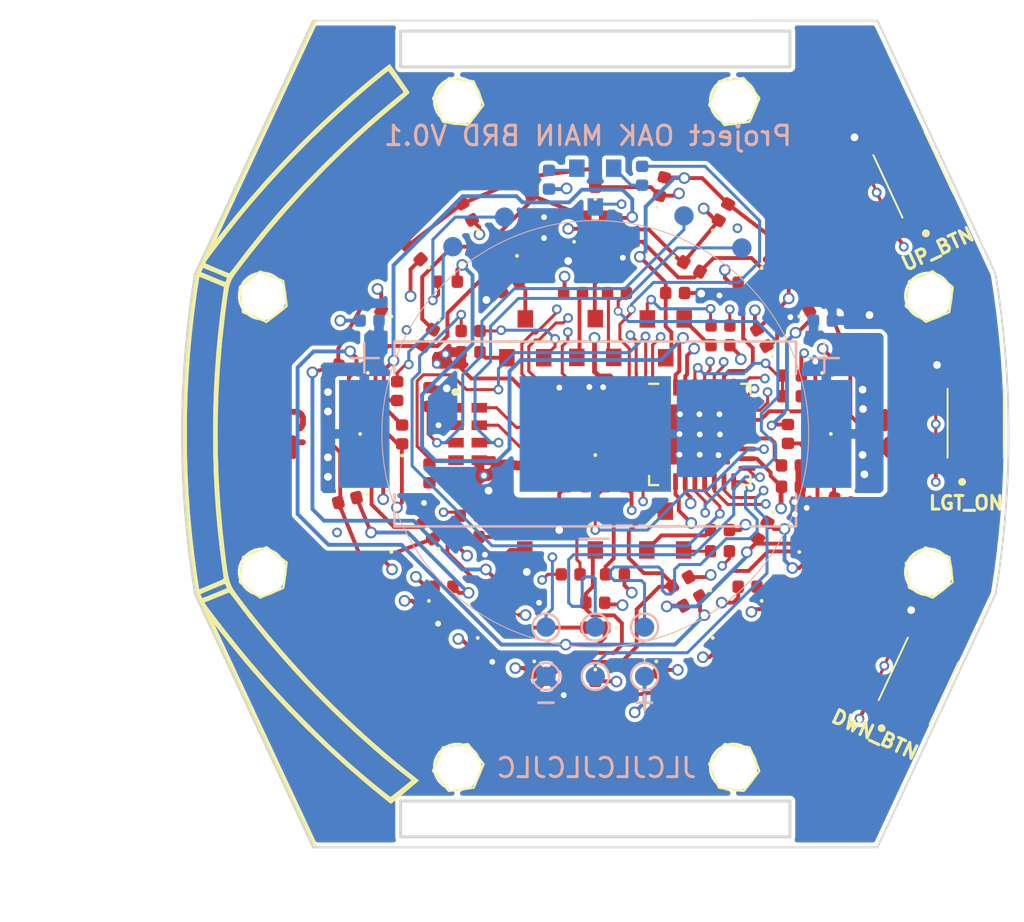
<source format=kicad_pcb>
(kicad_pcb (version 20171130) (host pcbnew "(5.1.6)-1")
  (title_block (title "Project OAK MAIN BRD V0.1") (date 2024-07-23) (rev A))
  (layers (0 F.Cu signal) (1 In1.Cu power) (2 In2.Cu signal) (3 In3.Cu power) (4 In4.Cu power) (31 B.Cu signal) (34 B.Paste user hide) (35 F.Paste user hide) (36 B.SilkS user) (37 F.SilkS user) (38 B.Mask user hide) (39 F.Mask user hide) (44 Edge.Cuts user))
  (net 0 "")
  (net 1 +3V0)
  (net 2 GND)
  (net 3 /LGT_ON_BTN)
  (net 4 /UP_BTN)
  (net 5 /AREF)
  (net 6 /MCU_RSTn)
  (net 7 /C1_T)
  (net 8 /C2_T)
  (net 9 /C3_T)
  (net 10 /C4_T)
  (net 11 /C5_T)
  (net 12 "Net-(D1-Pad2)")
  (net 13 /R1)
  (net 14 /C6_T)
  (net 15 /R2)
  (net 16 /R3)
  (net 17 /R4)
  (net 18 /R5)
  (net 19 /R6)
  (net 20 "Net-(Q1-Pad2)")
  (net 21 "Net-(Q1-Pad1)")
  (net 22 "Net-(Q2-Pad1)")
  (net 23 "Net-(Q2-Pad2)")
  (net 24 "Net-(Q3-Pad1)")
  (net 25 "Net-(Q3-Pad2)")
  (net 26 "Net-(Q4-Pad1)")
  (net 27 "Net-(Q4-Pad2)")
  (net 28 "Net-(Q5-Pad2)")
  (net 29 "Net-(Q5-Pad1)")
  (net 30 "Net-(Q6-Pad2)")
  (net 31 "Net-(Q6-Pad1)")
  (net 32 "Net-(Q7-Pad1)")
  (net 33 "Net-(Q7-Pad2)")
  (net 34 /EXT_3V3_IN)
  (net 35 /+3V0_MON_LED)
  (net 36 /DBG_RX)
  (net 37 /R2_R)
  (net 38 /R3_R)
  (net 39 /DBG_TX)
  (net 40 /RTC_SCL)
  (net 41 /RTC_SDA)
  (net 42 /C6)
  (net 43 /+3V0_VOL_MON)
  (net 44 /C5)
  (net 45 /C4)
  (net 46 /C3)
  (net 47 /C2)
  (net 48 /C1)
  (net 49 /R6_R)
  (net 50 /R1_R)
  (net 51 /R4_R)
  (net 52 /R5_R)
  (net 53 "Net-(S1-Pad3)")
  (net 54 "Net-(S1-Pad4)")
  (net 55 "Net-(S2-Pad4)")
  (net 56 "Net-(S2-Pad3)")
  (net 57 "Net-(S3-Pad4)")
  (net 58 "Net-(S3-Pad3)")
  (net 59 /PE1)
  (net 60 /ICSP_MOSI)
  (net 61 /ICSP_MISO)
  (net 62 /ICSP_SCK)
  (net 63 /PB6)
  (net 64 /PB7)
  (net 65 /DWN_BTN)
  (net 66 /RTC_INTO)
  (net 67 /RTC_CLKO)
  (net 68 /RTC_CLKO_EN)
  (net 69 "Net-(U2-Pad1)")
  (module MountingHole:MountingHole_2.1mm (layer F.Cu) (at 87.63 86.36)
    (fp_text reference REF** hide)
    (fp_text value MountingHole_2.1mm)
    (pad "" np_thru_hole circle (at 0 0) (size 2.1 2.1) (drill 2.1) (layers *.Cu *.Mask))
  )
  (module MountingHole:MountingHole_2.1mm (layer F.Cu) (at 87.63 100.584)
    (fp_text reference REF** hide)
    (fp_text value MountingHole_2.1mm)
    (pad "" np_thru_hole circle (at 0 0) (size 2.1 2.1) (drill 2.1) (layers *.Cu *.Mask))
  )
  (module MountingHole:MountingHole_2.1mm (layer F.Cu) (at 77.5716 110.6424)
    (fp_text reference REF** hide)
    (fp_text value MountingHole_2.1mm)
    (pad "" np_thru_hole circle (at 0 0) (size 2.1 2.1) (drill 2.1) (layers *.Cu *.Mask))
  )
  (module MountingHole:MountingHole_2.1mm (layer F.Cu) (at 63.3476 110.6424)
    (fp_text reference REF** hide)
    (fp_text value MountingHole_2.1mm)
    (pad "" np_thru_hole circle (at 0 0) (size 2.1 2.1) (drill 2.1) (layers *.Cu *.Mask))
  )
  (module MountingHole:MountingHole_2.1mm (layer F.Cu) (at 53.2892 100.584)
    (fp_text reference REF** hide)
    (fp_text value MountingHole_2.1mm)
    (pad "" np_thru_hole circle (at 0 0) (size 2.1 2.1) (drill 2.1) (layers *.Cu *.Mask))
  )
  (module MountingHole:MountingHole_2.1mm (layer F.Cu) (at 53.2892 86.36)
    (fp_text reference REF** hide)
    (fp_text value MountingHole_2.1mm)
    (pad "" np_thru_hole circle (at 0 0) (size 2.1 2.1) (drill 2.1) (layers *.Cu *.Mask))
  )
  (module MountingHole:MountingHole_2.1mm (layer F.Cu) (at 63.3476 76.3016)
    (fp_text reference REF** hide)
    (fp_text value MountingHole_2.1mm)
    (pad "" np_thru_hole circle (at 0 0) (size 2.1 2.1) (drill 2.1) (layers *.Cu *.Mask))
  )
  (module MountingHole:MountingHole_2.1mm (layer F.Cu) (at 77.5716 76.3016)
    (fp_text reference REF** hide)
    (fp_text value MountingHole_2.1mm)
    (pad "" np_thru_hole circle (at 0 0) (size 2.1 2.1) (drill 2.1) (layers *.Cu *.Mask))
  )
  (module customs:AI_LOGO_Cu (layer F.Cu) (at 69.9008 109.2962)
    (fp_text reference G*** hide)
    (fp_text value LOGO hide)
  )
  (module customs:AI_LOGO_Cu (layer F.Cu) (at 69.9008 109.2962)
    (fp_text reference G*** hide)
    (fp_text value LOGO hide)
    (fp_poly (pts (xy -0.5715 0.910167) (xy -0.783166 0.910167) (xy -0.783166 0.656167) (xy -0.5715 0.656167) (xy -0.5715 0.910167)) (layer F.Cu) (width 0.01))
    (fp_poly (pts (xy 0.805828 -0.126852) (xy 0.872821 0.006777) (xy 0.933131 0.128028) (xy 0.984239 0.231764) (xy 1.023629 0.312844) (xy 1.048783 0.366131) (xy 1.057198 0.386292) (xy 1.038503 0.394375) (xy 0.988484 0.400093) (xy 0.920938 0.402167) (xy 0.783542 0.402167) (xy 0.670294 0.176421) (xy 0.557045 -0.049326) (xy 0.072061 0.899584) (xy -0.212761 0.912126) (xy 0.555593 -0.62412) (xy 0.805828 -0.126852)) (layer F.Cu) (width 0.01))
    (fp_poly (pts (xy 1.25906 0.782463) (xy 1.288331 0.842095) (xy 1.307681 0.885098) (xy 1.312334 0.89888) (xy 1.293019 0.904619) (xy 1.242469 0.908683) (xy 1.174226 0.910167) (xy 1.099024 0.908839) (xy 1.055081 0.902385) (xy 1.03135 0.887102) (xy 1.016781 0.859285) (xy 1.015946 0.857107) (xy 0.991131 0.798952) (xy 0.963009 0.74069) (xy 0.930246 0.677334) (xy 1.205787 0.677334) (xy 1.25906 0.782463)) (layer F.Cu) (width 0.01))
    (fp_poly (pts (xy 1.55575 -0.508) (xy 1.672167 -0.393029) (xy 1.672167 0.668196) (xy 1.55575 0.783167) (xy 1.439334 0.898137) (xy 1.439334 -0.62297) (xy 1.55575 -0.508)) (layer F.Cu) (width 0.01))
  )
  (module customs:Endless_snake (layer F.Cu) (at 70.4596 93.472)
    (fp_text reference G*** hide)
    (fp_text value LOGO hide)
  )
  (module customs:Project_OAK_HEX_silk (layer F.Cu) (at 70.4596 93.472)
    (fp_text reference G*** hide)
    (fp_text value LOGO hide)
  )
  (module Crystal:RV-8263-C7-32.768KHZ-20PPM-TA-QC (layer F.Cu) (at 63.881 93.472)
    (fp_text reference U2 hide)
    (fp_text value RV-8263-C7-32.768KHZ-20PPM-TA-QC)
    (pad 8 smd rect (at 0.6 -1.35 270) (size 0.5 0.8) (layers F.Cu F.Paste F.Mask) (net 41 /RTC_SDA))
    (pad 7 smd rect (at 0.6 -0.45 270) (size 0.5 0.8) (layers F.Cu F.Paste F.Mask) (net 40 /RTC_SCL))
    (pad 6 smd rect (at 0.6 0.45 270) (size 0.5 0.8) (layers F.Cu F.Paste F.Mask) (net 67 /RTC_CLKO))
    (pad 5 smd rect (at 0.6 1.35 270) (size 0.5 0.8) (layers F.Cu F.Paste F.Mask) (net 1 +3V0))
    (pad 4 smd rect (at -0.6 1.35 270) (size 0.5 0.8) (layers F.Cu F.Paste F.Mask) (net 66 /RTC_INTO))
    (pad 3 smd rect (at -0.6 0.45 270) (size 0.5 0.8) (layers F.Cu F.Paste F.Mask) (net 68 /RTC_CLKO_EN))
    (pad 2 smd rect (at -0.6 -0.45 270) (size 0.5 0.8) (layers F.Cu F.Paste F.Mask) (net 2 GND))
    (pad 1 smd rect (at -0.6 -1.35 270) (size 0.5 0.8) (layers F.Cu F.Paste F.Mask) (net 69 "Net-(U2-Pad1)"))
  )
  (module Package_TO_SOT_SMD:SOT-23 (layer B.Cu) (at 70.4596 80.772 270)
    (fp_text reference Q1 hide)
    (fp_text value BC547)
    (pad 3 smd rect (at 1 0 270) (size 0.9 0.8) (layers B.Cu B.Paste B.Mask) (net 12 "Net-(D1-Pad2)"))
    (pad 2 smd rect (at -1 -0.95 270) (size 0.9 0.8) (layers B.Cu B.Paste B.Mask) (net 20 "Net-(Q1-Pad2)"))
    (pad 1 smd rect (at -1 0.95 270) (size 0.9 0.8) (layers B.Cu B.Paste B.Mask) (net 21 "Net-(Q1-Pad1)"))
  )
  (module Package_TO_SOT_SMD:SOT-23 (layer F.Cu) (at 66.8528 88.5444 90)
    (fp_text reference Q6 hide)
    (fp_text value BC547 hide)
    (pad 3 smd rect (at 1 0 90) (size 0.9 0.8) (layers F.Cu F.Paste F.Mask) (net 8 /C2_T))
    (pad 2 smd rect (at -1 0.95 90) (size 0.9 0.8) (layers F.Cu F.Paste F.Mask) (net 30 "Net-(Q6-Pad2)"))
    (pad 1 smd rect (at -1 -0.95 90) (size 0.9 0.8) (layers F.Cu F.Paste F.Mask) (net 31 "Net-(Q6-Pad1)"))
  )
  (module Package_TO_SOT_SMD:SOT-23 (layer F.Cu) (at 70.4596 88.5284 90)
    (fp_text reference Q7 hide)
    (fp_text value BC547 hide)
    (pad 1 smd rect (at -1 -0.95 90) (size 0.9 0.8) (layers F.Cu F.Paste F.Mask) (net 32 "Net-(Q7-Pad1)"))
    (pad 2 smd rect (at -1 0.95 90) (size 0.9 0.8) (layers F.Cu F.Paste F.Mask) (net 33 "Net-(Q7-Pad2)"))
    (pad 3 smd rect (at 1 0 90) (size 0.9 0.8) (layers F.Cu F.Paste F.Mask) (net 7 /C1_T))
  )
  (module Package_TO_SOT_SMD:SOT-23 (layer F.Cu) (at 74.0918 88.5444 270)
    (fp_text reference Q5 hide)
    (fp_text value BC547 hide)
    (pad 3 smd rect (at 1 0 270) (size 0.9 0.8) (layers F.Cu F.Paste F.Mask) (net 9 /C3_T))
    (pad 2 smd rect (at -1 0.95 270) (size 0.9 0.8) (layers F.Cu F.Paste F.Mask) (net 28 "Net-(Q5-Pad2)"))
    (pad 1 smd rect (at -1 -0.95 270) (size 0.9 0.8) (layers F.Cu F.Paste F.Mask) (net 29 "Net-(Q5-Pad1)"))
  )
  (module Package_TO_SOT_SMD:SOT-23 (layer F.Cu) (at 66.8274 98.4504 270)
    (fp_text reference Q2 hide)
    (fp_text value BC547 hide)
    (pad 1 smd rect (at -1 -0.95 270) (size 0.9 0.8) (layers F.Cu F.Paste F.Mask) (net 22 "Net-(Q2-Pad1)"))
    (pad 2 smd rect (at -1 0.95 270) (size 0.9 0.8) (layers F.Cu F.Paste F.Mask) (net 23 "Net-(Q2-Pad2)"))
    (pad 3 smd rect (at 1 0 270) (size 0.9 0.8) (layers F.Cu F.Paste F.Mask) (net 14 /C6_T))
  )
  (module Package_TO_SOT_SMD:SOT-23 (layer F.Cu) (at 74.0664 98.4504 90)
    (fp_text reference Q4 hide)
    (fp_text value BC547 hide)
    (pad 1 smd rect (at -1 -0.95 90) (size 0.9 0.8) (layers F.Cu F.Paste F.Mask) (net 26 "Net-(Q4-Pad1)"))
    (pad 2 smd rect (at -1 0.95 90) (size 0.9 0.8) (layers F.Cu F.Paste F.Mask) (net 27 "Net-(Q4-Pad2)"))
    (pad 3 smd rect (at 1 0 90) (size 0.9 0.8) (layers F.Cu F.Paste F.Mask) (net 10 /C4_T))
  )
  (module Package_TO_SOT_SMD:SOT-23 (layer F.Cu) (at 70.4596 98.4504 270)
    (fp_text reference Q3 hide)
    (fp_text value BC547 hide)
    (pad 1 smd rect (at -1 -0.95 270) (size 0.9 0.8) (layers F.Cu F.Paste F.Mask) (net 24 "Net-(Q3-Pad1)"))
    (pad 2 smd rect (at -1 0.95 270) (size 0.9 0.8) (layers F.Cu F.Paste F.Mask) (net 25 "Net-(Q3-Pad2)"))
    (pad 3 smd rect (at 1 0 270) (size 0.9 0.8) (layers F.Cu F.Paste F.Mask) (net 11 /C5_T))
  )
  (module TestPoint:TestPoint_Pad_D1.0mm (layer B.Cu) (at 65.786 82.296)
    (fp_text reference TP10 hide)
    (fp_text value TestPoint)
    (pad 1 smd circle (at 0 0) (size 1 1) (layers B.Cu B.Mask) (net 39 /DBG_TX))
  )
  (module TestPoint:TestPoint_Pad_D1.0mm (layer B.Cu) (at 63.119 83.82)
    (fp_text reference TP9 hide)
    (fp_text value TestPoint)
    (pad 1 smd circle (at 0 0) (size 1 1) (layers B.Cu B.Mask) (net 36 /DBG_RX))
  )
  (module TestPoint:TestPoint_Pad_D1.0mm (layer B.Cu) (at 78.0161 83.8835)
    (fp_text reference TP11 hide)
    (fp_text value TestPoint)
    (pad 1 smd circle (at 0 0) (size 1 1) (layers B.Cu B.Mask) (net 67 /RTC_CLKO))
  )
  (module TestPoint:TestPoint_Pad_D1.0mm (layer B.Cu) (at 75.0316 82.2325)
    (fp_text reference TP8 hide)
    (fp_text value TestPoint)
    (pad 1 smd circle (at 0 0) (size 1 1) (layers B.Cu B.Mask) (net 68 /RTC_CLKO_EN))
  )
  (module TestPoint:TestPoint_Pad_D1.0mm (layer F.Cu) (at 68.8848 93.726)
    (fp_text reference TP6 hide)
    (fp_text value TestPoint hide)
    (pad 1 smd circle (at 0 0) (size 1 1) (layers F.Cu F.Mask) (net 63 /PB6))
  )
  (module TestPoint:TestPoint_Pad_D1.0mm (layer F.Cu) (at 68.834 92.202)
    (fp_text reference TP2 hide)
    (fp_text value TestPoint hide)
    (pad 1 smd circle (at 0 0) (size 1 1) (layers F.Cu F.Mask) (net 59 /PE1))
  )
  (module TestPoint:TestPoint_Pad_D1.0mm (layer F.Cu) (at 68.1101 94.996)
    (fp_text reference TP7 hide)
    (fp_text value TestPoint hide)
    (pad 1 smd circle (at 0 0) (size 1 1) (layers F.Cu F.Mask) (net 64 /PB7))
  )
  (module Resistor_SMD:R_0402_1005Metric (layer F.Cu) (at 80.5942 91.5289 180)
    (fp_text reference R17 hide)
    (fp_text value 10k)
    (pad 1 smd roundrect (at -0.485 0 180) (size 0.59 0.64) (layers F.Cu F.Paste F.Mask) (net 1 +3V0))
    (pad 2 smd roundrect (at 0.485 0 180) (size 0.59 0.64) (layers F.Cu F.Paste F.Mask) (net 6 /MCU_RSTn))
  )
  (module Battery:BAT_BC-2003 (layer B.Cu) (at 70.4596 93.472)
    (fp_text reference BT1 hide)
    (fp_text value BC-2003)
    (pad S1+ smd rect (at -11.905 0) (size 2.6 5.56) (layers B.Cu B.Paste B.Mask) (net 1 +3V0))
    (pad S2+ smd rect (at 11.905 0) (size 2.6 5.56) (layers B.Cu B.Paste B.Mask) (net 1 +3V0))
    (pad - smd rect (at 0 0) (size 7.8 5.96) (layers B.Cu B.Mask) (net 2 GND))
  )
  (module Capacitor_SMD:C_0402_1005Metric (layer F.Cu) (at 88.011 91.2495 90)
    (fp_text reference C1 hide)
    (fp_text value 0.1u)
    (pad 1 smd roundrect (at -0.485 0 90) (size 0.59 0.64) (layers F.Cu F.Paste F.Mask) (net 3 /LGT_ON_BTN))
    (pad 2 smd roundrect (at 0.485 0 90) (size 0.59 0.64) (layers F.Cu F.Paste F.Mask) (net 2 GND))
  )
  (module Capacitor_SMD:C_0402_1005Metric (layer F.Cu) (at 84.25003 79.443441 115)
    (fp_text reference C2 hide)
    (fp_text value 0.1u)
    (pad 2 smd roundrect (at 0.485 0 115) (size 0.59 0.64) (layers F.Cu F.Paste F.Mask) (net 2 GND))
    (pad 1 smd roundrect (at -0.485 0 115) (size 0.59 0.64) (layers F.Cu F.Paste F.Mask) (net 4 /UP_BTN))
  )
  (module Capacitor_SMD:C_0402_1005Metric (layer F.Cu) (at 86.106 103.759 65)
    (fp_text reference C3 hide)
    (fp_text value 0.1u)
    (pad 1 smd roundrect (at -0.485 0 65) (size 0.59 0.64) (layers F.Cu F.Paste F.Mask) (net 65 /DWN_BTN))
    (pad 2 smd roundrect (at 0.485 0 65) (size 0.59 0.64) (layers F.Cu F.Paste F.Mask) (net 2 GND))
  )
  (module Capacitor_SMD:C_0402_1005Metric (layer B.Cu) (at 82.1944 87.63)
    (fp_text reference C4 hide)
    (fp_text value 4.7u)
    (pad 1 smd roundrect (at -0.485 0) (size 0.59 0.64) (layers B.Cu B.Paste B.Mask) (net 1 +3V0))
    (pad 2 smd roundrect (at 0.485 0) (size 0.59 0.64) (layers B.Cu B.Paste B.Mask) (net 2 GND))
  )
  (module Capacitor_SMD:C_0402_1005Metric (layer F.Cu) (at 71.0565 91.948 180)
    (fp_text reference C6 hide)
    (fp_text value 4.7u)
    (pad 1 smd roundrect (at -0.485 0 180) (size 0.59 0.64) (layers F.Cu F.Paste F.Mask) (net 1 +3V0))
    (pad 2 smd roundrect (at 0.485 0 180) (size 0.59 0.64) (layers F.Cu F.Paste F.Mask) (net 2 GND))
  )
  (module Capacitor_SMD:C_0402_1005Metric (layer F.Cu) (at 80.5434 96.1898)
    (fp_text reference C7 hide)
    (fp_text value 0.1u)
    (pad 1 smd roundrect (at -0.485 0) (size 0.59 0.64) (layers F.Cu F.Paste F.Mask) (net 1 +3V0))
    (pad 2 smd roundrect (at 0.485 0) (size 0.59 0.64) (layers F.Cu F.Paste F.Mask) (net 2 GND))
  )
  (module Capacitor_SMD:C_0402_1005Metric (layer F.Cu) (at 71.7296 93.472 270)
    (fp_text reference C8 hide)
    (fp_text value 0.1u)
    (pad 2 smd roundrect (at 0.485 0 270) (size 0.59 0.64) (layers F.Cu F.Paste F.Mask) (net 2 GND))
    (pad 1 smd roundrect (at -0.485 0 270) (size 0.59 0.64) (layers F.Cu F.Paste F.Mask) (net 1 +3V0))
  )
  (module Capacitor_SMD:C_0402_1005Metric (layer F.Cu) (at 80.5434 95.0976)
    (fp_text reference C9 hide)
    (fp_text value 0.1u)
    (pad 2 smd roundrect (at 0.485 0) (size 0.59 0.64) (layers F.Cu F.Paste F.Mask) (net 2 GND))
    (pad 1 smd roundrect (at -0.485 0) (size 0.59 0.64) (layers F.Cu F.Paste F.Mask) (net 5 /AREF))
  )
  (module Capacitor_SMD:C_0402_1005Metric (layer F.Cu) (at 65.8495 95.5675 270)
    (fp_text reference C12 hide)
    (fp_text value 0.1u)
    (pad 2 smd roundrect (at 0.485 0 270) (size 0.59 0.64) (layers F.Cu F.Paste F.Mask) (net 2 GND))
    (pad 1 smd roundrect (at -0.485 0 270) (size 0.59 0.64) (layers F.Cu F.Paste F.Mask) (net 1 +3V0))
  )
  (module Capacitor_SMD:C_0402_1005Metric (layer F.Cu) (at 80.5942 90.4621)
    (fp_text reference C13 hide)
    (fp_text value 0.1u)
    (pad 2 smd roundrect (at 0.485 0) (size 0.59 0.64) (layers F.Cu F.Paste F.Mask) (net 2 GND))
    (pad 1 smd roundrect (at -0.485 0) (size 0.59 0.64) (layers F.Cu F.Paste F.Mask) (net 6 /MCU_RSTn))
  )
  (module Capacitor_SMD:C_0402_1005Metric (layer F.Cu) (at 70.4596 84.7598 180)
    (fp_text reference C14 hide)
    (fp_text value 4.7u)
    (pad 2 smd roundrect (at 0.485 0 180) (size 0.59 0.64) (layers F.Cu F.Paste F.Mask) (net 2 GND))
    (pad 1 smd roundrect (at -0.485 0 180) (size 0.59 0.64) (layers F.Cu F.Paste F.Mask) (net 7 /C1_T))
  )
  (module Capacitor_SMD:C_0402_1005Metric (layer F.Cu) (at 66.0654 85.8774 210)
    (fp_text reference C15 hide)
    (fp_text value 4.7u)
    (pad 1 smd roundrect (at -0.485 0 210) (size 0.59 0.64) (layers F.Cu F.Paste F.Mask) (net 8 /C2_T))
    (pad 2 smd roundrect (at 0.485 0 210) (size 0.59 0.64) (layers F.Cu F.Paste F.Mask) (net 2 GND))
  )
  (module Capacitor_SMD:C_0402_1005Metric (layer F.Cu) (at 74.5744 86.2076)
    (fp_text reference C16 hide)
    (fp_text value 4.7u)
    (pad 1 smd roundrect (at -0.485 0) (size 0.59 0.64) (layers F.Cu F.Paste F.Mask) (net 9 /C3_T))
    (pad 2 smd roundrect (at 0.485 0) (size 0.59 0.64) (layers F.Cu F.Paste F.Mask) (net 2 GND))
  )
  (module Capacitor_SMD:C_0402_1005Metric (layer F.Cu) (at 74.8538 101.092 30)
    (fp_text reference C17 hide)
    (fp_text value 4.7u)
    (pad 2 smd roundrect (at 0.485 0 30) (size 0.59 0.64) (layers F.Cu F.Paste F.Mask) (net 2 GND))
    (pad 1 smd roundrect (at -0.485 0 30) (size 0.59 0.64) (layers F.Cu F.Paste F.Mask) (net 10 /C4_T))
  )
  (module Capacitor_SMD:C_0402_1005Metric (layer F.Cu) (at 70.4596 102.1715)
    (fp_text reference C18 hide)
    (fp_text value 4.7u)
    (pad 1 smd roundrect (at -0.485 0) (size 0.59 0.64) (layers F.Cu F.Paste F.Mask) (net 11 /C5_T))
    (pad 2 smd roundrect (at 0.485 0) (size 0.59 0.64) (layers F.Cu F.Paste F.Mask) (net 2 GND))
  )
  (module LED_SMD:LED_0402_1005Metric (layer F.Cu) (at 70.4596 93.472 90)
    (fp_text reference D1 hide)
    (fp_text value LED)
    (pad 2 smd roundrect (at 0.485 0 90) (size 0.59 0.64) (layers F.Cu F.Paste F.Mask) (net 12 "Net-(D1-Pad2)"))
    (pad 1 smd roundrect (at -0.485 0 90) (size 0.59 0.64) (layers F.Cu F.Paste F.Mask) (net 2 GND))
  )
  (module LED_SMD:LED_0402_1005Metric (layer F.Cu) (at 70.4596 83.566)
    (fp_text reference D2 hide)
    (fp_text value LED)
    (pad 2 smd roundrect (at 0.485 0) (size 0.59 0.64) (layers F.Cu F.Paste F.Mask) (net 7 /C1_T))
    (pad 1 smd roundrect (at -0.485 0) (size 0.59 0.64) (layers F.Cu F.Paste F.Mask) (net 13 /R1))
  )
  (module LED_SMD:LED_0402_1005Metric (layer F.Cu) (at 65.4812 84.836 210)
    (fp_text reference D3 hide)
    (fp_text value LED)
    (pad 1 smd roundrect (at -0.485 0 210) (size 0.59 0.64) (layers F.Cu F.Paste F.Mask) (net 13 /R1))
    (pad 2 smd roundrect (at 0.485 0 210) (size 0.59 0.64) (layers F.Cu F.Paste F.Mask) (net 8 /C2_T))
  )
  (module LED_SMD:LED_0402_1005Metric (layer F.Cu) (at 73.8886 80.7212 75)
    (fp_text reference D4 hide)
    (fp_text value LED)
    (pad 2 smd roundrect (at 0.485 0 75) (size 0.59 0.64) (layers F.Cu F.Paste F.Mask) (net 9 /C3_T))
    (pad 1 smd roundrect (at -0.485 0 75) (size 0.59 0.64) (layers F.Cu F.Paste F.Mask) (net 13 /R1))
  )
  (module LED_SMD:LED_0402_1005Metric (layer F.Cu) (at 70.4596 106.7054 270)
    (fp_text reference D5 hide)
    (fp_text value LED)
    (pad 1 smd roundrect (at -0.485 0 270) (size 0.59 0.64) (layers F.Cu F.Paste F.Mask) (net 13 /R1))
    (pad 2 smd roundrect (at 0.485 0 270) (size 0.59 0.64) (layers F.Cu F.Paste F.Mask) (net 10 /C4_T))
  )
  (module LED_SMD:LED_0402_1005Metric (layer F.Cu) (at 67.0306 106.2482 255)
    (fp_text reference D6 hide)
    (fp_text value LED)
    (pad 2 smd roundrect (at 0.485 0 255) (size 0.59 0.64) (layers F.Cu F.Paste F.Mask) (net 11 /C5_T))
    (pad 1 smd roundrect (at -0.485 0 255) (size 0.59 0.64) (layers F.Cu F.Paste F.Mask) (net 13 /R1))
  )
  (module LED_SMD:LED_0402_1005Metric (layer F.Cu) (at 70.4596 80.2664 90)
    (fp_text reference D7 hide)
    (fp_text value LED)
    (pad 1 smd roundrect (at -0.485 0 90) (size 0.59 0.64) (layers F.Cu F.Paste F.Mask) (net 13 /R1))
    (pad 2 smd roundrect (at 0.485 0 90) (size 0.59 0.64) (layers F.Cu F.Paste F.Mask) (net 14 /C6_T))
  )
  (module LED_SMD:LED_0402_1005Metric (layer F.Cu) (at 75.438 84.8614 330)
    (fp_text reference D8 hide)
    (fp_text value LED)
    (pad 2 smd roundrect (at 0.485 0 330) (size 0.59 0.64) (layers F.Cu F.Paste F.Mask) (net 7 /C1_T))
    (pad 1 smd roundrect (at -0.485 0 330) (size 0.59 0.64) (layers F.Cu F.Paste F.Mask) (net 15 /R2))
  )
  (module LED_SMD:LED_0402_1005Metric (layer F.Cu) (at 61.849 88.519 240)
    (fp_text reference D9 hide)
    (fp_text value LED)
    (pad 1 smd roundrect (at -0.485 0 240) (size 0.59 0.64) (layers F.Cu F.Paste F.Mask) (net 15 /R2))
    (pad 2 smd roundrect (at 0.485 0 240) (size 0.59 0.64) (layers F.Cu F.Paste F.Mask) (net 8 /C2_T))
  )
  (module LED_SMD:LED_0402_1005Metric (layer F.Cu) (at 77.0636 82.042 60)
    (fp_text reference D10 hide)
    (fp_text value LED)
    (pad 2 smd roundrect (at 0.485 0 60) (size 0.59 0.64) (layers F.Cu F.Paste F.Mask) (net 9 /C3_T))
    (pad 1 smd roundrect (at -0.485 0 60) (size 0.59 0.64) (layers F.Cu F.Paste F.Mask) (net 15 /R2))
  )
  (module LED_SMD:LED_0402_1005Metric (layer F.Cu) (at 73.8886 106.2482 285)
    (fp_text reference D11 hide)
    (fp_text value LED)
    (pad 1 smd roundrect (at -0.485 0 285) (size 0.59 0.64) (layers F.Cu F.Paste F.Mask) (net 15 /R2))
    (pad 2 smd roundrect (at 0.485 0 285) (size 0.59 0.64) (layers F.Cu F.Paste F.Mask) (net 10 /C4_T))
  )
  (module LED_SMD:LED_0402_1005Metric (layer F.Cu) (at 63.8556 104.9274 240)
    (fp_text reference D12 hide)
    (fp_text value LED)
    (pad 2 smd roundrect (at 0.485 0 240) (size 0.59 0.64) (layers F.Cu F.Paste F.Mask) (net 11 /C5_T))
    (pad 1 smd roundrect (at -0.485 0 240) (size 0.59 0.64) (layers F.Cu F.Paste F.Mask) (net 15 /R2))
  )
  (module LED_SMD:LED_0402_1005Metric (layer F.Cu) (at 67.0306 80.6958 105)
    (fp_text reference D13 hide)
    (fp_text value LED)
    (pad 2 smd roundrect (at 0.485 0 105) (size 0.59 0.64) (layers F.Cu F.Paste F.Mask) (net 14 /C6_T))
    (pad 1 smd roundrect (at -0.485 0 105) (size 0.59 0.64) (layers F.Cu F.Paste F.Mask) (net 15 /R2))
  )
  (module LED_SMD:LED_0402_1005Metric (layer F.Cu) (at 79.0448 88.519 120)
    (fp_text reference D14 hide)
    (fp_text value LED)
    (pad 1 smd roundrect (at -0.485 0 120) (size 0.59 0.64) (layers F.Cu F.Paste F.Mask) (net 16 /R3))
    (pad 2 smd roundrect (at 0.485 0 120) (size 0.59 0.64) (layers F.Cu F.Paste F.Mask) (net 7 /C1_T))
  )
  (module LED_SMD:LED_0402_1005Metric (layer F.Cu) (at 60.5028 93.4974 90)
    (fp_text reference D15 hide)
    (fp_text value LED)
    (pad 2 smd roundrect (at 0.485 0 90) (size 0.59 0.64) (layers F.Cu F.Paste F.Mask) (net 8 /C2_T))
    (pad 1 smd roundrect (at -0.485 0 90) (size 0.59 0.64) (layers F.Cu F.Paste F.Mask) (net 16 /R3))
  )
  (module LED_SMD:LED_0402_1005Metric (layer F.Cu) (at 79.8068 84.1502 45)
    (fp_text reference D16 hide)
    (fp_text value LED)
    (pad 1 smd roundrect (at -0.485 0 45) (size 0.59 0.64) (layers F.Cu F.Paste F.Mask) (net 16 /R3))
    (pad 2 smd roundrect (at 0.485 0 45) (size 0.59 0.64) (layers F.Cu F.Paste F.Mask) (net 9 /C3_T))
  )
  (module LED_SMD:LED_0402_1005Metric (layer F.Cu) (at 77.0636 104.9274 300)
    (fp_text reference D17 hide)
    (fp_text value LED)
    (pad 2 smd roundrect (at 0.485 0 300) (size 0.59 0.64) (layers F.Cu F.Paste F.Mask) (net 10 /C4_T))
    (pad 1 smd roundrect (at -0.485 0 300) (size 0.59 0.64) (layers F.Cu F.Paste F.Mask) (net 16 /R3))
  )
  (module LED_SMD:LED_0402_1005Metric (layer F.Cu) (at 61.1124 102.8446 225)
    (fp_text reference D18 hide)
    (fp_text value LED)
    (pad 1 smd roundrect (at -0.485 0 225) (size 0.59 0.64) (layers F.Cu F.Paste F.Mask) (net 16 /R3))
    (pad 2 smd roundrect (at 0.485 0 225) (size 0.59 0.64) (layers F.Cu F.Paste F.Mask) (net 11 /C5_T))
  )
  (module LED_SMD:LED_0402_1005Metric (layer F.Cu) (at 63.8556 82.0166 120)
    (fp_text reference D19 hide)
    (fp_text value LED)
    (pad 2 smd roundrect (at 0.485 0 120) (size 0.59 0.64) (layers F.Cu F.Paste F.Mask) (net 14 /C6_T))
    (pad 1 smd roundrect (at -0.485 0 120) (size 0.59 0.64) (layers F.Cu F.Paste F.Mask) (net 16 /R3))
  )
  (module LED_SMD:LED_0402_1005Metric (layer F.Cu) (at 80.391 93.472 270)
    (fp_text reference D20 hide)
    (fp_text value LED)
    (pad 1 smd roundrect (at -0.485 0 270) (size 0.59 0.64) (layers F.Cu F.Paste F.Mask) (net 17 /R4))
    (pad 2 smd roundrect (at 0.485 0 270) (size 0.59 0.64) (layers F.Cu F.Paste F.Mask) (net 7 /C1_T))
  )
  (module LED_SMD:LED_0402_1005Metric (layer F.Cu) (at 61.849 98.4504 120)
    (fp_text reference D21 hide)
    (fp_text value LED)
    (pad 2 smd roundrect (at 0.485 0 120) (size 0.59 0.64) (layers F.Cu F.Paste F.Mask) (net 8 /C2_T))
    (pad 1 smd roundrect (at -0.485 0 120) (size 0.59 0.64) (layers F.Cu F.Paste F.Mask) (net 17 /R4))
  )
  (module LED_SMD:LED_0402_1005Metric (layer F.Cu) (at 81.915 86.868 30)
    (fp_text reference D22 hide)
    (fp_text value LED)
    (pad 1 smd roundrect (at -0.485 0 30) (size 0.59 0.64) (layers F.Cu F.Paste F.Mask) (net 17 /R4))
    (pad 2 smd roundrect (at 0.485 0 30) (size 0.59 0.64) (layers F.Cu F.Paste F.Mask) (net 9 /C3_T))
  )
  (module LED_SMD:LED_0402_1005Metric (layer F.Cu) (at 79.8068 102.8446 315)
    (fp_text reference D23 hide)
    (fp_text value LED)
    (pad 2 smd roundrect (at 0.485 0 315) (size 0.59 0.64) (layers F.Cu F.Paste F.Mask) (net 10 /C4_T))
    (pad 1 smd roundrect (at -0.485 0 315) (size 0.59 0.64) (layers F.Cu F.Paste F.Mask) (net 17 /R4))
  )
  (module LED_SMD:LED_0402_1005Metric (layer F.Cu) (at 59.0042 100.1014 210)
    (fp_text reference D24 hide)
    (fp_text value LED)
    (pad 1 smd roundrect (at -0.485 0 210) (size 0.59 0.64) (layers F.Cu F.Paste F.Mask) (net 17 /R4))
    (pad 2 smd roundrect (at 0.485 0 210) (size 0.59 0.64) (layers F.Cu F.Paste F.Mask) (net 11 /C5_T))
  )
  (module LED_SMD:LED_0402_1005Metric (layer F.Cu) (at 61.1124 84.1248 135)
    (fp_text reference D25 hide)
    (fp_text value LED)
    (pad 1 smd roundrect (at -0.485 0 135) (size 0.59 0.64) (layers F.Cu F.Paste F.Mask) (net 17 /R4))
    (pad 2 smd roundrect (at 0.485 0 135) (size 0.59 0.64) (layers F.Cu F.Paste F.Mask) (net 14 /C6_T))
  )
  (module LED_SMD:LED_0402_1005Metric (layer F.Cu) (at 79.0956 98.4504 240)
    (fp_text reference D26 hide)
    (fp_text value LED)
    (pad 1 smd roundrect (at -0.485 0 240) (size 0.59 0.64) (layers F.Cu F.Paste F.Mask) (net 18 /R5))
    (pad 2 smd roundrect (at 0.485 0 240) (size 0.59 0.64) (layers F.Cu F.Paste F.Mask) (net 7 /C1_T))
  )
  (module LED_SMD:LED_0402_1005Metric (layer F.Cu) (at 65.5066 102.0826 150)
    (fp_text reference D27 hide)
    (fp_text value LED)
    (pad 1 smd roundrect (at -0.485 0 150) (size 0.59 0.64) (layers F.Cu F.Paste F.Mask) (net 18 /R5))
    (pad 2 smd roundrect (at 0.485 0 150) (size 0.59 0.64) (layers F.Cu F.Paste F.Mask) (net 8 /C2_T))
  )
  (module LED_SMD:LED_0402_1005Metric (layer F.Cu) (at 83.2104 90.043 15)
    (fp_text reference D28 hide)
    (fp_text value LED)
    (pad 2 smd roundrect (at 0.485 0 15) (size 0.59 0.64) (layers F.Cu F.Paste F.Mask) (net 9 /C3_T))
    (pad 1 smd roundrect (at -0.485 0 15) (size 0.59 0.64) (layers F.Cu F.Paste F.Mask) (net 18 /R5))
  )
  (module LED_SMD:LED_0402_1005Metric (layer F.Cu) (at 81.915 100.1014 330)
    (fp_text reference D29 hide)
    (fp_text value LED)
    (pad 1 smd roundrect (at -0.485 0 330) (size 0.59 0.64) (layers F.Cu F.Paste F.Mask) (net 18 /R5))
    (pad 2 smd roundrect (at 0.485 0 330) (size 0.59 0.64) (layers F.Cu F.Paste F.Mask) (net 10 /C4_T))
  )
  (module LED_SMD:LED_0402_1005Metric (layer F.Cu) (at 57.6834 96.8756 195)
    (fp_text reference D30 hide)
    (fp_text value LED)
    (pad 2 smd roundrect (at 0.485 0 195) (size 0.59 0.64) (layers F.Cu F.Paste F.Mask) (net 11 /C5_T))
    (pad 1 smd roundrect (at -0.485 0 195) (size 0.59 0.64) (layers F.Cu F.Paste F.Mask) (net 18 /R5))
  )
  (module LED_SMD:LED_0402_1005Metric (layer F.Cu) (at 59.0042 86.868 150)
    (fp_text reference D31 hide)
    (fp_text value LED)
    (pad 1 smd roundrect (at -0.485 0 150) (size 0.59 0.64) (layers F.Cu F.Paste F.Mask) (net 18 /R5))
    (pad 2 smd roundrect (at 0.485 0 150) (size 0.59 0.64) (layers F.Cu F.Paste F.Mask) (net 14 /C6_T))
  )
  (module LED_SMD:LED_0402_1005Metric (layer F.Cu) (at 75.438 102.0826 210)
    (fp_text reference D32 hide)
    (fp_text value LED)
    (pad 2 smd roundrect (at 0.485 0 210) (size 0.59 0.64) (layers F.Cu F.Paste F.Mask) (net 7 /C1_T))
    (pad 1 smd roundrect (at -0.485 0 210) (size 0.59 0.64) (layers F.Cu F.Paste F.Mask) (net 19 /R6))
  )
  (module LED_SMD:LED_0402_1005Metric (layer F.Cu) (at 70.4596 103.4542 180)
    (fp_text reference D33 hide)
    (fp_text value LED)
    (pad 1 smd roundrect (at -0.485 0 180) (size 0.59 0.64) (layers F.Cu F.Paste F.Mask) (net 19 /R6))
    (pad 2 smd roundrect (at 0.485 0 180) (size 0.59 0.64) (layers F.Cu F.Paste F.Mask) (net 8 /C2_T))
  )
  (module LED_SMD:LED_0402_1005Metric (layer F.Cu) (at 83.693 93.472)
    (fp_text reference D34 hide)
    (fp_text value LED)
    (pad 2 smd roundrect (at 0.485 0) (size 0.59 0.64) (layers F.Cu F.Paste F.Mask) (net 9 /C3_T))
    (pad 1 smd roundrect (at -0.485 0) (size 0.59 0.64) (layers F.Cu F.Paste F.Mask) (net 19 /R6))
  )
  (module LED_SMD:LED_0402_1005Metric (layer F.Cu) (at 83.2358 96.901 345)
    (fp_text reference D35 hide)
    (fp_text value LED)
    (pad 1 smd roundrect (at -0.485 0 345) (size 0.59 0.64) (layers F.Cu F.Paste F.Mask) (net 19 /R6))
    (pad 2 smd roundrect (at 0.485 0 345) (size 0.59 0.64) (layers F.Cu F.Paste F.Mask) (net 10 /C4_T))
  )
  (module LED_SMD:LED_0402_1005Metric (layer F.Cu) (at 57.2516 93.472 180)
    (fp_text reference D36 hide)
    (fp_text value LED)
    (pad 2 smd roundrect (at 0.485 0 180) (size 0.59 0.64) (layers F.Cu F.Paste F.Mask) (net 11 /C5_T))
    (pad 1 smd roundrect (at -0.485 0 180) (size 0.59 0.64) (layers F.Cu F.Paste F.Mask) (net 19 /R6))
  )
  (module LED_SMD:LED_0402_1005Metric (layer F.Cu) (at 57.6834 90.043 165)
    (fp_text reference D37 hide)
    (fp_text value LED)
    (pad 1 smd roundrect (at -0.485 0 165) (size 0.59 0.64) (layers F.Cu F.Paste F.Mask) (net 19 /R6))
    (pad 2 smd roundrect (at 0.485 0 165) (size 0.59 0.64) (layers F.Cu F.Paste F.Mask) (net 14 /C6_T))
  )
  (module Resistor_SMD:R_0402_1005Metric (layer B.Cu) (at 58.8264 87.63)
    (fp_text reference R1 hide)
    (fp_text value 0E)
    (pad 2 smd roundrect (at 0.485 0) (size 0.59 0.64) (layers B.Cu B.Paste B.Mask) (net 1 +3V0))
    (pad 1 smd roundrect (at -0.485 0) (size 0.59 0.64) (layers B.Cu B.Paste B.Mask) (net 34 /EXT_3V3_IN))
  )
  (module Resistor_SMD:R_0402_1005Metric (layer F.Cu) (at 88.011 94.742 90)
    (fp_text reference R2 hide)
    (fp_text value 10k)
    (pad 2 smd roundrect (at 0.485 0 90) (size 0.59 0.64) (layers F.Cu F.Paste F.Mask) (net 3 /LGT_ON_BTN))
    (pad 1 smd roundrect (at -0.485 0 90) (size 0.59 0.64) (layers F.Cu F.Paste F.Mask) (net 1 +3V0))
  )
  (module Resistor_SMD:R_0402_1005Metric (layer F.Cu) (at 85.725 82.677 115)
    (fp_text reference R3 hide)
    (fp_text value 10k)
    (pad 2 smd roundrect (at 0.485 0 115) (size 0.59 0.64) (layers F.Cu F.Paste F.Mask) (net 4 /UP_BTN))
    (pad 1 smd roundrect (at -0.485 0 115) (size 0.59 0.64) (layers F.Cu F.Paste F.Mask) (net 1 +3V0))
  )
  (module Resistor_SMD:R_0402_1005Metric (layer F.Cu) (at 84.6455 106.9975 65)
    (fp_text reference R4 hide)
    (fp_text value 10k)
    (pad 1 smd roundrect (at -0.485 0 65) (size 0.59 0.64) (layers F.Cu F.Paste F.Mask) (net 1 +3V0))
    (pad 2 smd roundrect (at 0.485 0 65) (size 0.59 0.64) (layers F.Cu F.Paste F.Mask) (net 65 /DWN_BTN))
  )
  (module Resistor_SMD:R_0402_1005Metric (layer B.Cu) (at 68.072 80.3656 270)
    (fp_text reference R5 hide)
    (fp_text value 1K)
    (pad 1 smd roundrect (at -0.485 0 270) (size 0.59 0.64) (layers B.Cu B.Paste B.Mask) (net 21 "Net-(Q1-Pad1)"))
    (pad 2 smd roundrect (at 0.485 0 270) (size 0.59 0.64) (layers B.Cu B.Paste B.Mask) (net 1 +3V0))
  )
  (module Resistor_SMD:R_0402_1005Metric (layer B.Cu) (at 72.8726 80.1624 90)
    (fp_text reference R6 hide)
    (fp_text value 10K)
    (pad 2 smd roundrect (at 0.485 0 90) (size 0.59 0.64) (layers B.Cu B.Paste B.Mask) (net 35 /+3V0_MON_LED))
    (pad 1 smd roundrect (at -0.485 0 90) (size 0.59 0.64) (layers B.Cu B.Paste B.Mask) (net 20 "Net-(Q1-Pad2)"))
  )
  (module Resistor_SMD:R_0402_1005Metric (layer F.Cu) (at 60.2488 91.2622 90)
    (fp_text reference R8 hide)
    (fp_text value 1k)
    (pad 2 smd roundrect (at 0.485 0 90) (size 0.59 0.64) (layers F.Cu F.Paste F.Mask) (net 36 /DBG_RX))
    (pad 1 smd roundrect (at -0.485 0 90) (size 0.59 0.64) (layers F.Cu F.Paste F.Mask) (net 37 /R2_R))
  )
  (module Resistor_SMD:R_0402_1005Metric (layer F.Cu) (at 62.865 85.6234 180)
    (fp_text reference R9 hide)
    (fp_text value 1k)
    (pad 1 smd roundrect (at -0.485 0 180) (size 0.59 0.64) (layers F.Cu F.Paste F.Mask) (net 38 /R3_R))
    (pad 2 smd roundrect (at 0.485 0 180) (size 0.59 0.64) (layers F.Cu F.Paste F.Mask) (net 39 /DBG_TX))
  )
  (module Resistor_SMD:R_0402_1005Metric (layer F.Cu) (at 66.9544 94.615 90)
    (fp_text reference R10 hide)
    (fp_text value 4.7K)
    (pad 2 smd roundrect (at 0.485 0 90) (size 0.59 0.64) (layers F.Cu F.Paste F.Mask) (net 40 /RTC_SCL))
    (pad 1 smd roundrect (at -0.485 0 90) (size 0.59 0.64) (layers F.Cu F.Paste F.Mask) (net 1 +3V0))
  )
  (module Resistor_SMD:R_0402_1005Metric (layer F.Cu) (at 66.9544 92.6465 270)
    (fp_text reference R11 hide)
    (fp_text value 4.7K)
    (pad 1 smd roundrect (at -0.485 0 270) (size 0.59 0.64) (layers F.Cu F.Paste F.Mask) (net 1 +3V0))
    (pad 2 smd roundrect (at 0.485 0 270) (size 0.59 0.64) (layers F.Cu F.Paste F.Mask) (net 41 /RTC_SDA))
  )
  (module Resistor_SMD:R_0402_1005Metric (layer F.Cu) (at 61.9125 95.504 90)
    (fp_text reference R12 hide)
    (fp_text value 4.7K)
    (pad 2 smd roundrect (at 0.485 0 90) (size 0.59 0.64) (layers F.Cu F.Paste F.Mask) (net 66 /RTC_INTO))
    (pad 1 smd roundrect (at -0.485 0 90) (size 0.59 0.64) (layers F.Cu F.Paste F.Mask) (net 1 +3V0))
  )
  (module Resistor_SMD:R_0402_1005Metric (layer F.Cu) (at 63.985 97.6884)
    (fp_text reference R13 hide)
    (fp_text value 10K)
    (pad 2 smd roundrect (at 0.485 0) (size 0.59 0.64) (layers F.Cu F.Paste F.Mask) (net 23 "Net-(Q2-Pad2)"))
    (pad 1 smd roundrect (at -0.485 0) (size 0.59 0.64) (layers F.Cu F.Paste F.Mask) (net 42 /C6))
  )
  (module Resistor_SMD:R_0402_1005Metric (layer F.Cu) (at 71.478 96.1644 180)
    (fp_text reference R14 hide)
    (fp_text value 10k)
    (pad 1 smd roundrect (at -0.485 0 180) (size 0.59 0.64) (layers F.Cu F.Paste F.Mask) (net 1 +3V0))
    (pad 2 smd roundrect (at 0.485 0 180) (size 0.59 0.64) (layers F.Cu F.Paste F.Mask) (net 43 /+3V0_VOL_MON))
  )
  (module Resistor_SMD:R_0402_1005Metric (layer F.Cu) (at 69.469 96.1644 180)
    (fp_text reference R15 hide)
    (fp_text value 10k)
    (pad 2 smd roundrect (at 0.485 0 180) (size 0.59 0.64) (layers F.Cu F.Paste F.Mask) (net 2 GND))
    (pad 1 smd roundrect (at -0.485 0 180) (size 0.59 0.64) (layers F.Cu F.Paste F.Mask) (net 43 /+3V0_VOL_MON))
  )
  (module Resistor_SMD:R_0402_1005Metric (layer F.Cu) (at 63.9826 98.7806 180)
    (fp_text reference R16 hide)
    (fp_text value 120E)
    (pad 1 smd roundrect (at -0.485 0 180) (size 0.59 0.64) (layers F.Cu F.Paste F.Mask) (net 22 "Net-(Q2-Pad1)"))
    (pad 2 smd roundrect (at 0.485 0 180) (size 0.59 0.64) (layers F.Cu F.Paste F.Mask) (net 1 +3V0))
  )
  (module Resistor_SMD:R_0402_1005Metric (layer F.Cu) (at 69.1896 100.711)
    (fp_text reference R18 hide)
    (fp_text value 10K)
    (pad 2 smd roundrect (at 0.485 0) (size 0.59 0.64) (layers F.Cu F.Paste F.Mask) (net 25 "Net-(Q3-Pad2)"))
    (pad 1 smd roundrect (at -0.485 0) (size 0.59 0.64) (layers F.Cu F.Paste F.Mask) (net 44 /C5))
  )
  (module Resistor_SMD:R_0402_1005Metric (layer F.Cu) (at 76.8858 99.5172 180)
    (fp_text reference R19 hide)
    (fp_text value 10K)
    (pad 1 smd roundrect (at -0.485 0 180) (size 0.59 0.64) (layers F.Cu F.Paste F.Mask) (net 45 /C4))
    (pad 2 smd roundrect (at 0.485 0 180) (size 0.59 0.64) (layers F.Cu F.Paste F.Mask) (net 27 "Net-(Q4-Pad2)"))
  )
  (module Resistor_SMD:R_0402_1005Metric (layer F.Cu) (at 71.4756 100.711)
    (fp_text reference R20 hide)
    (fp_text value 120E)
    (pad 2 smd roundrect (at 0.485 0) (size 0.59 0.64) (layers F.Cu F.Paste F.Mask) (net 1 +3V0))
    (pad 1 smd roundrect (at -0.485 0) (size 0.59 0.64) (layers F.Cu F.Paste F.Mask) (net 24 "Net-(Q3-Pad1)"))
  )
  (module Resistor_SMD:R_0402_1005Metric (layer F.Cu) (at 76.8858 98.425)
    (fp_text reference R21 hide)
    (fp_text value 120E)
    (pad 1 smd roundrect (at -0.485 0) (size 0.59 0.64) (layers F.Cu F.Paste F.Mask) (net 26 "Net-(Q4-Pad1)"))
    (pad 2 smd roundrect (at 0.485 0) (size 0.59 0.64) (layers F.Cu F.Paste F.Mask) (net 1 +3V0))
  )
  (module Resistor_SMD:R_0402_1005Metric (layer F.Cu) (at 76.9112 87.884 180)
    (fp_text reference R22 hide)
    (fp_text value 10K)
    (pad 2 smd roundrect (at 0.485 0 180) (size 0.59 0.64) (layers F.Cu F.Paste F.Mask) (net 28 "Net-(Q5-Pad2)"))
    (pad 1 smd roundrect (at -0.485 0 180) (size 0.59 0.64) (layers F.Cu F.Paste F.Mask) (net 46 /C3))
  )
  (module Resistor_SMD:R_0402_1005Metric (layer F.Cu) (at 64.0334 88.1634)
    (fp_text reference R23 hide)
    (fp_text value 10K)
    (pad 1 smd roundrect (at -0.485 0) (size 0.59 0.64) (layers F.Cu F.Paste F.Mask) (net 47 /C2))
    (pad 2 smd roundrect (at 0.485 0) (size 0.59 0.64) (layers F.Cu F.Paste F.Mask) (net 30 "Net-(Q6-Pad2)"))
  )
  (module Resistor_SMD:R_0402_1005Metric (layer F.Cu) (at 76.9112 88.9)
    (fp_text reference R24 hide)
    (fp_text value 120E)
    (pad 2 smd roundrect (at 0.485 0) (size 0.59 0.64) (layers F.Cu F.Paste F.Mask) (net 1 +3V0))
    (pad 1 smd roundrect (at -0.485 0) (size 0.59 0.64) (layers F.Cu F.Paste F.Mask) (net 29 "Net-(Q5-Pad1)"))
  )
  (module Resistor_SMD:R_0402_1005Metric (layer F.Cu) (at 64.031 89.2556 180)
    (fp_text reference R25 hide)
    (fp_text value 120E)
    (pad 1 smd roundrect (at -0.485 0 180) (size 0.59 0.64) (layers F.Cu F.Paste F.Mask) (net 31 "Net-(Q6-Pad1)"))
    (pad 2 smd roundrect (at 0.485 0 180) (size 0.59 0.64) (layers F.Cu F.Paste F.Mask) (net 1 +3V0))
  )
  (module Resistor_SMD:R_0402_1005Metric (layer F.Cu) (at 71.5772 86.2076 180)
    (fp_text reference R26 hide)
    (fp_text value 10K)
    (pad 1 smd roundrect (at -0.485 0 180) (size 0.59 0.64) (layers F.Cu F.Paste F.Mask) (net 48 /C1))
    (pad 2 smd roundrect (at 0.485 0 180) (size 0.59 0.64) (layers F.Cu F.Paste F.Mask) (net 33 "Net-(Q7-Pad2)"))
  )
  (module Resistor_SMD:R_0402_1005Metric (layer F.Cu) (at 69.3166 86.2076 180)
    (fp_text reference R27 hide)
    (fp_text value 120E)
    (pad 2 smd roundrect (at 0.485 0 180) (size 0.59 0.64) (layers F.Cu F.Paste F.Mask) (net 1 +3V0))
    (pad 1 smd roundrect (at -0.485 0 180) (size 0.59 0.64) (layers F.Cu F.Paste F.Mask) (net 32 "Net-(Q7-Pad1)"))
  )
  (module Resistor_SMD:R_0402_1005Metric (layer F.Cu) (at 82.0166 93.472 90)
    (fp_text reference R28 hide)
    (fp_text value 0E)
    (pad 2 smd roundrect (at 0.485 0 90) (size 0.59 0.64) (layers F.Cu F.Paste F.Mask) (net 49 /R6_R))
    (pad 1 smd roundrect (at -0.485 0 90) (size 0.59 0.64) (layers F.Cu F.Paste F.Mask) (net 19 /R6))
  )
  (module Resistor_SMD:R_0402_1005Metric (layer F.Cu) (at 78.3082 85.6742 180)
    (fp_text reference R29 hide)
    (fp_text value 0E)
    (pad 1 smd roundrect (at -0.485 0 180) (size 0.59 0.64) (layers F.Cu F.Paste F.Mask) (net 50 /R1_R))
    (pad 2 smd roundrect (at 0.485 0 180) (size 0.59 0.64) (layers F.Cu F.Paste F.Mask) (net 13 /R1))
  )
  (module Resistor_SMD:R_0402_1005Metric (layer F.Cu) (at 78.3082 101.346)
    (fp_text reference R30 hide)
    (fp_text value 0E)
    (pad 1 smd roundrect (at -0.485 0) (size 0.59 0.64) (layers F.Cu F.Paste F.Mask) (net 51 /R4_R))
    (pad 2 smd roundrect (at 0.485 0) (size 0.59 0.64) (layers F.Cu F.Paste F.Mask) (net 17 /R4))
  )
  (module Resistor_SMD:R_0402_1005Metric (layer F.Cu) (at 62.6364 101.346)
    (fp_text reference R31 hide)
    (fp_text value 0E)
    (pad 1 smd roundrect (at -0.485 0) (size 0.59 0.64) (layers F.Cu F.Paste F.Mask) (net 52 /R5_R))
    (pad 2 smd roundrect (at 0.485 0) (size 0.59 0.64) (layers F.Cu F.Paste F.Mask) (net 18 /R5))
  )
  (module Resistor_SMD:R_0402_1005Metric (layer F.Cu) (at 70.4572 82.2706 180)
    (fp_text reference R32 hide)
    (fp_text value 0E)
    (pad 1 smd roundrect (at -0.485 0 180) (size 0.59 0.64) (layers F.Cu F.Paste F.Mask) (net 37 /R2_R))
    (pad 2 smd roundrect (at 0.485 0 180) (size 0.59 0.64) (layers F.Cu F.Paste F.Mask) (net 15 /R2))
  )
  (module Resistor_SMD:R_0402_1005Metric (layer F.Cu) (at 59.0804 93.472 90)
    (fp_text reference R33 hide)
    (fp_text value 0E)
    (pad 1 smd roundrect (at -0.485 0 90) (size 0.59 0.64) (layers F.Cu F.Paste F.Mask) (net 38 /R3_R))
    (pad 2 smd roundrect (at 0.485 0 90) (size 0.59 0.64) (layers F.Cu F.Paste F.Mask) (net 16 /R3))
  )
  (module Button_Switch_SMD:EVQP7J01P (layer F.Cu) (at 90.0684 93.2434 90)
    (fp_text reference S1 hide)
    (fp_text value EVQ-P7A01P hide)
    (pad 1 smd rect (at -1.5 -0.725 180) (size 1.05 1.4) (layers F.Cu F.Paste F.Mask) (net 3 /LGT_ON_BTN))
    (pad 2 smd rect (at 2.1 -0.725 180) (size 1.05 1.4) (layers F.Cu F.Paste F.Mask) (net 2 GND))
    (pad 3 smd rect (at -1.5 0.725 180) (size 1.05 1.4) (layers F.Cu F.Paste F.Mask) (net 53 "Net-(S1-Pad3)"))
    (pad 4 smd rect (at 2.1 0.725 180) (size 1.05 1.4) (layers F.Cu F.Paste F.Mask) (net 54 "Net-(S1-Pad4)"))
  )
  (module Button_Switch_SMD:EVQP7J01P (layer F.Cu) (at 86.995 80.391 115)
    (fp_text reference S2 hide)
    (fp_text value EVQ-P7A01P hide)
    (pad 4 smd rect (at 2.1 0.725 205) (size 1.05 1.4) (layers F.Cu F.Paste F.Mask) (net 55 "Net-(S2-Pad4)"))
    (pad 3 smd rect (at -1.5 0.725 205) (size 1.05 1.4) (layers F.Cu F.Paste F.Mask) (net 56 "Net-(S2-Pad3)"))
    (pad 2 smd rect (at 2.1 -0.725 205) (size 1.05 1.4) (layers F.Cu F.Paste F.Mask) (net 2 GND))
    (pad 1 smd rect (at -1.5 -0.725 205) (size 1.05 1.4) (layers F.Cu F.Paste F.Mask) (net 4 /UP_BTN))
  )
  (module Button_Switch_SMD:EVQP7J01P (layer F.Cu) (at 86.995 106.4895 65)
    (fp_text reference S3 hide)
    (fp_text value EVQ-P7A01P hide)
    (pad 4 smd rect (at 2.1 0.725 155) (size 1.05 1.4) (layers F.Cu F.Paste F.Mask) (net 57 "Net-(S3-Pad4)"))
    (pad 3 smd rect (at -1.5 0.725 155) (size 1.05 1.4) (layers F.Cu F.Paste F.Mask) (net 58 "Net-(S3-Pad3)"))
    (pad 2 smd rect (at 2.1 -0.725 155) (size 1.05 1.4) (layers F.Cu F.Paste F.Mask) (net 2 GND))
    (pad 1 smd rect (at -1.5 -0.725 155) (size 1.05 1.4) (layers F.Cu F.Paste F.Mask) (net 65 /DWN_BTN))
  )
  (module TestPoint:TestPoint_Pad_D1.0mm (layer B.Cu) (at 72.9996 105.9688)
    (fp_text reference TP1 hide)
    (fp_text value TestPoint)
    (pad 1 smd circle (at 0 0) (size 1 1) (layers B.Cu B.Mask) (net 34 /EXT_3V3_IN))
  )
  (module TestPoint:TestPoint_Pad_D1.0mm (layer B.Cu) (at 70.4596 105.9688)
    (fp_text reference TP3 hide)
    (fp_text value TestPoint)
    (pad 1 smd circle (at 0 0) (size 1 1) (layers B.Cu B.Mask) (net 60 /ICSP_MOSI))
  )
  (module TestPoint:TestPoint_Pad_D1.0mm (layer B.Cu) (at 72.9996 103.4288)
    (fp_text reference TP4 hide)
    (fp_text value TestPoint)
    (pad 1 smd circle (at 0 0) (size 1 1) (layers B.Cu B.Mask) (net 61 /ICSP_MISO))
  )
  (module TestPoint:TestPoint_Pad_D1.0mm (layer B.Cu) (at 70.4596 103.4288)
    (fp_text reference TP5 hide)
    (fp_text value TestPoint)
    (pad 1 smd circle (at 0 0) (size 1 1) (layers B.Cu B.Mask) (net 62 /ICSP_SCK))
  )
  (module TestPoint:TestPoint_Pad_D1.0mm (layer B.Cu) (at 67.9196 103.4288)
    (fp_text reference TP12 hide)
    (fp_text value TestPoint)
    (pad 1 smd circle (at 0 0) (size 1 1) (layers B.Cu B.Mask) (net 6 /MCU_RSTn))
  )
  (module TestPoint:TestPoint_Pad_D1.0mm (layer B.Cu) (at 67.9196 105.9688)
    (fp_text reference TP13 hide)
    (fp_text value TestPoint)
    (pad 1 smd circle (at 0 0) (size 1 1) (layers B.Cu B.Mask) (net 2 GND))
  )
  (module Package_DFN_QFN:QFN-32-1EP_5x5mm_P0.5mm_EP3.1x3.1mm (layer F.Cu) (at 75.8444 93.4974)
    (fp_text reference U1 hide)
    (fp_text value ATmega328PB-MU hide)
    (pad 1 smd roundrect (at -2.4375 -1.75) (size 0.875 0.25) (layers F.Cu F.Paste F.Mask) (net 66 /RTC_INTO))
    (pad 2 smd roundrect (at -2.4375 -1.25) (size 0.875 0.25) (layers F.Cu F.Paste F.Mask) (net 4 /UP_BTN))
    (pad 3 smd roundrect (at -2.4375 -0.75) (size 0.875 0.25) (layers F.Cu F.Paste F.Mask) (net 35 /+3V0_MON_LED))
    (pad 4 smd roundrect (at -2.4375 -0.25) (size 0.875 0.25) (layers F.Cu F.Paste F.Mask) (net 1 +3V0))
    (pad 5 smd roundrect (at -2.4375 0.25) (size 0.875 0.25) (layers F.Cu F.Paste F.Mask) (net 2 GND))
    (pad 6 smd roundrect (at -2.4375 0.75) (size 0.875 0.25) (layers F.Cu F.Paste F.Mask) (net 59 /PE1))
    (pad 7 smd roundrect (at -2.4375 1.25) (size 0.875 0.25) (layers F.Cu F.Paste F.Mask) (net 63 /PB6))
    (pad 8 smd roundrect (at -2.4375 1.75) (size 0.875 0.25) (layers F.Cu F.Paste F.Mask) (net 64 /PB7))
    (pad 9 smd roundrect (at -1.75 2.4375) (size 0.25 0.875) (layers F.Cu F.Paste F.Mask) (net 65 /DWN_BTN))
    (pad 10 smd roundrect (at -1.25 2.4375) (size 0.25 0.875) (layers F.Cu F.Paste F.Mask) (net 51 /R4_R))
    (pad 11 smd roundrect (at -0.75 2.4375) (size 0.25 0.875) (layers F.Cu F.Paste F.Mask) (net 52 /R5_R))
    (pad 12 smd roundrect (at -0.25 2.4375) (size 0.25 0.875) (layers F.Cu F.Paste F.Mask) (net 48 /C1))
    (pad 13 smd roundrect (at 0.25 2.4375) (size 0.25 0.875) (layers F.Cu F.Paste F.Mask) (net 47 /C2))
    (pad 14 smd roundrect (at 0.75 2.4375) (size 0.25 0.875) (layers F.Cu F.Paste F.Mask) (net 46 /C3))
    (pad 15 smd roundrect (at 1.25 2.4375) (size 0.25 0.875) (layers F.Cu F.Paste F.Mask) (net 60 /ICSP_MOSI))
    (pad 16 smd roundrect (at 1.75 2.4375) (size 0.25 0.875) (layers F.Cu F.Paste F.Mask) (net 61 /ICSP_MISO))
    (pad 17 smd roundrect (at 2.4375 1.75) (size 0.875 0.25) (layers F.Cu F.Paste F.Mask) (net 62 /ICSP_SCK))
    (pad 18 smd roundrect (at 2.4375 1.25) (size 0.875 0.25) (layers F.Cu F.Paste F.Mask) (net 1 +3V0))
    (pad 19 smd roundrect (at 2.4375 0.75) (size 0.875 0.25) (layers F.Cu F.Paste F.Mask) (net 43 /+3V0_VOL_MON))
    (pad 20 smd roundrect (at 2.4375 0.25) (size 0.875 0.25) (layers F.Cu F.Paste F.Mask) (net 5 /AREF))
    (pad 21 smd roundrect (at 2.4375 -0.25) (size 0.875 0.25) (layers F.Cu F.Paste F.Mask) (net 2 GND))
    (pad 22 smd roundrect (at 2.4375 -0.75) (size 0.875 0.25) (layers F.Cu F.Paste F.Mask) (net 49 /R6_R))
    (pad 23 smd roundrect (at 2.4375 -1.25) (size 0.875 0.25) (layers F.Cu F.Paste F.Mask) (net 45 /C4))
    (pad 24 smd roundrect (at 2.4375 -1.75) (size 0.875 0.25) (layers F.Cu F.Paste F.Mask) (net 44 /C5))
    (pad 25 smd roundrect (at 1.75 -2.4375) (size 0.25 0.875) (layers F.Cu F.Paste F.Mask) (net 42 /C6))
    (pad 26 smd roundrect (at 1.25 -2.4375) (size 0.25 0.875) (layers F.Cu F.Paste F.Mask) (net 50 /R1_R))
    (pad 27 smd roundrect (at 0.75 -2.4375) (size 0.25 0.875) (layers F.Cu F.Paste F.Mask) (net 41 /RTC_SDA))
    (pad 28 smd roundrect (at 0.25 -2.4375) (size 0.25 0.875) (layers F.Cu F.Paste F.Mask) (net 40 /RTC_SCL))
    (pad 29 smd roundrect (at -0.25 -2.4375) (size 0.25 0.875) (layers F.Cu F.Paste F.Mask) (net 6 /MCU_RSTn))
    (pad 30 smd roundrect (at -0.75 -2.4375) (size 0.25 0.875) (layers F.Cu F.Paste F.Mask) (net 37 /R2_R))
    (pad 31 smd roundrect (at -1.25 -2.4375) (size 0.25 0.875) (layers F.Cu F.Paste F.Mask) (net 38 /R3_R))
    (pad 32 smd roundrect (at -1.75 -2.4375) (size 0.25 0.875) (layers F.Cu F.Paste F.Mask) (net 3 /LGT_ON_BTN))
    (pad 33 smd rect (at 0 0) (size 3.1 3.1) (layers F.Cu F.Mask) (net 2 GND))
  )
  (module LOGO (layer F.Cu) (at 70.4596 93.472)
    (fp_text reference G*** hide)
    (fp_text value LOGO hide)
  )
  (module Capacitor_SMD:C_0402_1005Metric (layer F.Cu) (at 66.0654 101.092 330)
    (fp_text reference C19 hide)
    (fp_text value 4.7u)
    (pad 1 smd roundrect (at -0.485 0 330) (size 0.59 0.64) (layers F.Cu F.Paste F.Mask) (net 14 /C6_T))
    (pad 2 smd roundrect (at 0.485 0 330) (size 0.59 0.64) (layers F.Cu F.Paste F.Mask) (net 2 GND))
  )
  (module Resistor_SMD:R_0402_1005Metric (layer F.Cu) (at 61.9125 91.567 90)
    (fp_text reference R7 hide)
    (fp_text value 10k)
    (pad 1 smd roundrect (at -0.485 0 90) (size 0.59 0.64) (layers F.Cu F.Paste F.Mask) (net 68 /RTC_CLKO_EN))
    (pad 2 smd roundrect (at 0.485 0 90) (size 0.59 0.64) (layers F.Cu F.Paste F.Mask) (net 2 GND))
  )
  (gr_text DWN_BTN (at 84.8741 108.966 -25) (layer F.SilkS) (effects (font (size 0.7 0.7) (thickness 0.16))))
  (gr_text UP_BTN (at 88.1126 83.947 25) (layer F.SilkS) (effects (font (size 0.7 0.7) (thickness 0.16))))
  (gr_text LGT_ON (at 89.5731 97.028) (layer F.SilkS) (effects (font (size 0.7 0.7) (thickness 0.16))))
  (gr_text 40 (at 56.8706 101.346 120) (layer F.Cu) (effects (font (size 1.5 1.5) (thickness 0.3))))
  (gr_text 45 (at 54.7116 93.472 90) (layer F.Cu) (effects (font (size 1.5 1.5) (thickness 0.3))))
  (gr_text 50 (at 56.8071 85.598 60) (layer F.Cu) (effects (font (size 1.5 1.5) (thickness 0.3))))
  (gr_text 55 (at 62.5856 79.883 30) (layer F.Cu) (effects (font (size 1.5 1.5) (thickness 0.3))))
  (gr_text 35 (at 62.6491 107.061 150) (layer F.Cu) (effects (font (size 1.5 1.5) (thickness 0.3))))
  (gr_text 25 (at 78.2701 106.9975 210) (layer F.Cu) (effects (font (size 1.5 1.5) (thickness 0.3))))
  (gr_text 20 (at 83.9978 101.2698 240) (layer F.Cu) (effects (font (size 1.5 1.5) (thickness 0.3))))
  (gr_text 15 (at 86.0806 93.472 270) (layer F.Cu) (effects (font (size 1.5 1.5) (thickness 0.3))))
  (gr_text 10 (at 83.9851 85.6615 300) (layer F.Cu) (effects (font (size 1.5 1.5) (thickness 0.3))))
  (gr_text 05 (at 78.2701 79.9465 330) (layer F.Cu) (effects (font (size 1.5 1.5) (thickness 0.3))))
  (gr_text 60 (at 70.4596 77.7875) (layer F.Cu) (effects (font (size 1.5 1.5) (thickness 0.3))))
  (gr_text JLCJLCJLCJLC (at 70.5231 110.6805) (layer B.SilkS) (effects (font (size 1 1)) (justify mirror)))
  (gr_text "Project OAK MAIN BRD V0.1" (at 70.0786 78.105) (layer B.SilkS) (effects (font (size 1 1) (thickness 0.16)) (justify mirror)))
  (gr_text + (at 72.9996 107.2515) (layer B.SilkS) (effects (font (size 1 1)) (justify mirror)))
  (gr_text - (at 67.9196 107.2515) (layer B.SilkS) (effects (font (size 1 1)) (justify mirror)))
  (gr_line (start 80.4926 112.395) (end 80.4926 114.2365) (layer Edge.Cuts) (width 0.15))
  (gr_line (start 70.4596 72.7075) (end 60.4266 72.7075) (layer Edge.Cuts) (width 0.15))
  (gr_line (start 70.4596 72.7075) (end 80.4926 72.7075) (layer Edge.Cuts) (width 0.15))
  (gr_line (start 70.4596 74.549) (end 80.4926 74.549) (layer Edge.Cuts) (width 0.15))
  (gr_line (start 60.4266 72.7075) (end 60.4266 74.549) (layer Edge.Cuts) (width 0.15))
  (gr_line (start 60.4266 74.549) (end 70.4596 74.549) (layer Edge.Cuts) (width 0.15))
  (gr_line (start 80.4926 72.7075) (end 80.4926 74.549) (layer Edge.Cuts) (width 0.15))
  (gr_line (start 70.4596 114.2365) (end 80.4926 114.2365) (layer Edge.Cuts) (width 0.15))
  (gr_line (start 60.4266 114.2365) (end 70.4596 114.2365) (layer Edge.Cuts) (width 0.15))
  (gr_line (start 70.4596 112.395) (end 60.4266 112.395) (layer Edge.Cuts) (width 0.15))
  (gr_line (start 60.4266 112.395) (end 60.4266 114.2365) (layer Edge.Cuts) (width 0.15))
  (gr_line (start 70.4596 112.395) (end 80.4926 112.395) (layer Edge.Cuts) (width 0.15))
  (gr_circle (center 70.4596 93.472) (end 81.4596 93.472) (layer B.SilkS) (width 0.05))
  (gr_line (start 55.910521 72.166892) (end 49.852409 85.157992) (layer Edge.Cuts) (width 0.1))
  (gr_line (start 49.852409 85.157992) (end 49.850409 85.159992) (layer Edge.Cuts) (width 0.1))
  (gr_line (start 49.850409 85.159992) (end 49.82324 85.212792) (layer Edge.Cuts) (width 0.1))
  (gr_line (start 49.82324 85.212792) (end 49.66624 86.239592) (layer Edge.Cuts) (width 0.1))
  (gr_line (start 49.66624 86.239592) (end 49.530139 87.268692) (layer Edge.Cuts) (width 0.1))
  (gr_line (start 49.530139 87.268692) (end 49.41514 88.299592) (layer Edge.Cuts) (width 0.1))
  (gr_line (start 49.41514 88.299592) (end 49.321039 89.332192) (layer Edge.Cuts) (width 0.1))
  (gr_line (start 49.321039 89.332192) (end 49.247839 90.365992) (layer Edge.Cuts) (width 0.1))
  (gr_line (start 49.247839 90.365992) (end 49.19574 91.400792) (layer Edge.Cuts) (width 0.1))
  (gr_line (start 49.19574 91.400792) (end 49.164539 92.436192) (layer Edge.Cuts) (width 0.1))
  (gr_line (start 49.164539 92.436192) (end 49.15444 93.471892) (layer Edge.Cuts) (width 0.1))
  (gr_line (start 49.15444 93.471892) (end 49.16524 94.507592) (layer Edge.Cuts) (width 0.1))
  (gr_line (start 49.16524 94.507592) (end 49.19704 95.542992) (layer Edge.Cuts) (width 0.1))
  (gr_line (start 49.19704 95.542992) (end 49.249839 96.577692) (layer Edge.Cuts) (width 0.1))
  (gr_line (start 49.249839 96.577692) (end 49.32374 97.611392) (layer Edge.Cuts) (width 0.1))
  (gr_line (start 49.32374 97.611392) (end 49.418539 98.643892) (layer Edge.Cuts) (width 0.1))
  (gr_line (start 49.418539 98.643892) (end 49.534439 99.674792) (layer Edge.Cuts) (width 0.1))
  (gr_line (start 49.534439 99.674792) (end 49.67124 100.703692) (layer Edge.Cuts) (width 0.1))
  (gr_line (start 49.67124 100.703692) (end 49.829139 101.730392) (layer Edge.Cuts) (width 0.1))
  (gr_line (start 49.829139 101.730392) (end 49.83114 101.734292) (layer Edge.Cuts) (width 0.1))
  (gr_line (start 49.83114 101.734292) (end 49.842939 101.765492) (layer Edge.Cuts) (width 0.1))
  (gr_line (start 49.842939 101.765492) (end 55.911001 114.778592) (layer Edge.Cuts) (width 0.1))
  (gr_line (start 55.911001 114.778592) (end 85.005501 114.778792) (layer Edge.Cuts) (width 0.1))
  (gr_line (start 85.005501 114.778792) (end 91.058201 101.794792) (layer Edge.Cuts) (width 0.1))
  (gr_line (start 91.058201 101.794792) (end 91.097201 101.730392) (layer Edge.Cuts) (width 0.1))
  (gr_line (start 91.097201 101.730392) (end 91.254101 100.703492) (layer Edge.Cuts) (width 0.1))
  (gr_line (start 91.254101 100.703492) (end 91.390102 99.674492) (layer Edge.Cuts) (width 0.1))
  (gr_line (start 91.390102 99.674492) (end 91.505002 98.643492) (layer Edge.Cuts) (width 0.1))
  (gr_line (start 91.505002 98.643492) (end 91.598901 97.610892) (layer Edge.Cuts) (width 0.1))
  (gr_line (start 91.598901 97.610892) (end 91.671901 96.577092) (layer Edge.Cuts) (width 0.1))
  (gr_line (start 91.671901 96.577092) (end 91.723802 95.542292) (layer Edge.Cuts) (width 0.1))
  (gr_line (start 91.723802 95.542292) (end 91.754802 94.506892) (layer Edge.Cuts) (width 0.1))
  (gr_line (start 91.754802 94.506892) (end 91.764701 93.471192) (layer Edge.Cuts) (width 0.1))
  (gr_line (start 91.764701 93.471192) (end 91.753702 92.435492) (layer Edge.Cuts) (width 0.1))
  (gr_line (start 91.753702 92.435492) (end 91.721701 91.400092) (layer Edge.Cuts) (width 0.1))
  (gr_line (start 91.721701 91.400092) (end 91.668701 90.365392) (layer Edge.Cuts) (width 0.1))
  (gr_line (start 91.668701 90.365392) (end 91.594702 89.331592) (layer Edge.Cuts) (width 0.1))
  (gr_line (start 91.594702 89.331592) (end 91.499702 88.299192) (layer Edge.Cuts) (width 0.1))
  (gr_line (start 91.499702 88.299192) (end 91.383801 87.268292) (layer Edge.Cuts) (width 0.1))
  (gr_line (start 91.383801 87.268292) (end 91.246902 86.239292) (layer Edge.Cuts) (width 0.1))
  (gr_line (start 91.246902 86.239292) (end 91.089001 85.212692) (layer Edge.Cuts) (width 0.1))
  (gr_line (start 91.089001 85.212692) (end 91.063601 85.161892) (layer Edge.Cuts) (width 0.1))
  (gr_line (start 91.063601 85.161892) (end 85.004701 72.165302) (layer Edge.Cuts) (width 0.1))
  (gr_line (start 85.004701 72.165302) (end 55.910521 72.166892) (layer Edge.Cuts) (width 0.1))
  (via (at 62.738 89.3572) (size 0.5) (drill 0.3) (layers F.Cu B.Cu) (net 1))
  (segment (start 63.4746 98.8036) (end 63.4976 98.7806) (width 0.2) (layer F.Cu) (net 1))
  (via (at 56.6801 91.313) (size 0.6) (drill 0.4) (layers F.Cu B.Cu) (net 1))
  (via (at 56.6801 92.313) (size 0.6) (drill 0.4) (layers F.Cu B.Cu) (net 1))
  (via (at 56.6801 94.6785) (size 0.6) (drill 0.4) (layers F.Cu B.Cu) (net 1))
  (via (at 56.6801 95.6785) (size 0.6) (drill 0.4) (layers F.Cu B.Cu) (net 1))
  (via (at 84.2391 91.186) (size 0.6) (drill 0.4) (layers F.Cu B.Cu) (net 1))
  (via (at 84.2391 94.5515) (size 0.6) (drill 0.4) (layers F.Cu B.Cu) (net 1))
  (segment (start 82.5881 93.2485) (end 82.3646 93.472) (width 0.2) (layer B.Cu) (net 1))
  (segment (start 77.3962 89.027) (end 77.3962 89.0421) (width 0.2) (layer F.Cu) (net 1))
  (segment (start 72.5615 93.2474) (end 72.3011 92.987) (width 0.2) (layer F.Cu) (net 1))
  (segment (start 73.4069 93.2474) (end 72.5615 93.2474) (width 0.2) (layer F.Cu) (net 1))
  (segment (start 72.3011 92.987) (end 71.7296 92.987) (width 0.2) (layer F.Cu) (net 1))
  (segment (start 78.209519 98.3234) (end 78.299827 98.233092) (width 0.2) (layer F.Cu) (net 1))
  (segment (start 68.948256 80.8506) (end 68.981228 80.817628) (width 0.2) (layer B.Cu) (net 1))
  (via (at 68.981228 80.817628) (size 0.6) (drill 0.4) (layers F.Cu B.Cu) (net 1))
  (segment (start 68.072 80.8506) (end 68.948256 80.8506) (width 0.2) (layer B.Cu) (net 1))
  (via (at 80.0354 97.3074) (size 0.6) (drill 0.4) (layers F.Cu B.Cu) (net 1))
  (segment (start 80.0354 96.2128) (end 80.0354 97.3074) (width 0.25) (layer F.Cu) (net 1))
  (segment (start 80.0584 96.1898) (end 80.0354 96.2128) (width 0.2) (layer F.Cu) (net 1))
  (segment (start 71.7296 92.1361) (end 71.5415 91.948) (width 0.2) (layer F.Cu) (net 1))
  (segment (start 71.7296 92.987) (end 71.7296 92.1361) (width 0.2) (layer F.Cu) (net 1))
  (via (at 84.331032 95.5515) (size 0.6) (drill 0.4) (layers F.Cu B.Cu) (net 1))
  (segment (start 84.5764 91.8694) (end 84.2598 92.186) (width 0.2) (layer B.Cu) (net 1))
  (via (at 84.2598 92.186) (size 0.6) (drill 0.4) (layers F.Cu B.Cu) (net 1))
  (segment (start 68.9562 86.2076) (end 68.877839 86.129239) (width 0.2) (layer F.Cu) (net 1))
  (segment (start 68.877839 86.129239) (end 68.877839 85.360385) (width 0.2) (layer F.Cu) (net 1))
  (via (at 68.877839 85.360385) (size 0.6) (drill 0.4) (layers F.Cu B.Cu) (net 1))
  (segment (start 77.9272 98.425) (end 78.2066 98.1456) (width 0.2) (layer F.Cu) (net 1))
  (segment (start 77.3708 98.425) (end 77.9272 98.425) (width 0.2) (layer F.Cu) (net 1))
  (via (at 78.2066 98.1456) (size 0.6) (drill 0.4) (layers F.Cu B.Cu) (net 1))
  (via (at 63.8556 99.7458) (size 0.6) (drill 0.4) (layers F.Cu B.Cu) (net 1))
  (segment (start 63.4976 99.3878) (end 63.8556 99.7458) (width 0.2) (layer F.Cu) (net 1))
  (segment (start 63.4976 98.7806) (end 63.4976 99.3878) (width 0.2) (layer F.Cu) (net 1))
  (segment (start 71.9606 101.2722) (end 72.3392 101.6508) (width 0.2) (layer F.Cu) (net 1))
  (via (at 72.3392 101.6508) (size 0.6) (drill 0.4) (layers F.Cu B.Cu) (net 1))
  (segment (start 71.9606 100.711) (end 71.9606 101.2722) (width 0.2) (layer F.Cu) (net 1))
  (segment (start 77.960698 89.464498) (end 77.960698 89.623779) (width 0.2) (layer F.Cu) (net 1))
  (via (at 77.960698 89.623779) (size 0.6) (drill 0.4) (layers F.Cu B.Cu) (net 1))
  (segment (start 77.3962 88.9) (end 77.960698 89.464498) (width 0.2) (layer F.Cu) (net 1))
  (segment (start 78.783929 94.7474) (end 79.498265 95.461736) (width 0.2) (layer F.Cu) (net 1))
  (segment (start 78.2819 94.7474) (end 78.783929 94.7474) (width 0.2) (layer F.Cu) (net 1))
  (segment (start 79.498265 95.461736) (end 79.498265 95.629665) (width 0.2) (layer F.Cu) (net 1))
  (segment (start 79.498265 95.629665) (end 80.0584 96.1898) (width 0.2) (layer F.Cu) (net 1))
  (segment (start 72.3265 96.5279) (end 72.3265 97.3963) (width 0.2) (layer F.Cu) (net 1))
  (segment (start 71.963 96.1644) (end 72.3265 96.5279) (width 0.2) (layer F.Cu) (net 1))
  (via (at 72.3392 97.409) (size 0.5) (drill 0.3) (layers F.Cu B.Cu) (net 1))
  (segment (start 72.3265 97.3963) (end 72.3392 97.409) (width 0.2) (layer F.Cu) (net 1))
  (via (at 70.4215 88.519) (size 0.6) (drill 0.4) (layers F.Cu B.Cu) (net 1))
  (via (at 62.2935 89.8525) (size 0.5) (drill 0.3) (layers F.Cu B.Cu) (net 1))
  (segment (start 63.546 90.089) (end 63.546 89.2556) (width 0.2) (layer F.Cu) (net 1))
  (segment (start 64.0715 90.6145) (end 63.546 90.089) (width 0.2) (layer F.Cu) (net 1))
  (segment (start 66.167 90.6145) (end 64.0715 90.6145) (width 0.2) (layer F.Cu) (net 1))
  (segment (start 66.9544 92.1615) (end 66.9544 91.4019) (width 0.2) (layer F.Cu) (net 1))
  (segment (start 66.9544 91.4019) (end 66.167 90.6145) (width 0.2) (layer F.Cu) (net 1))
  (via (at 64.722427 95.618276) (size 0.5) (drill 0.3) (layers F.Cu B.Cu) (net 1))
  (segment (start 64.709703 95.631) (end 64.722427 95.618276) (width 0.2) (layer F.Cu) (net 1))
  (segment (start 61.9125 95.989) (end 62.2705 95.631) (width 0.2) (layer F.Cu) (net 1))
  (segment (start 62.2705 95.631) (end 64.709703 95.631) (width 0.2) (layer F.Cu) (net 1))
  (segment (start 70.4215 90.2589) (end 70.4215 88.519) (width 0.25) (layer F.Cu) (net 1))
  (segment (start 71.2216 90.4875) (end 70.6501 90.4875) (width 0.25) (layer F.Cu) (net 1))
  (segment (start 70.6501 90.4875) (end 70.4215 90.2589) (width 0.25) (layer F.Cu) (net 1))
  (segment (start 71.5415 91.948) (end 71.5415 90.8074) (width 0.25) (layer F.Cu) (net 1))
  (segment (start 71.5415 90.8074) (end 71.2216 90.4875) (width 0.25) (layer F.Cu) (net 1))
  (segment (start 84.347032 95.5675) (end 84.331032 95.5515) (width 0.2) (layer F.Cu) (net 1))
  (via (at 84.074 108.1405) (size 0.5) (drill 0.3) (layers F.Cu B.Cu) (net 1))
  (segment (start 84.074 108.1405) (end 84.44053 107.437059) (width 0.2) (layer F.Cu) (net 1))
  (via (at 86.36 83.82) (size 0.5) (drill 0.3) (layers F.Cu B.Cu) (net 1))
  (segment (start 85.92997 83.116559) (end 86.36 83.82) (width 0.2) (layer F.Cu) (net 1))
  (via (at 88.011 95.948544) (size 0.5) (drill 0.3) (layers F.Cu B.Cu) (net 1))
  (segment (start 88.011 95.227) (end 88.011 95.948544) (width 0.2) (layer F.Cu) (net 1))
  (segment (start 81.0792 91.5289) (end 81.3742 91.5289) (width 0.2) (layer F.Cu) (net 1))
  (via (at 81.801732 89.743051) (size 0.5) (drill 0.3) (layers F.Cu B.Cu) (net 1))
  (segment (start 81.801732 91.101368) (end 81.801732 89.743051) (width 0.2) (layer F.Cu) (net 1))
  (segment (start 81.3742 91.5289) (end 81.801732 91.101368) (width 0.2) (layer F.Cu) (net 1))
  (via (at 81.3562 97.282) (size 0.5) (drill 0.3) (layers F.Cu B.Cu) (net 2))
  (via (at 80.7212 96.9772) (size 0.5) (drill 0.3) (layers F.Cu B.Cu) (net 2))
  (segment (start 75.8444 93.4974) (end 74.5617 93.4974) (width 0.2) (layer F.Cu) (net 2))
  (segment (start 74.3117 93.7474) (end 73.4069 93.7474) (width 0.2) (layer F.Cu) (net 2))
  (segment (start 74.5617 93.4974) (end 74.3117 93.7474) (width 0.2) (layer F.Cu) (net 2))
  (segment (start 76.0944 93.2474) (end 78.2819 93.2474) (width 0.2) (layer F.Cu) (net 2))
  (segment (start 75.8444 93.4974) (end 76.0944 93.2474) (width 0.2) (layer F.Cu) (net 2))
  (via (at 68.600506 98.425) (size 0.6) (drill 0.4) (layers F.Cu B.Cu) (net 2))
  (segment (start 70.4596 93.957) (end 71.7296 93.957) (width 0.2) (layer F.Cu) (net 2))
  (via (at 74.8284 92.456) (size 0.5) (drill 0.3) (layers F.Cu B.Cu) (net 2))
  (segment (start 75.8444 93.4974) (end 75.844609 93.497609) (width 0.2) (layer F.Cu) (net 2))
  (via (at 75.8284 92.456) (size 0.5) (drill 0.3) (layers F.Cu B.Cu) (net 2))
  (via (at 76.8604 92.456) (size 0.5) (drill 0.3) (layers F.Cu B.Cu) (net 2))
  (via (at 74.803 93.4814) (size 0.5) (drill 0.3) (layers F.Cu B.Cu) (net 2))
  (via (at 75.8444 93.4974) (size 0.5) (drill 0.3) (layers F.Cu B.Cu) (net 2))
  (via (at 76.8858 93.4974) (size 0.5) (drill 0.3) (layers F.Cu B.Cu) (net 2))
  (via (at 74.803 94.5388) (size 0.5) (drill 0.3) (layers F.Cu B.Cu) (net 2))
  (via (at 75.8444 94.5388) (size 0.5) (drill 0.3) (layers F.Cu B.Cu) (net 2))
  (via (at 76.8096 94.5642) (size 0.5) (drill 0.3) (layers F.Cu B.Cu) (net 2))
  (segment (start 71.0946 93.9165) (end 71.0946 92.583) (width 0.2) (layer F.Cu) (net 2))
  (segment (start 70.4596 93.957) (end 71.1351 93.957) (width 0.2) (layer F.Cu) (net 2))
  (segment (start 71.1351 93.957) (end 71.0946 93.9165) (width 0.2) (layer F.Cu) (net 2))
  (segment (start 70.5715 92.0599) (end 71.0946 92.583) (width 0.2) (layer F.Cu) (net 2))
  (segment (start 70.5715 91.948) (end 70.5715 92.0599) (width 0.2) (layer F.Cu) (net 2))
  (segment (start 72.353414 93.98) (end 71.7526 93.98) (width 0.2) (layer F.Cu) (net 2))
  (segment (start 73.4069 93.7474) (end 72.586014 93.7474) (width 0.2) (layer F.Cu) (net 2))
  (segment (start 71.7526 93.98) (end 71.7296 93.957) (width 0.2) (layer F.Cu) (net 2))
  (segment (start 72.586014 93.7474) (end 72.353414 93.98) (width 0.2) (layer F.Cu) (net 2))
  (via (at 80.7466 97.6122) (size 0.5) (drill 0.3) (layers F.Cu B.Cu) (net 2))
  (segment (start 66.928999 100.890923) (end 66.928999 100.584) (width 0.2) (layer F.Cu) (net 2))
  (via (at 66.928999 100.584) (size 0.6) (drill 0.4) (layers F.Cu B.Cu) (net 2))
  (segment (start 66.485422 101.3345) (end 66.928999 100.890923) (width 0.2) (layer F.Cu) (net 2))
  (segment (start 65.202078 86.5632) (end 64.8462 86.5632) (width 0.2) (layer F.Cu) (net 2))
  (via (at 64.8462 86.5632) (size 0.6) (drill 0.4) (layers F.Cu B.Cu) (net 2))
  (segment (start 65.645378 86.1199) (end 65.202078 86.5632) (width 0.2) (layer F.Cu) (net 2))
  (via (at 69.0626 84.5566) (size 0.6) (drill 0.4) (layers F.Cu B.Cu) (net 2))
  (segment (start 69.9746 84.7598) (end 69.2658 84.7598) (width 0.2) (layer F.Cu) (net 2))
  (segment (start 69.2658 84.7598) (end 69.0626 84.5566) (width 0.2) (layer F.Cu) (net 2))
  (segment (start 71.829929 102.2604) (end 71.863679 102.29415) (width 0.2) (layer F.Cu) (net 2))
  (via (at 71.863679 102.29415) (size 0.6) (drill 0.4) (layers F.Cu B.Cu) (net 2))
  (segment (start 70.9446 102.2604) (end 71.829929 102.2604) (width 0.2) (layer F.Cu) (net 2))
  (via (at 67.818 82.296) (size 0.5) (drill 0.3) (layers F.Cu B.Cu) (net 2))
  (via (at 71.882 84.3915) (size 0.5) (drill 0.3) (layers F.Cu B.Cu) (net 2))
  (via (at 67.818 83.3755) (size 0.5) (drill 0.3) (layers F.Cu B.Cu) (net 2))
  (via (at 77.7875 82.8675) (size 0.5) (drill 0.3) (layers F.Cu B.Cu) (net 2))
  (via (at 68.834 106.934) (size 0.5) (drill 0.3) (layers F.Cu B.Cu) (net 2))
  (via (at 62.357 103.251) (size 0.5) (drill 0.3) (layers F.Cu B.Cu) (net 2))
  (via (at 65.151 105.2195) (size 0.5) (drill 0.3) (layers F.Cu B.Cu) (net 2))
  (via (at 57.15 98.552) (size 0.5) (drill 0.3) (layers F.Cu B.Cu) (net 2))
  (via (at 64.77 99.695) (size 0.5) (drill 0.3) (layers F.Cu B.Cu) (net 2))
  (via (at 67.564 102.1715) (size 0.5) (drill 0.3) (layers F.Cu B.Cu) (net 2))
  (segment (start 76.30321 100.8495) (end 76.413628 100.739082) (width 0.2) (layer F.Cu) (net 2))
  (segment (start 75.273822 100.8495) (end 76.30321 100.8495) (width 0.2) (layer F.Cu) (net 2))
  (via (at 76.413628 100.739082) (size 0.6) (drill 0.4) (layers F.Cu B.Cu) (net 2))
  (via (at 80.518 87.4522) (size 0.5) (drill 0.3) (layers F.Cu B.Cu) (net 2))
  (via (at 76.8604 86.3346) (size 0.5) (drill 0.3) (layers F.Cu B.Cu) (net 2))
  (via (at 60.7314 88.1126) (size 0.5) (drill 0.3) (layers F.Cu B.Cu) (net 2))
  (via (at 68.6054 91.0844) (size 0.5) (drill 0.3) (layers F.Cu B.Cu) (net 2))
  (segment (start 70.5715 91.47031) (end 70.1548 91.05361) (width 0.2) (layer F.Cu) (net 2))
  (via (at 70.1548 91.05361) (size 0.5) (drill 0.3) (layers F.Cu B.Cu) (net 2))
  (segment (start 70.5715 91.948) (end 70.5715 91.47031) (width 0.2) (layer F.Cu) (net 2))
  (segment (start 75.890658 86.2076) (end 75.922568 86.23951) (width 0.2) (layer F.Cu) (net 2))
  (via (at 75.922568 86.23951) (size 0.6) (drill 0.4) (layers F.Cu B.Cu) (net 2))
  (segment (start 75.0594 86.2076) (end 75.890658 86.2076) (width 0.2) (layer F.Cu) (net 2))
  (segment (start 68.600506 96.547894) (end 68.984 96.1644) (width 0.2) (layer F.Cu) (net 2))
  (segment (start 68.600506 98.425) (end 68.600506 96.547894) (width 0.2) (layer F.Cu) (net 2))
  (segment (start 65.8495 96.0525) (end 65.301 96.0525) (width 0.2) (layer F.Cu) (net 2))
  (segment (start 65.301 96.0525) (end 64.960499 96.393001) (width 0.2) (layer F.Cu) (net 2))
  (via (at 64.960499 96.393001) (size 0.6) (drill 0.4) (layers F.Cu B.Cu) (net 2))
  (via (at 62.37701 93.022005) (size 0.5) (drill 0.3) (layers F.Cu B.Cu) (net 2))
  (segment (start 63.281 93.022) (end 62.377015 93.022) (width 0.2) (layer F.Cu) (net 2))
  (segment (start 62.377015 93.022) (end 62.37701 93.022005) (width 0.2) (layer F.Cu) (net 2))
  (segment (start 62.761 91.082) (end 62.8015 91.1225) (width 0.2) (layer F.Cu) (net 2))
  (segment (start 61.9125 91.082) (end 62.761 91.082) (width 0.2) (layer F.Cu) (net 2))
  (via (at 62.8015 91.1225) (size 0.6) (drill 0.4) (layers F.Cu B.Cu) (net 2))
  (via (at 61.6331 97.028) (size 0.5) (drill 0.3) (layers F.Cu B.Cu) (net 2))
  (via (at 70.866004 91.06251) (size 0.5) (drill 0.3) (layers F.Cu B.Cu) (net 2))
  (segment (start 70.5715 91.357014) (end 70.866004 91.06251) (width 0.2) (layer F.Cu) (net 2))
  (segment (start 70.5715 91.9099) (end 70.5715 91.357014) (width 0.2) (layer F.Cu) (net 2))
  (segment (start 87.047625 104.470355) (end 87.4395 104.07848) (width 0.2) (layer F.Cu) (net 2))
  (via (at 84.59292 87.343945) (size 0.6) (drill 0.4) (layers F.Cu B.Cu) (net 2))
  (segment (start 84.306865 87.63) (end 84.59292 87.343945) (width 0.2) (layer B.Cu) (net 2))
  (segment (start 82.6794 87.63) (end 84.306865 87.63) (width 0.2) (layer B.Cu) (net 2))
  (segment (start 88.9645 90.7645) (end 89.3434 91.1434) (width 0.2) (layer F.Cu) (net 2))
  (segment (start 88.011 90.7645) (end 88.9645 90.7645) (width 0.2) (layer F.Cu) (net 2))
  (segment (start 88.0745 89.916) (end 88.074495 89.915995) (width 0.2) (layer F.Cu) (net 2))
  (segment (start 88.116 89.916) (end 88.0745 89.916) (width 0.2) (layer F.Cu) (net 2))
  (via (at 88.074495 89.915995) (size 0.6) (drill 0.4) (layers F.Cu B.Cu) (net 2))
  (segment (start 88.011 89.97949) (end 88.074495 89.915995) (width 0.2) (layer F.Cu) (net 2))
  (segment (start 88.011 90.7645) (end 88.011 89.97949) (width 0.2) (layer F.Cu) (net 2))
  (segment (start 86.31097 103.319441) (end 87.225425 104.279855) (width 0.2) (layer F.Cu) (net 2))
  (via (at 86.741 102.5525) (size 0.6) (drill 0.4) (layers F.Cu B.Cu) (net 2))
  (segment (start 86.741 102.5525) (end 86.31097 103.319441) (width 0.2) (layer F.Cu) (net 2))
  (segment (start 84.04506 79.003882) (end 85.450429 78.794152) (width 0.2) (layer F.Cu) (net 2))
  (segment (start 81.0792 90.4621) (end 81.0792 89.456398) (width 0.2) (layer F.Cu) (net 2))
  (via (at 81.2292 89.306398) (size 0.5) (drill 0.3) (layers F.Cu B.Cu) (net 2))
  (segment (start 81.0792 89.456398) (end 81.2292 89.306398) (width 0.2) (layer F.Cu) (net 2))
  (segment (start 84.04506 78.40626) (end 83.82 78.1812) (width 0.2) (layer F.Cu) (net 2))
  (via (at 83.82 78.1812) (size 0.6) (drill 0.4) (layers F.Cu B.Cu) (net 2))
  (segment (start 84.04506 79.003882) (end 84.04506 78.40626) (width 0.2) (layer F.Cu) (net 2))
  (via (at 73.830983 88.470436) (size 0.5) (drill 0.3) (layers F.Cu B.Cu) (net 3))
  (segment (start 73.413799 90.647699) (end 73.413799 88.88762) (width 0.156) (layer F.Cu) (net 3))
  (segment (start 73.826 91.0599) (end 73.413799 90.647699) (width 0.156) (layer F.Cu) (net 3))
  (segment (start 74.0944 91.0599) (end 73.826 91.0599) (width 0.156) (layer F.Cu) (net 3))
  (segment (start 73.413799 88.88762) (end 73.830983 88.470436) (width 0.156) (layer F.Cu) (net 3))
  (segment (start 89.3434 94.7434) (end 89.3434 94.6139) (width 0.156) (layer F.Cu) (net 3))
  (segment (start 88.9865 94.257) (end 88.011 94.257) (width 0.156) (layer F.Cu) (net 3))
  (segment (start 89.3434 94.6139) (end 88.9865 94.257) (width 0.156) (layer F.Cu) (net 3))
  (segment (start 88.011 92.964) (end 88.011 94.257) (width 0.156) (layer F.Cu) (net 3))
  (via (at 88.011 92.964) (size 0.5) (drill 0.3) (layers F.Cu B.Cu) (net 3))
  (segment (start 88.011 91.7345) (end 88.011 92.964) (width 0.156) (layer F.Cu) (net 3))
  (via (at 72.269736 88.378136) (size 0.5) (drill 0.3) (layers F.Cu B.Cu) (net 4))
  (segment (start 72.566978 90.37693) (end 72.566978 88.675378) (width 0.156) (layer F.Cu) (net 4))
  (segment (start 73.4069 92.2474) (end 72.7529 92.2474) (width 0.156) (layer F.Cu) (net 4))
  (segment (start 72.579085 92.073585) (end 72.579085 90.389037) (width 0.156) (layer F.Cu) (net 4))
  (segment (start 72.566978 88.675378) (end 72.269736 88.378136) (width 0.156) (layer F.Cu) (net 4))
  (segment (start 72.579085 90.389037) (end 72.566978 90.37693) (width 0.156) (layer F.Cu) (net 4))
  (segment (start 72.7529 92.2474) (end 72.579085 92.073585) (width 0.156) (layer F.Cu) (net 4))
  (via (at 84.963 81.026) (size 0.5) (drill 0.3) (layers F.Cu B.Cu) (net 4))
  (segment (start 84.455 79.883) (end 85.52003 82.237441) (width 0.156) (layer F.Cu) (net 4))
  (segment (start 85.52003 82.237441) (end 86.28164 82.05686) (width 0.156) (layer F.Cu) (net 4))
  (segment (start 86.971854 82.05686) (end 86.28164 82.05686) (width 0.156) (layer F.Cu) (net 4))
  (segment (start 78.2819 93.7474) (end 78.323335 93.705965) (width 0.2) (layer F.Cu) (net 5))
  (segment (start 79.7052 93.92617) (end 79.7052 94.7444) (width 0.2) (layer F.Cu) (net 5))
  (segment (start 79.7052 94.7444) (end 80.0584 95.0976) (width 0.2) (layer F.Cu) (net 5))
  (segment (start 78.323335 93.705965) (end 79.484995 93.705965) (width 0.2) (layer F.Cu) (net 5))
  (segment (start 79.484995 93.705965) (end 79.7052 93.92617) (width 0.2) (layer F.Cu) (net 5))
  (via (at 68.2498 99.822) (size 0.5) (drill 0.3) (layers F.Cu B.Cu) (net 6))
  (segment (start 80.1092 91.5289) (end 80.1092 90.4621) (width 0.156) (layer F.Cu) (net 6))
  (segment (start 68.2498 102.489) (end 68.2498 99.822) (width 0.156) (layer B.Cu) (net 6))
  (segment (start 67.9196 103.4288) (end 67.9196 102.8192) (width 0.156) (layer B.Cu) (net 6))
  (segment (start 67.9196 102.8192) (end 68.2498 102.489) (width 0.156) (layer B.Cu) (net 6))
  (segment (start 80.1092 90.4621) (end 79.865605 90.4621) (width 0.156) (layer F.Cu) (net 6))
  (segment (start 79.865605 90.4621) (end 79.237087 89.833582) (width 0.156) (layer F.Cu) (net 6))
  (via (at 79.237087 89.833582) (size 0.5) (drill 0.3) (layers F.Cu B.Cu) (net 6))
  (segment (start 76.04619 90.366997) (end 75.741805 90.062612) (width 0.156) (layer B.Cu) (net 6))
  (segment (start 75.5944 91.0599) (end 75.5944 90.210017) (width 0.156) (layer F.Cu) (net 6))
  (segment (start 75.5944 90.210017) (end 75.741805 90.062612) (width 0.156) (layer F.Cu) (net 6))
  (segment (start 78.631918 89.833582) (end 78.098503 90.366997) (width 0.156) (layer B.Cu) (net 6))
  (via (at 75.741805 90.062612) (size 0.5) (drill 0.3) (layers F.Cu B.Cu) (net 6))
  (segment (start 78.098503 90.366997) (end 76.04619 90.366997) (width 0.156) (layer B.Cu) (net 6))
  (segment (start 79.237087 89.833582) (end 78.631918 89.833582) (width 0.156) (layer B.Cu) (net 6))
  (segment (start 70.9446 83.566) (end 70.9446 84.7598) (width 0.2) (layer F.Cu) (net 7))
  (via (at 74.142612 102.362) (size 0.6) (drill 0.4) (layers F.Cu B.Cu) (net 7))
  (via (at 78.2701 99.568) (size 0.6) (drill 0.4) (layers F.Cu B.Cu) (net 7))
  (segment (start 74.179512 102.3251) (end 74.142612 102.362) (width 0.2) (layer F.Cu) (net 7))
  (segment (start 75.017978 102.3251) (end 74.179512 102.3251) (width 0.2) (layer F.Cu) (net 7))
  (segment (start 78.369999 99.468101) (end 78.369999 99.419881) (width 0.2) (layer B.Cu) (net 7))
  (segment (start 78.8531 98.985) (end 78.2701 99.568) (width 0.2) (layer F.Cu) (net 7))
  (segment (start 78.8531 98.870422) (end 78.8531 98.985) (width 0.2) (layer F.Cu) (net 7))
  (via (at 78.6892 87.0966) (size 0.6) (drill 0.4) (layers F.Cu B.Cu) (net 7))
  (segment (start 78.6892 87.985878) (end 78.6892 87.0966) (width 0.2) (layer F.Cu) (net 7))
  (segment (start 78.8023 88.098978) (end 78.6892 87.985878) (width 0.2) (layer F.Cu) (net 7))
  (segment (start 76.557722 84.4042) (end 75.858022 85.1039) (width 0.2) (layer F.Cu) (net 7))
  (segment (start 78.5114 84.4042) (end 76.557722 84.4042) (width 0.2) (layer F.Cu) (net 7))
  (segment (start 79.409599 85.302399) (end 78.5114 84.4042) (width 0.2) (layer F.Cu) (net 7))
  (segment (start 78.8023 88.098978) (end 79.409599 87.491679) (width 0.2) (layer F.Cu) (net 7))
  (segment (start 79.409599 87.491679) (end 79.409599 85.302399) (width 0.2) (layer F.Cu) (net 7))
  (segment (start 70.9446 85.2146) (end 70.9446 84.7598) (width 0.2) (layer F.Cu) (net 7))
  (segment (start 70.4596 87.5284) (end 70.4342 87.503) (width 0.2) (layer F.Cu) (net 7))
  (segment (start 70.4342 85.725) (end 70.9446 85.2146) (width 0.2) (layer F.Cu) (net 7))
  (segment (start 70.4342 87.503) (end 70.4342 85.725) (width 0.2) (layer F.Cu) (net 7))
  (segment (start 75.687466 102.362) (end 74.142612 102.362) (width 0.2) (layer B.Cu) (net 7))
  (segment (start 78.2701 99.779366) (end 75.687466 102.362) (width 0.2) (layer B.Cu) (net 7))
  (segment (start 78.2701 99.568) (end 78.2701 99.779366) (width 0.2) (layer B.Cu) (net 7))
  (segment (start 78.711498 99.126602) (end 78.2701 99.568) (width 0.2) (layer F.Cu) (net 7))
  (segment (start 80.730798 99.126602) (end 78.711498 99.126602) (width 0.2) (layer F.Cu) (net 7))
  (segment (start 81.915 97.9424) (end 80.730798 99.126602) (width 0.2) (layer F.Cu) (net 7))
  (segment (start 81.003 93.957) (end 81.915 94.869) (width 0.2) (layer F.Cu) (net 7))
  (segment (start 80.391 93.957) (end 81.003 93.957) (width 0.2) (layer F.Cu) (net 7))
  (segment (start 81.915 94.869) (end 81.915 97.9424) (width 0.2) (layer F.Cu) (net 7))
  (segment (start 72.897002 83.566) (end 70.9446 83.566) (width 0.2) (layer F.Cu) (net 7))
  (segment (start 74.738502 85.4075) (end 72.897002 83.566) (width 0.2) (layer F.Cu) (net 7))
  (segment (start 75.858022 85.1039) (end 75.554422 85.4075) (width 0.2) (layer F.Cu) (net 7))
  (segment (start 75.554422 85.4075) (end 74.738502 85.4075) (width 0.2) (layer F.Cu) (net 7))
  (segment (start 66.8528 86.002278) (end 66.485422 85.6349) (width 0.2) (layer F.Cu) (net 8))
  (segment (start 66.8528 87.5444) (end 66.8528 86.002278) (width 0.2) (layer F.Cu) (net 8))
  (segment (start 66.485422 85.6349) (end 66.6127 85.6349) (width 0.2) (layer F.Cu) (net 8))
  (segment (start 66.485422 85.6349) (end 66.485422 85.433822) (width 0.2) (layer F.Cu) (net 8))
  (segment (start 69.9746 103.4542) (end 66.0146 103.4542) (width 0.2) (layer F.Cu) (net 8))
  (segment (start 65.086578 102.526178) (end 65.086578 101.8401) (width 0.2) (layer F.Cu) (net 8))
  (segment (start 66.0146 103.4542) (end 65.086578 102.526178) (width 0.2) (layer F.Cu) (net 8))
  (segment (start 65.0101 85.0785) (end 65.061178 85.0785) (width 0.2) (layer F.Cu) (net 8))
  (segment (start 62.8396 88.4301) (end 62.8396 87.249) (width 0.2) (layer F.Cu) (net 8))
  (segment (start 61.6065 88.939022) (end 62.330678 88.939022) (width 0.2) (layer F.Cu) (net 8))
  (segment (start 62.8396 87.249) (end 65.0101 85.0785) (width 0.2) (layer F.Cu) (net 8))
  (segment (start 62.330678 88.939022) (end 62.8396 88.4301) (width 0.2) (layer F.Cu) (net 8))
  (segment (start 62.470378 98.030378) (end 61.6065 98.030378) (width 0.2) (layer F.Cu) (net 8))
  (segment (start 62.8396 98.3996) (end 62.470378 98.030378) (width 0.2) (layer F.Cu) (net 8))
  (segment (start 62.8396 99.593122) (end 62.8396 98.3996) (width 0.2) (layer F.Cu) (net 8))
  (segment (start 65.086578 101.8401) (end 62.8396 99.593122) (width 0.2) (layer F.Cu) (net 8))
  (segment (start 66.194522 85.344) (end 66.485422 85.6349) (width 0.2) (layer F.Cu) (net 8))
  (segment (start 65.061178 85.0785) (end 65.326678 85.344) (width 0.2) (layer F.Cu) (net 8))
  (segment (start 65.326678 85.344) (end 66.194522 85.344) (width 0.2) (layer F.Cu) (net 8))
  (segment (start 60.5028 93.0124) (end 59.1312 91.6408) (width 0.2) (layer F.Cu) (net 8))
  (segment (start 58.3946 92.3774) (end 59.1312 91.6408) (width 0.2) (layer F.Cu) (net 8))
  (segment (start 58.3946 94.4118) (end 58.3946 92.3774) (width 0.2) (layer F.Cu) (net 8))
  (segment (start 61.372244 98.264634) (end 60.088434 98.264634) (width 0.2) (layer F.Cu) (net 8))
  (segment (start 60.088434 98.264634) (end 58.928 97.1042) (width 0.2) (layer F.Cu) (net 8))
  (segment (start 58.928 97.1042) (end 58.928 94.9452) (width 0.2) (layer F.Cu) (net 8))
  (segment (start 61.6065 98.030378) (end 61.372244 98.264634) (width 0.2) (layer F.Cu) (net 8))
  (segment (start 58.928 94.9452) (end 58.3946 94.4118) (width 0.2) (layer F.Cu) (net 8))
  (segment (start 61.6065 88.939022) (end 59.790574 88.939022) (width 0.2) (layer F.Cu) (net 8))
  (segment (start 59.790574 88.939022) (end 59.1312 89.598396) (width 0.2) (layer F.Cu) (net 8))
  (segment (start 59.1312 89.598396) (end 59.1312 91.4654) (width 0.2) (layer F.Cu) (net 8))
  (segment (start 59.1312 91.6408) (end 59.1312 91.4654) (width 0.2) (layer F.Cu) (net 8))
  (segment (start 83.6041 92.5195) (end 83.6041 89.992247) (width 0.2) (layer F.Cu) (net 9))
  (segment (start 84.178 93.472) (end 84.178 93.0934) (width 0.2) (layer F.Cu) (net 9))
  (segment (start 83.6041 89.992247) (end 83.678874 89.917473) (width 0.2) (layer F.Cu) (net 9))
  (segment (start 84.178 93.0934) (end 83.6041 92.5195) (width 0.2) (layer F.Cu) (net 9))
  (segment (start 74.014127 80.252726) (end 74.014127 80.138473) (width 0.2) (layer F.Cu) (net 9))
  (segment (start 77.3061 81.621978) (end 80.149747 83.807253) (width 0.2) (layer F.Cu) (net 9))
  (segment (start 82.335022 86.6255) (end 83.678874 89.917473) (width 0.2) (layer F.Cu) (net 9))
  (segment (start 80.149747 83.807253) (end 82.335022 86.6255) (width 0.2) (layer F.Cu) (net 9))
  (segment (start 74.0894 87.93737) (end 74.380993 88.228963) (width 0.2) (layer F.Cu) (net 9))
  (segment (start 74.380993 89.255207) (end 74.0918 89.5444) (width 0.2) (layer F.Cu) (net 9))
  (segment (start 74.0894 86.2076) (end 74.0894 87.93737) (width 0.2) (layer F.Cu) (net 9))
  (segment (start 74.380993 88.228963) (end 74.380993 89.255207) (width 0.2) (layer F.Cu) (net 9))
  (segment (start 75.96733 80.283208) (end 75.049317 80.283208) (width 0.2) (layer F.Cu) (net 9))
  (segment (start 74.014127 80.252726) (end 75.018835 80.252726) (width 0.2) (layer F.Cu) (net 9))
  (segment (start 77.3061 81.621978) (end 75.96733 80.283208) (width 0.2) (layer F.Cu) (net 9))
  (segment (start 75.018835 80.252726) (end 75.049317 80.283208) (width 0.2) (layer F.Cu) (net 9))
  (via (at 75.049317 80.283208) (size 0.6) (drill 0.4) (layers F.Cu B.Cu) (net 9))
  (segment (start 74.529792 80.283208) (end 73.055982 81.757018) (width 0.2) (layer B.Cu) (net 9))
  (segment (start 73.055982 81.757018) (end 73.055982 84.038388) (width 0.2) (layer B.Cu) (net 9))
  (segment (start 74.0894 85.671804) (end 72.755983 84.338387) (width 0.2) (layer F.Cu) (net 9))
  (segment (start 73.055982 84.038388) (end 72.755983 84.338387) (width 0.2) (layer B.Cu) (net 9))
  (segment (start 74.0894 86.2076) (end 74.0894 85.671804) (width 0.2) (layer F.Cu) (net 9))
  (via (at 72.755983 84.338387) (size 0.6) (drill 0.4) (layers F.Cu B.Cu) (net 9))
  (segment (start 75.049317 80.283208) (end 74.529792 80.283208) (width 0.2) (layer B.Cu) (net 9))
  (segment (start 74.0791 97.4631) (end 74.0664 97.4504) (width 0.2) (layer F.Cu) (net 10))
  (segment (start 83.704274 97.026527) (end 82.335022 100.3439) (width 0.2) (layer F.Cu) (net 10))
  (segment (start 82.335022 100.3439) (end 80.149747 103.187547) (width 0.2) (layer F.Cu) (net 10))
  (segment (start 80.149747 103.187547) (end 77.3061 105.347422) (width 0.2) (layer F.Cu) (net 10))
  (segment (start 77.3061 105.347422) (end 74.014127 106.716674) (width 0.2) (layer F.Cu) (net 10))
  (segment (start 74.014127 106.716674) (end 70.4596 107.1904) (width 0.2) (layer F.Cu) (net 10))
  (segment (start 69.8905 107.1904) (end 70.4596 107.1904) (width 0.2) (layer F.Cu) (net 10))
  (segment (start 69.5071 106.807) (end 69.8905 107.1904) (width 0.2) (layer F.Cu) (net 10))
  (segment (start 69.5071 105.7275) (end 69.5071 106.807) (width 0.2) (layer F.Cu) (net 10))
  (segment (start 70.0151 105.2195) (end 69.5071 105.7275) (width 0.2) (layer F.Cu) (net 10))
  (segment (start 74.422278 101.346) (end 73.7616 101.346) (width 0.2) (layer F.Cu) (net 10))
  (segment (start 72.5932 102.5144) (end 72.5932 104.4448) (width 0.2) (layer F.Cu) (net 10))
  (segment (start 74.433778 101.3345) (end 74.422278 101.346) (width 0.2) (layer F.Cu) (net 10))
  (segment (start 73.7616 101.346) (end 72.5932 102.5144) (width 0.2) (layer F.Cu) (net 10))
  (segment (start 71.8185 105.2195) (end 70.0151 105.2195) (width 0.2) (layer F.Cu) (net 10))
  (segment (start 72.5932 104.4448) (end 71.8185 105.2195) (width 0.2) (layer F.Cu) (net 10))
  (segment (start 73.8886 100.6475) (end 74.433778 101.192678) (width 0.2) (layer F.Cu) (net 10))
  (segment (start 74.433778 101.192678) (end 74.433778 101.3345) (width 0.2) (layer F.Cu) (net 10))
  (segment (start 74.0664 97.4504) (end 73.2376 97.4504) (width 0.2) (layer F.Cu) (net 10))
  (segment (start 72.1868 98.5012) (end 72.1868 99.86645) (width 0.2) (layer F.Cu) (net 10))
  (segment (start 72.1868 99.86645) (end 72.96785 100.6475) (width 0.2) (layer F.Cu) (net 10))
  (segment (start 73.2376 97.4504) (end 72.1868 98.5012) (width 0.2) (layer F.Cu) (net 10))
  (segment (start 72.96785 100.6475) (end 73.8886 100.6475) (width 0.2) (layer F.Cu) (net 10))
  (segment (start 66.905073 106.716674) (end 63.6131 105.347422) (width 0.2) (layer F.Cu) (net 11))
  (segment (start 63.6131 105.347422) (end 60.769453 103.187547) (width 0.2) (layer F.Cu) (net 11))
  (segment (start 58.584178 100.3439) (end 57.214926 97.001127) (width 0.2) (layer F.Cu) (net 11))
  (segment (start 69.9746 101.704) (end 69.9746 102.1715) (width 0.2) (layer F.Cu) (net 11))
  (segment (start 70.3326 101.346) (end 69.9746 101.704) (width 0.2) (layer F.Cu) (net 11))
  (segment (start 70.4596 99.4504) (end 70.3326 99.5774) (width 0.2) (layer F.Cu) (net 11))
  (segment (start 70.3326 99.5774) (end 70.3326 101.346) (width 0.2) (layer F.Cu) (net 11))
  (segment (start 56.7666 93.876998) (end 56.7666 93.472) (width 0.2) (layer F.Cu) (net 11))
  (segment (start 57.3151 94.425498) (end 56.7666 93.876998) (width 0.2) (layer F.Cu) (net 11))
  (segment (start 57.3151 97.314086) (end 57.3151 94.425498) (width 0.2) (layer F.Cu) (net 11))
  (segment (start 57.214926 97.001127) (end 57.214926 97.213912) (width 0.2) (layer F.Cu) (net 11))
  (segment (start 57.214926 97.213912) (end 57.3151 97.314086) (width 0.2) (layer F.Cu) (net 11))
  (segment (start 67.438426 106.716674) (end 66.905073 106.716674) (width 0.2) (layer F.Cu) (net 11))
  (segment (start 69.399111 104.755989) (end 67.438426 106.716674) (width 0.2) (layer F.Cu) (net 11))
  (segment (start 71.8312 104.3432) (end 71.418411 104.755989) (width 0.2) (layer F.Cu) (net 11))
  (segment (start 69.9746 102.4915) (end 70.3023 102.8192) (width 0.2) (layer F.Cu) (net 11))
  (segment (start 70.3023 102.8192) (end 71.4248 102.8192) (width 0.2) (layer F.Cu) (net 11))
  (segment (start 71.418411 104.755989) (end 69.399111 104.755989) (width 0.2) (layer F.Cu) (net 11))
  (segment (start 69.9746 102.1715) (end 69.9746 102.4915) (width 0.2) (layer F.Cu) (net 11))
  (segment (start 71.8312 103.2256) (end 71.8312 104.3432) (width 0.2) (layer F.Cu) (net 11))
  (segment (start 71.4248 102.8192) (end 71.8312 103.2256) (width 0.2) (layer F.Cu) (net 11))
  (segment (start 60.769453 103.187547) (end 58.584178 101.002272) (width 0.2) (layer F.Cu) (net 11))
  (segment (start 58.584178 101.002272) (end 58.584178 100.3439) (width 0.2) (layer F.Cu) (net 11))
  (via (at 71.81459 81.62681) (size 0.5) (drill 0.3) (layers F.Cu B.Cu) (net 12))
  (segment (start 70.60479 81.62681) (end 71.81459 81.62681) (width 0.156) (layer B.Cu) (net 12))
  (segment (start 70.4596 81.772) (end 70.60479 81.62681) (width 0.156) (layer B.Cu) (net 12))
  (segment (start 70.4596 92.987) (end 69.626798 92.154198) (width 0.156) (layer F.Cu) (net 12))
  (segment (start 69.045715 88.662885) (end 69.045715 88.221251) (width 0.156) (layer F.Cu) (net 12))
  (via (at 69.045715 88.221251) (size 0.5) (drill 0.3) (layers F.Cu B.Cu) (net 12))
  (segment (start 69.626798 92.154198) (end 69.626798 91.210448) (width 0.156) (layer F.Cu) (net 12))
  (segment (start 68.7578 88.9508) (end 69.045715 88.662885) (width 0.156) (layer F.Cu) (net 12))
  (segment (start 69.626798 91.210448) (end 68.7578 90.34145) (width 0.156) (layer F.Cu) (net 12))
  (segment (start 68.7578 90.34145) (end 68.7578 88.9508) (width 0.156) (layer F.Cu) (net 12))
  (via (at 66.340291 105.54051) (size 0.6) (drill 0.4) (layers F.Cu B.Cu) (net 13))
  (via (at 77.138574 85.018536) (size 0.6) (drill 0.4) (layers F.Cu B.Cu) (net 13))
  (segment (start 65.901222 84.5935) (end 69.9746 83.566) (width 0.2) (layer F.Cu) (net 13))
  (segment (start 67.019326 105.779726) (end 66.7766 105.537) (width 0.2) (layer F.Cu) (net 13))
  (segment (start 66.7766 105.537) (end 66.343801 105.537) (width 0.2) (layer F.Cu) (net 13))
  (segment (start 67.156127 105.779726) (end 67.019326 105.779726) (width 0.2) (layer F.Cu) (net 13))
  (segment (start 66.343801 105.537) (end 66.340291 105.54051) (width 0.2) (layer F.Cu) (net 13))
  (segment (start 71.536708 106.2204) (end 71.5518 106.235492) (width 0.2) (layer F.Cu) (net 13))
  (via (at 71.5518 106.235492) (size 0.6) (drill 0.4) (layers F.Cu B.Cu) (net 13))
  (segment (start 70.4596 106.2204) (end 71.536708 106.2204) (width 0.2) (layer F.Cu) (net 13))
  (segment (start 73.324799 80.7514) (end 70.4596 80.7514) (width 0.2) (layer F.Cu) (net 13))
  (segment (start 73.763073 81.189674) (end 73.324799 80.7514) (width 0.2) (layer F.Cu) (net 13))
  (segment (start 77.138574 85.418974) (end 77.138574 85.018536) (width 0.2) (layer F.Cu) (net 13))
  (segment (start 77.8232 85.6742) (end 77.3938 85.6742) (width 0.2) (layer F.Cu) (net 13))
  (segment (start 77.3938 85.6742) (end 77.138574 85.418974) (width 0.2) (layer F.Cu) (net 13))
  (via (at 74.7776 81.0768) (size 0.6) (drill 0.4) (layers F.Cu B.Cu) (net 13))
  (segment (start 73.763073 81.189674) (end 74.664726 81.189674) (width 0.2) (layer F.Cu) (net 13))
  (segment (start 74.664726 81.189674) (end 74.7776 81.0768) (width 0.2) (layer F.Cu) (net 13))
  (segment (start 69.9746 83.1445) (end 69.729578 82.899478) (width 0.2) (layer F.Cu) (net 13))
  (segment (start 69.9746 83.566) (end 69.9746 83.1445) (width 0.2) (layer F.Cu) (net 13))
  (via (at 69.0626 82.899478) (size 0.6) (drill 0.4) (layers F.Cu B.Cu) (net 13))
  (segment (start 69.729578 82.899478) (end 69.0626 82.899478) (width 0.2) (layer F.Cu) (net 13))
  (segment (start 65.645378 99.873722) (end 65.645378 100.8495) (width 0.2) (layer F.Cu) (net 14))
  (segment (start 66.8274 99.4504) (end 66.0687 99.4504) (width 0.2) (layer F.Cu) (net 14))
  (segment (start 66.0687 99.4504) (end 65.645378 99.873722) (width 0.2) (layer F.Cu) (net 14))
  (via (at 55.88 90.297006) (size 0.6) (drill 0.4) (layers F.Cu B.Cu) (net 14))
  (segment (start 66.905073 80.227326) (end 63.6131 81.596578) (width 0.2) (layer F.Cu) (net 14))
  (segment (start 70.4596 79.7814) (end 66.905073 80.227326) (width 0.2) (layer F.Cu) (net 14))
  (segment (start 57.214926 89.917473) (end 55.88 90.297006) (width 0.2) (layer F.Cu) (net 14))
  (segment (start 58.584178 86.6255) (end 57.214926 89.063674) (width 0.2) (layer F.Cu) (net 14))
  (segment (start 57.214926 89.917473) (end 57.214926 89.063674) (width 0.2) (layer F.Cu) (net 14))
  (segment (start 63.6131 81.596578) (end 60.769453 83.781853) (width 0.2) (layer F.Cu) (net 14))
  (segment (start 60.464747 83.781853) (end 60.769453 83.781853) (width 0.2) (layer F.Cu) (net 14))
  (segment (start 58.584178 86.6255) (end 58.584178 85.662422) (width 0.2) (layer F.Cu) (net 14))
  (segment (start 58.584178 85.662422) (end 60.464747 83.781853) (width 0.2) (layer F.Cu) (net 14))
  (segment (start 61.093745 97.945501) (end 63.605244 100.457) (width 0.2) (layer B.Cu) (net 14))
  (via (at 64.8208 100.457) (size 0.6) (drill 0.4) (layers F.Cu B.Cu) (net 14))
  (segment (start 55.88 97.3455) (end 56.480001 97.945501) (width 0.2) (layer B.Cu) (net 14))
  (segment (start 55.88 90.297006) (end 55.88 97.3455) (width 0.2) (layer B.Cu) (net 14))
  (segment (start 56.480001 97.945501) (end 61.093745 97.945501) (width 0.2) (layer B.Cu) (net 14))
  (segment (start 65.645378 100.8495) (end 65.2133 100.8495) (width 0.2) (layer F.Cu) (net 14))
  (segment (start 63.605244 100.457) (end 64.8208 100.457) (width 0.2) (layer B.Cu) (net 14))
  (segment (start 65.2133 100.8495) (end 64.8208 100.457) (width 0.2) (layer F.Cu) (net 14))
  (segment (start 62.0915 88.048178) (end 62.0915 88.098978) (width 0.2) (layer F.Cu) (net 15))
  (via (at 63.3984 104.0384) (size 0.6) (drill 0.4) (layers F.Cu B.Cu) (net 15))
  (segment (start 64.0981 104.507378) (end 64.019778 104.507378) (width 0.2) (layer F.Cu) (net 15))
  (segment (start 63.5508 104.0384) (end 63.3984 104.0384) (width 0.2) (layer F.Cu) (net 15))
  (segment (start 64.019778 104.507378) (end 63.5508 104.0384) (width 0.2) (layer F.Cu) (net 15))
  (segment (start 76.8211 82.462022) (end 76.909078 82.55) (width 0.2) (layer F.Cu) (net 15))
  (segment (start 75.017978 84.6189) (end 74.8653 84.6189) (width 0.2) (layer F.Cu) (net 15))
  (segment (start 67.156127 81.164274) (end 69.9722 82.2706) (width 0.2) (layer F.Cu) (net 15))
  (segment (start 75.017978 84.6189) (end 76.8211 82.462022) (width 0.2) (layer F.Cu) (net 15))
  (via (at 74.714088 105.63549) (size 0.6) (drill 0.4) (layers F.Cu B.Cu) (net 15))
  (segment (start 73.907309 105.63549) (end 74.714088 105.63549) (width 0.2) (layer F.Cu) (net 15))
  (segment (start 73.763073 105.779726) (end 73.907309 105.63549) (width 0.2) (layer F.Cu) (net 15))
  (via (at 76.0476 81.8515) (size 0.6) (drill 0.4) (layers F.Cu B.Cu) (net 15))
  (segment (start 76.658122 82.462022) (end 76.0476 81.8515) (width 0.2) (layer F.Cu) (net 15))
  (segment (start 76.8211 82.462022) (end 76.658122 82.462022) (width 0.2) (layer F.Cu) (net 15))
  (segment (start 63.090098 83.823502) (end 64.802305 83.823502) (width 0.2) (layer F.Cu) (net 15))
  (segment (start 62.0915 88.098978) (end 61.538119 87.545597) (width 0.2) (layer F.Cu) (net 15))
  (segment (start 64.802305 83.823502) (end 67.156127 81.46968) (width 0.2) (layer F.Cu) (net 15))
  (segment (start 61.538119 85.375481) (end 63.090098 83.823502) (width 0.2) (layer F.Cu) (net 15))
  (segment (start 61.538119 87.545597) (end 61.538119 85.375481) (width 0.2) (layer F.Cu) (net 15))
  (segment (start 67.156127 81.46968) (end 67.156127 81.164274) (width 0.2) (layer F.Cu) (net 15))
  (segment (start 69.9722 82.5706) (end 69.9722 82.2706) (width 0.2) (layer F.Cu) (net 15))
  (segment (start 73.2155 82.931) (end 70.3326 82.931) (width 0.2) (layer F.Cu) (net 15))
  (segment (start 75.017978 84.6189) (end 74.9034 84.6189) (width 0.2) (layer F.Cu) (net 15))
  (segment (start 70.3326 82.931) (end 69.9722 82.5706) (width 0.2) (layer F.Cu) (net 15))
  (segment (start 74.9034 84.6189) (end 73.2155 82.931) (width 0.2) (layer F.Cu) (net 15))
  (segment (start 60.5028 93.9824) (end 60.4774 93.957) (width 0.2) (layer F.Cu) (net 16))
  (via (at 64.4906 83.185) (size 0.6) (drill 0.4) (layers F.Cu B.Cu) (net 16))
  (segment (start 64.4906 82.829122) (end 64.4906 83.185) (width 0.2) (layer F.Cu) (net 16))
  (segment (start 64.0981 82.436622) (end 64.4906 82.829122) (width 0.2) (layer F.Cu) (net 16))
  (segment (start 80.4291 85.458394) (end 80.4291 85.852) (width 0.2) (layer F.Cu) (net 16))
  (via (at 80.4291 86.487) (size 0.6) (drill 0.4) (layers F.Cu B.Cu) (net 16))
  (segment (start 79.463853 84.493147) (end 80.4291 85.458394) (width 0.2) (layer F.Cu) (net 16))
  (segment (start 80.4291 85.852) (end 80.4291 86.487) (width 0.2) (layer F.Cu) (net 16))
  (via (at 60.2361 97.258722) (size 0.6) (drill 0.4) (layers F.Cu B.Cu) (net 16))
  (segment (start 60.4901 97.004722) (end 60.2361 97.258722) (width 0.2) (layer F.Cu) (net 16))
  (segment (start 60.5028 93.9824) (end 60.4901 93.9951) (width 0.2) (layer F.Cu) (net 16))
  (segment (start 60.4901 93.9951) (end 60.4901 97.004722) (width 0.2) (layer F.Cu) (net 16))
  (segment (start 59.0804 92.987) (end 59.0296 92.987) (width 0.2) (layer F.Cu) (net 16))
  (segment (start 60.5028 93.9824) (end 60.2766 93.9824) (width 0.2) (layer F.Cu) (net 16))
  (segment (start 59.2812 92.987) (end 59.0804 92.987) (width 0.2) (layer F.Cu) (net 16))
  (segment (start 60.2766 93.9824) (end 59.2812 92.987) (width 0.2) (layer F.Cu) (net 16))
  (segment (start 76.8211 104.507378) (end 76.348787 104.979691) (width 0.2) (layer F.Cu) (net 16))
  (via (at 76.007558 104.979691) (size 0.6) (drill 0.4) (layers F.Cu B.Cu) (net 16))
  (segment (start 76.348787 104.979691) (end 76.007558 104.979691) (width 0.2) (layer F.Cu) (net 16))
  (segment (start 80.4291 86.4997) (end 80.4291 86.487) (width 0.2) (layer F.Cu) (net 16))
  (segment (start 79.8322 87.0966) (end 80.4291 86.4997) (width 0.2) (layer F.Cu) (net 16))
  (segment (start 79.2873 88.939022) (end 79.437578 88.939022) (width 0.2) (layer F.Cu) (net 16))
  (segment (start 79.8322 88.5444) (end 79.8322 87.0966) (width 0.2) (layer F.Cu) (net 16))
  (segment (start 79.437578 88.939022) (end 79.8322 88.5444) (width 0.2) (layer F.Cu) (net 16))
  (via (at 60.628084 102.073124) (size 0.6) (drill 0.4) (layers F.Cu B.Cu) (net 16))
  (segment (start 61.455347 102.501653) (end 61.026818 102.073124) (width 0.2) (layer F.Cu) (net 16))
  (segment (start 61.026818 102.073124) (end 60.628084 102.073124) (width 0.2) (layer F.Cu) (net 16))
  (segment (start 59.424222 99.8589) (end 59.424222 99.835622) (width 0.2) (layer F.Cu) (net 17))
  (segment (start 79.463853 102.016653) (end 78.7932 101.346) (width 0.2) (layer F.Cu) (net 17))
  (segment (start 79.463853 102.501653) (end 79.463853 102.016653) (width 0.2) (layer F.Cu) (net 17))
  (segment (start 59.983844 100.418522) (end 59.983844 100.455278) (width 0.2) (layer F.Cu) (net 17))
  (via (at 59.983844 100.455278) (size 0.6) (drill 0.4) (layers F.Cu B.Cu) (net 17))
  (segment (start 59.424222 99.8589) (end 59.983844 100.418522) (width 0.2) (layer F.Cu) (net 17))
  (via (at 80.783677 88.255833) (size 0.6) (drill 0.4) (layers F.Cu B.Cu) (net 17))
  (segment (start 62.0915 98.870422) (end 59.424222 99.8589) (width 0.2) (layer F.Cu) (net 17))
  (segment (start 80.882767 88.255833) (end 80.783677 88.255833) (width 0.2) (layer F.Cu) (net 17))
  (segment (start 81.494978 87.1105) (end 81.494978 87.643622) (width 0.2) (layer F.Cu) (net 17))
  (segment (start 81.494978 87.643622) (end 80.882767 88.255833) (width 0.2) (layer F.Cu) (net 17))
  (segment (start 79.463853 102.501653) (end 78.651163 102.501653) (width 0.2) (layer F.Cu) (net 17))
  (segment (start 78.651163 102.501653) (end 78.508306 102.64451) (width 0.2) (layer F.Cu) (net 17))
  (via (at 78.508306 102.64451) (size 0.6) (drill 0.4) (layers F.Cu B.Cu) (net 17))
  (via (at 60.938109 86.373277) (size 0.6) (drill 0.4) (layers F.Cu B.Cu) (net 17))
  (segment (start 61.455347 84.467747) (end 60.938109 84.984985) (width 0.2) (layer F.Cu) (net 17))
  (segment (start 60.938109 84.984985) (end 60.938109 86.373277) (width 0.2) (layer F.Cu) (net 17))
  (segment (start 80.391 92.987) (end 79.59555 92.987) (width 0.2) (layer F.Cu) (net 17))
  (segment (start 80.3402 88.69931) (end 80.3402 92.24235) (width 0.2) (layer B.Cu) (net 17))
  (segment (start 80.3402 92.24235) (end 79.54741 93.03514) (width 0.2) (layer B.Cu) (net 17))
  (segment (start 80.783677 88.255833) (end 80.3402 88.69931) (width 0.2) (layer B.Cu) (net 17))
  (via (at 79.54741 93.03514) (size 0.5) (drill 0.3) (layers F.Cu B.Cu) (net 17))
  (segment (start 79.59555 92.987) (end 79.54741 93.03514) (width 0.2) (layer F.Cu) (net 17))
  (segment (start 63.436797 101.661397) (end 63.930084 101.661397) (width 0.2) (layer F.Cu) (net 18))
  (via (at 63.930084 101.661397) (size 0.6) (drill 0.4) (layers F.Cu B.Cu) (net 18))
  (segment (start 63.1214 101.346) (end 63.436797 101.661397) (width 0.2) (layer F.Cu) (net 18))
  (segment (start 65.926622 102.3251) (end 66.0539 102.3251) (width 0.2) (layer F.Cu) (net 18))
  (via (at 66.8655 102.8065) (size 0.6) (drill 0.4) (layers F.Cu B.Cu) (net 18))
  (segment (start 66.0539 102.3251) (end 66.5353 102.8065) (width 0.2) (layer F.Cu) (net 18))
  (segment (start 66.5353 102.8065) (end 66.8655 102.8065) (width 0.2) (layer F.Cu) (net 18))
  (segment (start 58.9026 98.552002) (end 60.801252 98.552002) (width 0.2) (layer B.Cu) (net 18))
  (segment (start 63.910647 101.661397) (end 63.930084 101.661397) (width 0.2) (layer B.Cu) (net 18))
  (via (at 58.9026 98.552002) (size 0.6) (drill 0.4) (layers F.Cu B.Cu) (net 18))
  (segment (start 60.801252 98.552002) (end 63.910647 101.661397) (width 0.2) (layer B.Cu) (net 18))
  (segment (start 58.151874 96.750073) (end 58.9026 98.552002) (width 0.2) (layer F.Cu) (net 18))
  (via (at 59.236079 86.000983) (size 0.6) (drill 0.4) (layers F.Cu B.Cu) (net 18))
  (segment (start 59.424222 86.189126) (end 59.236079 86.000983) (width 0.2) (layer F.Cu) (net 18))
  (segment (start 59.424222 87.1105) (end 59.424222 86.189126) (width 0.2) (layer F.Cu) (net 18))
  (via (at 80.6196 100.3808) (size 0.6) (drill 0.4) (layers F.Cu B.Cu) (net 18))
  (segment (start 80.973078 100.3808) (end 80.6196 100.3808) (width 0.2) (layer F.Cu) (net 18))
  (segment (start 81.494978 99.8589) (end 80.973078 100.3808) (width 0.2) (layer F.Cu) (net 18))
  (segment (start 79.681922 98.3742) (end 80.213202 98.3742) (width 0.2) (layer F.Cu) (net 18))
  (segment (start 80.6196 100.3808) (end 80.213202 99.974402) (width 0.2) (layer B.Cu) (net 18))
  (via (at 80.213202 98.3742) (size 0.6) (drill 0.4) (layers F.Cu B.Cu) (net 18))
  (segment (start 79.3381 98.030378) (end 79.681922 98.3742) (width 0.2) (layer F.Cu) (net 18))
  (segment (start 80.213202 99.974402) (end 80.213202 98.3742) (width 0.2) (layer B.Cu) (net 18))
  (segment (start 82.741926 90.168527) (end 82.741926 89.63743) (width 0.2) (layer F.Cu) (net 18))
  (via (at 82.182486 89.07799) (size 0.6) (drill 0.4) (layers F.Cu B.Cu) (net 18))
  (segment (start 82.741926 89.63743) (end 82.182486 89.07799) (width 0.2) (layer F.Cu) (net 18))
  (segment (start 57.7596 93.449) (end 57.7366 93.472) (width 0.2) (layer F.Cu) (net 19))
  (segment (start 58.151874 90.168527) (end 57.7596 90.560801) (width 0.2) (layer F.Cu) (net 19))
  (segment (start 57.7596 90.560801) (end 57.7596 93.449) (width 0.2) (layer F.Cu) (net 19))
  (via (at 68.9356 104.3305) (size 0.6) (drill 0.4) (layers F.Cu B.Cu) (net 19))
  (segment (start 82.0396 93.98) (end 82.0166 93.957) (width 0.2) (layer F.Cu) (net 19))
  (segment (start 82.0396 93.957) (end 82.0396 93.98) (width 0.2) (layer F.Cu) (net 19))
  (segment (start 83.208 93.472) (end 82.5246 93.472) (width 0.2) (layer F.Cu) (net 19))
  (segment (start 82.5246 93.472) (end 82.0396 93.957) (width 0.2) (layer F.Cu) (net 19))
  (segment (start 70.5866 104.3305) (end 68.9356 104.3305) (width 0.2) (layer F.Cu) (net 19))
  (segment (start 70.9446 103.4542) (end 70.9446 103.9725) (width 0.2) (layer F.Cu) (net 19))
  (segment (start 70.9446 103.9725) (end 70.5866 104.3305) (width 0.2) (layer F.Cu) (net 19))
  (segment (start 58.151874 89.549384) (end 57.81999 89.2175) (width 0.2) (layer F.Cu) (net 19))
  (segment (start 58.151874 90.168527) (end 58.151874 89.549384) (width 0.2) (layer F.Cu) (net 19))
  (via (at 57.81999 89.2175) (size 0.6) (drill 0.4) (layers F.Cu B.Cu) (net 19))
  (segment (start 55.9435 89.2175) (end 57.81999 89.2175) (width 0.2) (layer B.Cu) (net 19))
  (segment (start 65.619902 104.3305) (end 60.476402 99.187) (width 0.2) (layer B.Cu) (net 19))
  (segment (start 60.476402 99.187) (end 56.7055 99.187) (width 0.2) (layer B.Cu) (net 19))
  (segment (start 55.118 90.043) (end 55.9435 89.2175) (width 0.2) (layer B.Cu) (net 19))
  (segment (start 56.7055 99.187) (end 55.118 97.5995) (width 0.2) (layer B.Cu) (net 19))
  (segment (start 68.9356 104.3305) (end 65.619902 104.3305) (width 0.2) (layer B.Cu) (net 19))
  (segment (start 55.118 97.5995) (end 55.118 90.043) (width 0.2) (layer B.Cu) (net 19))
  (segment (start 68.9356 104.3305) (end 74.565946 104.3305) (width 0.2) (layer B.Cu) (net 19))
  (via (at 76.085203 102.811243) (size 0.6) (drill 0.4) (layers F.Cu B.Cu) (net 19))
  (segment (start 74.565946 104.3305) (end 76.085203 102.811243) (width 0.2) (layer B.Cu) (net 19))
  (segment (start 75.858022 101.8401) (end 75.858022 102.584062) (width 0.2) (layer F.Cu) (net 19))
  (segment (start 75.858022 102.584062) (end 76.085203 102.811243) (width 0.2) (layer F.Cu) (net 19))
  (segment (start 82.767326 95.064424) (end 82.767326 96.775473) (width 0.2) (layer F.Cu) (net 19))
  (segment (start 83.208 93.472) (end 83.208 94.62375) (width 0.2) (layer F.Cu) (net 19))
  (segment (start 83.208 94.62375) (end 82.767326 95.064424) (width 0.2) (layer F.Cu) (net 19))
  (segment (start 76.2139 101.8401) (end 75.858022 101.8401) (width 0.2) (layer F.Cu) (net 19))
  (segment (start 77.5208 100.5332) (end 76.2139 101.8401) (width 0.2) (layer F.Cu) (net 19))
  (segment (start 82.767326 97.655774) (end 80.896487 99.526613) (width 0.2) (layer F.Cu) (net 19))
  (segment (start 79.365587 99.526613) (end 78.359 100.5332) (width 0.2) (layer F.Cu) (net 19))
  (segment (start 82.767326 96.775473) (end 82.767326 97.655774) (width 0.2) (layer F.Cu) (net 19))
  (segment (start 80.896487 99.526613) (end 79.365587 99.526613) (width 0.2) (layer F.Cu) (net 19))
  (segment (start 78.359 100.5332) (end 77.5208 100.5332) (width 0.2) (layer F.Cu) (net 19))
  (segment (start 71.5042 79.6774) (end 71.4096 79.772) (width 0.156) (layer B.Cu) (net 20))
  (segment (start 72.3035 80.6474) (end 71.4121 79.756) (width 0.156) (layer B.Cu) (net 20))
  (segment (start 72.8726 80.6474) (end 72.3035 80.6474) (width 0.156) (layer B.Cu) (net 20))
  (segment (start 68.0744 79.883) (end 68.072 79.8806) (width 0.156) (layer B.Cu) (net 21))
  (segment (start 69.5096 79.772) (end 69.3986 79.883) (width 0.156) (layer B.Cu) (net 21))
  (segment (start 69.3986 79.883) (end 68.0744 79.883) (width 0.156) (layer B.Cu) (net 21))
  (segment (start 67.2432 97.4504) (end 67.7774 97.4504) (width 0.2) (layer F.Cu) (net 22))
  (segment (start 64.4676 98.7806) (end 65.913 98.7806) (width 0.2) (layer F.Cu) (net 22))
  (segment (start 65.913 98.7806) (end 67.2432 97.4504) (width 0.2) (layer F.Cu) (net 22))
  (segment (start 65.6394 97.6884) (end 65.8774 97.4504) (width 0.156) (layer F.Cu) (net 23))
  (segment (start 64.47 97.6884) (end 65.6394 97.6884) (width 0.156) (layer F.Cu) (net 23))
  (segment (start 71.4121 97.4529) (end 71.4096 97.4504) (width 0.2) (layer F.Cu) (net 24))
  (segment (start 70.9906 100.309402) (end 70.9906 100.711) (width 0.2) (layer F.Cu) (net 24))
  (segment (start 71.4096 99.890402) (end 70.9906 100.309402) (width 0.2) (layer F.Cu) (net 24))
  (segment (start 71.4096 97.4504) (end 71.4096 99.890402) (width 0.2) (layer F.Cu) (net 24))
  (segment (start 69.5096 99.9515) (end 69.5096 97.4504) (width 0.156) (layer F.Cu) (net 25))
  (segment (start 69.6746 100.711) (end 69.6746 100.1165) (width 0.156) (layer F.Cu) (net 25))
  (segment (start 69.6746 100.1165) (end 69.5096 99.9515) (width 0.156) (layer F.Cu) (net 25))
  (segment (start 73.1164 99.4504) (end 73.1164 99.2226) (width 0.2) (layer F.Cu) (net 26))
  (segment (start 76.125401 98.700399) (end 73.866401 98.700399) (width 0.2) (layer F.Cu) (net 26))
  (segment (start 76.4008 98.425) (end 76.125401 98.700399) (width 0.2) (layer F.Cu) (net 26))
  (segment (start 73.866401 98.700399) (end 73.1164 99.4504) (width 0.2) (layer F.Cu) (net 26))
  (segment (start 75.0832 99.5172) (end 75.0164 99.4504) (width 0.156) (layer F.Cu) (net 27))
  (segment (start 76.4008 99.5172) (end 75.0832 99.5172) (width 0.156) (layer F.Cu) (net 27))
  (via (at 76.4032 87.0204) (size 0.5) (drill 0.3) (layers F.Cu B.Cu) (net 28))
  (segment (start 76.4262 87.1704) (end 76.4032 87.1474) (width 0.156) (layer F.Cu) (net 28))
  (segment (start 76.4032 87.861) (end 76.4262 87.884) (width 0.156) (layer F.Cu) (net 28))
  (segment (start 76.4032 87.0204) (end 76.4032 87.861) (width 0.156) (layer F.Cu) (net 28))
  (segment (start 73.812408 87.0204) (end 73.342508 86.5505) (width 0.156) (layer B.Cu) (net 28))
  (via (at 73.342508 86.5505) (size 0.5) (drill 0.3) (layers F.Cu B.Cu) (net 28))
  (segment (start 73.1418 87.5444) (end 73.1418 86.751208) (width 0.156) (layer F.Cu) (net 28))
  (segment (start 76.4032 87.0204) (end 73.812408 87.0204) (width 0.156) (layer B.Cu) (net 28))
  (segment (start 73.1418 86.751208) (end 73.342508 86.5505) (width 0.156) (layer F.Cu) (net 28))
  (segment (start 75.1053 87.7037) (end 75.0418 87.7037) (width 0.2) (layer F.Cu) (net 29))
  (segment (start 75.0418 87.7037) (end 75.0418 87.5444) (width 0.2) (layer F.Cu) (net 29))
  (segment (start 76.4262 89.027) (end 76.4262 89.0246) (width 0.2) (layer F.Cu) (net 29))
  (segment (start 76.3524 88.9) (end 76.4262 88.9) (width 0.2) (layer F.Cu) (net 29))
  (segment (start 75.0418 87.5444) (end 75.0418 87.5894) (width 0.2) (layer F.Cu) (net 29))
  (segment (start 75.0418 87.5894) (end 76.3524 88.9) (width 0.2) (layer F.Cu) (net 29))
  (segment (start 68.389208 88.957992) (end 68.389208 88.572672) (width 0.156) (layer F.Cu) (net 30))
  (via (at 68.389208 88.572672) (size 0.5) (drill 0.3) (layers F.Cu B.Cu) (net 30))
  (segment (start 67.8028 89.5444) (end 68.389208 88.957992) (width 0.156) (layer F.Cu) (net 30))
  (segment (start 68.389208 88.572672) (end 67.942112 88.125576) (width 0.156) (layer B.Cu) (net 30))
  (via (at 65.605343 88.125576) (size 0.5) (drill 0.3) (layers F.Cu B.Cu) (net 30))
  (segment (start 64.5184 88.1634) (end 65.567519 88.1634) (width 0.156) (layer F.Cu) (net 30))
  (segment (start 65.567519 88.1634) (end 65.605343 88.125576) (width 0.156) (layer F.Cu) (net 30))
  (segment (start 67.942112 88.125576) (end 65.605343 88.125576) (width 0.156) (layer B.Cu) (net 30))
  (segment (start 64.8048 89.5444) (end 65.9028 89.5444) (width 0.2) (layer F.Cu) (net 31))
  (segment (start 64.516 89.2556) (end 64.8048 89.5444) (width 0.2) (layer F.Cu) (net 31))
  (segment (start 69.6468 89.3912) (end 69.6468 86.3624) (width 0.2) (layer F.Cu) (net 32))
  (segment (start 69.6468 86.3624) (end 69.8016 86.2076) (width 0.2) (layer F.Cu) (net 32))
  (segment (start 69.5096 89.5284) (end 69.6468 89.3912) (width 0.2) (layer F.Cu) (net 32))
  (segment (start 71.137601 86.352201) (end 70.993 86.2076) (width 0.156) (layer F.Cu) (net 33))
  (segment (start 71.137601 89.256401) (end 71.137601 86.352201) (width 0.156) (layer F.Cu) (net 33))
  (segment (start 71.4096 89.5284) (end 71.137601 89.256401) (width 0.156) (layer F.Cu) (net 33))
  (segment (start 57.3151 87.63) (end 58.3414 87.63) (width 0.2) (layer B.Cu) (net 34))
  (via (at 57.3151 87.63) (size 0.6) (drill 0.4) (layers F.Cu B.Cu) (net 34))
  (via (at 72.4916 107.822996) (size 0.6) (drill 0.4) (layers F.Cu B.Cu) (net 34))
  (segment (start 72.9996 105.9688) (end 72.9996 107.314996) (width 0.2) (layer B.Cu) (net 34))
  (segment (start 72.9996 107.314996) (end 72.4916 107.822996) (width 0.2) (layer B.Cu) (net 34))
  (via (at 72.31836 87.057797) (size 0.45) (drill 0.3) (layers F.Cu B.Cu) (net 35))
  (segment (start 72.31836 86.803589) (end 72.31836 87.057797) (width 0.156) (layer B.Cu) (net 35))
  (segment (start 76.1214 79.6774) (end 78.9305 82.4865) (width 0.156) (layer B.Cu) (net 35))
  (segment (start 72.8726 79.6774) (end 76.1214 79.6774) (width 0.156) (layer B.Cu) (net 35))
  (segment (start 78.9305 82.4865) (end 78.9305 84.582) (width 0.156) (layer B.Cu) (net 35))
  (segment (start 77.851 85.6615) (end 73.460449 85.6615) (width 0.156) (layer B.Cu) (net 35))
  (segment (start 73.460449 85.6615) (end 72.31836 86.803589) (width 0.156) (layer B.Cu) (net 35))
  (segment (start 78.9305 84.582) (end 77.851 85.6615) (width 0.156) (layer B.Cu) (net 35))
  (segment (start 72.31836 87.23174) (end 72.31836 87.057797) (width 0.156) (layer F.Cu) (net 35))
  (segment (start 71.7296 87.8205) (end 72.31836 87.23174) (width 0.156) (layer F.Cu) (net 35))
  (segment (start 71.7296 88.58472) (end 71.7296 87.8205) (width 0.156) (layer F.Cu) (net 35))
  (segment (start 72.210967 89.066087) (end 71.7296 88.58472) (width 0.156) (layer F.Cu) (net 35))
  (segment (start 72.6179 92.7474) (end 72.211377 92.340877) (width 0.156) (layer F.Cu) (net 35))
  (segment (start 72.211377 92.340877) (end 72.211377 90.524804) (width 0.156) (layer F.Cu) (net 35))
  (segment (start 72.210967 90.524394) (end 72.210967 89.066087) (width 0.156) (layer F.Cu) (net 35))
  (segment (start 73.4069 92.7474) (end 72.6179 92.7474) (width 0.156) (layer F.Cu) (net 35))
  (segment (start 72.211377 90.524804) (end 72.210967 90.524394) (width 0.156) (layer F.Cu) (net 35))
  (via (at 60.845755 89.8906) (size 0.5) (drill 0.3) (layers F.Cu B.Cu) (net 36))
  (segment (start 60.845755 89.242845) (end 60.845755 89.8906) (width 0.156) (layer B.Cu) (net 36))
  (segment (start 62.619001 87.469599) (end 60.845755 89.242845) (width 0.156) (layer B.Cu) (net 36))
  (segment (start 62.619001 84.319999) (end 62.619001 87.469599) (width 0.156) (layer B.Cu) (net 36))
  (segment (start 63.119 83.82) (end 62.619001 84.319999) (width 0.156) (layer B.Cu) (net 36))
  (segment (start 60.2488 90.3224) (end 60.6806 89.8906) (width 0.156) (layer F.Cu) (net 36))
  (segment (start 60.2488 90.7772) (end 60.2488 90.3224) (width 0.156) (layer F.Cu) (net 36))
  (segment (start 60.6806 89.8906) (end 60.845755 89.8906) (width 0.156) (layer F.Cu) (net 36))
  (segment (start 70.9422 82.2706) (end 71.009601 82.338001) (width 0.2) (layer F.Cu) (net 37))
  (segment (start 71.009601 82.338001) (end 72.315229 82.338001) (width 0.2) (layer F.Cu) (net 37))
  (segment (start 72.315229 82.338001) (end 72.361227 82.292003) (width 0.2) (layer F.Cu) (net 37))
  (via (at 72.361227 82.292003) (size 0.6) (drill 0.4) (layers F.Cu B.Cu) (net 37))
  (via (at 75.554607 89.074628) (size 0.6) (drill 0.4) (layers F.Cu B.Cu) (net 37))
  (segment (start 75.191804 89.437431) (end 75.554607 89.074628) (width 0.2) (layer F.Cu) (net 37))
  (segment (start 75.0944 91.0599) (end 75.0944 90.497502) (width 0.2) (layer F.Cu) (net 37))
  (segment (start 75.191804 90.400098) (end 75.191804 89.437431) (width 0.2) (layer F.Cu) (net 37))
  (segment (start 75.0944 90.497502) (end 75.191804 90.400098) (width 0.2) (layer F.Cu) (net 37))
  (via (at 60.059662 89.694108) (size 0.6) (drill 0.4) (layers F.Cu B.Cu) (net 37))
  (segment (start 59.563 91.44) (end 59.563 90.19077) (width 0.2) (layer F.Cu) (net 37))
  (segment (start 60.2488 91.7472) (end 59.8702 91.7472) (width 0.2) (layer F.Cu) (net 37))
  (segment (start 59.8702 91.7472) (end 59.563 91.44) (width 0.2) (layer F.Cu) (net 37))
  (segment (start 59.563 90.19077) (end 60.059662 89.694108) (width 0.2) (layer F.Cu) (net 37))
  (segment (start 72.3646 82.28863) (end 72.361227 82.292003) (width 0.2) (layer B.Cu) (net 37))
  (segment (start 72.3646 81.3816) (end 72.3646 82.28863) (width 0.2) (layer B.Cu) (net 37))
  (segment (start 69.1134 81.534) (end 69.765002 80.882398) (width 0.2) (layer B.Cu) (net 37))
  (segment (start 71.865398 80.882398) (end 72.3646 81.3816) (width 0.2) (layer B.Cu) (net 37))
  (segment (start 63.627 81.2165) (end 66.3956 81.2165) (width 0.2) (layer B.Cu) (net 37))
  (segment (start 60.059662 89.694108) (end 60.059662 84.783838) (width 0.2) (layer B.Cu) (net 37))
  (segment (start 66.3956 81.2165) (end 66.7131 81.534) (width 0.2) (layer B.Cu) (net 37))
  (segment (start 69.765002 80.882398) (end 71.865398 80.882398) (width 0.2) (layer B.Cu) (net 37))
  (segment (start 60.059662 84.783838) (end 63.627 81.2165) (width 0.2) (layer B.Cu) (net 37))
  (segment (start 66.7131 81.534) (end 69.1134 81.534) (width 0.2) (layer B.Cu) (net 37))
  (segment (start 63.35 85.0114) (end 63.6016 84.7598) (width 0.2) (layer F.Cu) (net 38))
  (segment (start 63.35 85.6234) (end 63.35 85.0114) (width 0.2) (layer F.Cu) (net 38))
  (via (at 63.6016 84.7598) (size 0.6) (drill 0.4) (layers F.Cu B.Cu) (net 38))
  (via (at 74.980995 88.516965) (size 0.6) (drill 0.4) (layers F.Cu B.Cu) (net 38))
  (segment (start 74.5944 90.431802) (end 74.791801 90.234401) (width 0.2) (layer F.Cu) (net 38))
  (segment (start 74.791801 90.234401) (end 74.791801 88.706159) (width 0.2) (layer F.Cu) (net 38))
  (segment (start 74.5944 91.0599) (end 74.5944 90.431802) (width 0.2) (layer F.Cu) (net 38))
  (segment (start 74.791801 88.706159) (end 74.980995 88.516965) (width 0.2) (layer F.Cu) (net 38))
  (via (at 59.52801 96.83705) (size 0.6) (drill 0.4) (layers F.Cu B.Cu) (net 38))
  (segment (start 59.52801 94.40461) (end 59.52801 96.83705) (width 0.2) (layer F.Cu) (net 38))
  (segment (start 59.055 93.9824) (end 59.0804 93.957) (width 0.2) (layer F.Cu) (net 38))
  (segment (start 59.0804 93.957) (end 59.52801 94.40461) (width 0.2) (layer F.Cu) (net 38))
  (segment (start 64.135 85.2932) (end 63.6016 84.7598) (width 0.2) (layer B.Cu) (net 38))
  (segment (start 61.5315 91.44) (end 64.135 88.8365) (width 0.2) (layer B.Cu) (net 38))
  (segment (start 61.5315 94.159004) (end 61.5315 91.44) (width 0.2) (layer B.Cu) (net 38))
  (segment (start 62.241496 94.869) (end 61.5315 94.159004) (width 0.2) (layer B.Cu) (net 38))
  (segment (start 73.83596 89.662) (end 66.6115 89.662) (width 0.2) (layer B.Cu) (net 38))
  (segment (start 66.04 94.234) (end 65.405 94.869) (width 0.2) (layer B.Cu) (net 38))
  (segment (start 64.135 88.8365) (end 64.135 85.2932) (width 0.2) (layer B.Cu) (net 38))
  (segment (start 74.980995 88.516965) (end 73.83596 89.662) (width 0.2) (layer B.Cu) (net 38))
  (segment (start 66.6115 89.662) (end 66.04 90.2335) (width 0.2) (layer B.Cu) (net 38))
  (segment (start 65.405 94.869) (end 62.241496 94.869) (width 0.2) (layer B.Cu) (net 38))
  (segment (start 66.04 90.2335) (end 66.04 94.234) (width 0.2) (layer B.Cu) (net 38))
  (segment (start 62.38 85.6234) (end 62.38 86.296721) (width 0.156) (layer F.Cu) (net 39))
  (via (at 62.088121 86.5886) (size 0.5) (drill 0.3) (layers F.Cu B.Cu) (net 39))
  (segment (start 62.38 86.296721) (end 62.088121 86.5886) (width 0.156) (layer F.Cu) (net 39))
  (segment (start 62.088121 83.453879) (end 62.088121 86.5886) (width 0.156) (layer B.Cu) (net 39))
  (segment (start 65.786 82.296) (end 63.246 82.296) (width 0.156) (layer B.Cu) (net 39))
  (segment (start 63.246 82.296) (end 62.088121 83.453879) (width 0.156) (layer B.Cu) (net 39))
  (segment (start 66.886999 94.197401) (end 66.9544 94.13) (width 0.156) (layer F.Cu) (net 40))
  (segment (start 66.9544 94.13) (end 67.3632 94.13) (width 0.156) (layer F.Cu) (net 40))
  (via (at 69.056532 87.496935) (size 0.5) (drill 0.3) (layers F.Cu B.Cu) (net 40))
  (segment (start 67.3632 94.13) (end 67.958111 93.535089) (width 0.156) (layer F.Cu) (net 40))
  (segment (start 67.958111 93.535089) (end 67.958111 91.161011) (width 0.156) (layer F.Cu) (net 40))
  (segment (start 67.958111 91.161011) (end 67.031011 90.233911) (width 0.156) (layer F.Cu) (net 40))
  (segment (start 67.031011 90.233911) (end 67.031011 88.971263) (width 0.156) (layer F.Cu) (net 40))
  (segment (start 67.031011 88.971263) (end 67.373862 88.628412) (width 0.156) (layer F.Cu) (net 40))
  (segment (start 67.373862 88.628412) (end 67.555148 88.628412) (width 0.156) (layer F.Cu) (net 40))
  (segment (start 67.555148 88.628412) (end 68.436626 87.746934) (width 0.156) (layer F.Cu) (net 40))
  (segment (start 68.436626 87.746934) (end 68.806533 87.746934) (width 0.156) (layer F.Cu) (net 40))
  (segment (start 68.806533 87.746934) (end 69.056532 87.496935) (width 0.156) (layer F.Cu) (net 40))
  (segment (start 76.3778 90.173337) (end 76.3778 89.7382) (width 0.156) (layer F.Cu) (net 40))
  (segment (start 76.0944 90.456737) (end 76.3778 90.173337) (width 0.156) (layer F.Cu) (net 40))
  (via (at 76.3778 89.7382) (size 0.5) (drill 0.3) (layers F.Cu B.Cu) (net 40))
  (segment (start 76.0944 91.0599) (end 76.0944 90.456737) (width 0.156) (layer F.Cu) (net 40))
  (segment (start 66.571 94.13) (end 66.9544 94.13) (width 0.156) (layer F.Cu) (net 40))
  (segment (start 64.481 93.022) (end 65.463 93.022) (width 0.156) (layer F.Cu) (net 40))
  (segment (start 65.463 93.022) (end 66.571 94.13) (width 0.156) (layer F.Cu) (net 40))
  (via (at 68.4784 87.0458) (size 0.5) (drill 0.3) (layers F.Cu B.Cu) (net 41))
  (segment (start 67.226398 88.272401) (end 67.407685 88.272401) (width 0.156) (layer F.Cu) (net 41))
  (segment (start 67.6021 91.308475) (end 66.675 90.381375) (width 0.156) (layer F.Cu) (net 41))
  (segment (start 68.4784 87.201686) (end 68.4784 87.0458) (width 0.156) (layer F.Cu) (net 41))
  (segment (start 67.407685 88.272401) (end 68.4784 87.201686) (width 0.156) (layer F.Cu) (net 41))
  (segment (start 67.6021 92.964) (end 67.6021 91.308475) (width 0.156) (layer F.Cu) (net 41))
  (segment (start 67.4346 93.1315) (end 67.6021 92.964) (width 0.156) (layer F.Cu) (net 41))
  (segment (start 66.9544 93.1315) (end 67.4346 93.1315) (width 0.156) (layer F.Cu) (net 41))
  (segment (start 66.675 88.823799) (end 67.226398 88.272401) (width 0.156) (layer F.Cu) (net 41))
  (segment (start 66.675 90.381375) (end 66.675 88.823799) (width 0.156) (layer F.Cu) (net 41))
  (segment (start 77.078023 89.976589) (end 77.078023 89.754833) (width 0.156) (layer F.Cu) (net 41))
  (segment (start 76.5944 90.460212) (end 77.078023 89.976589) (width 0.156) (layer F.Cu) (net 41))
  (via (at 77.078023 89.754833) (size 0.5) (drill 0.3) (layers F.Cu B.Cu) (net 41))
  (segment (start 76.5944 91.0599) (end 76.5944 90.460212) (width 0.156) (layer F.Cu) (net 41))
  (segment (start 66.382125 93.1315) (end 66.9544 93.1315) (width 0.156) (layer F.Cu) (net 41))
  (segment (start 64.481 92.122) (end 65.372625 92.122) (width 0.156) (layer F.Cu) (net 41))
  (segment (start 65.372625 92.122) (end 66.382125 93.1315) (width 0.156) (layer F.Cu) (net 41))
  (via (at 62.637727 97.506445) (size 0.5) (drill 0.3) (layers F.Cu B.Cu) (net 42))
  (segment (start 63.318045 97.506445) (end 62.637727 97.506445) (width 0.156) (layer F.Cu) (net 42))
  (segment (start 63.5 97.6884) (end 63.318045 97.506445) (width 0.156) (layer F.Cu) (net 42))
  (via (at 79.200415 90.616974) (size 0.5) (drill 0.3) (layers F.Cu B.Cu) (net 42))
  (segment (start 78.415756 90.5764) (end 79.159841 90.5764) (width 0.156) (layer F.Cu) (net 42))
  (segment (start 79.159841 90.5764) (end 79.200415 90.616974) (width 0.156) (layer F.Cu) (net 42))
  (segment (start 77.932256 91.0599) (end 78.415756 90.5764) (width 0.156) (layer F.Cu) (net 42))
  (segment (start 77.5944 91.0599) (end 77.932256 91.0599) (width 0.156) (layer F.Cu) (net 42))
  (segment (start 70.993 96.1644) (end 70.4342 96.1644) (width 0.156) (layer F.Cu) (net 43))
  (segment (start 69.954 96.1644) (end 70.3072 96.1644) (width 0.156) (layer F.Cu) (net 43))
  (segment (start 70.3072 96.1644) (end 70.993 96.1644) (width 0.156) (layer F.Cu) (net 43))
  (via (at 70.459584 98.425008) (size 0.5) (drill 0.3) (layers F.Cu B.Cu) (net 43))
  (segment (start 70.459584 96.735916) (end 70.459584 98.425008) (width 0.156) (layer F.Cu) (net 43))
  (segment (start 70.993 96.1644) (end 70.993 96.2025) (width 0.156) (layer F.Cu) (net 43))
  (segment (start 70.993 96.2025) (end 70.459584 96.735916) (width 0.156) (layer F.Cu) (net 43))
  (segment (start 78.2819 94.2474) (end 79.146615 94.2474) (width 0.156) (layer F.Cu) (net 43))
  (segment (start 76.2 96.393) (end 78.337025 94.255975) (width 0.156) (layer B.Cu) (net 43))
  (segment (start 73.151992 98.425008) (end 75.184 96.393) (width 0.156) (layer B.Cu) (net 43))
  (segment (start 78.337025 94.255975) (end 79.15519 94.255975) (width 0.156) (layer B.Cu) (net 43))
  (segment (start 70.459584 98.425008) (end 73.151992 98.425008) (width 0.156) (layer B.Cu) (net 43))
  (via (at 79.15519 94.255975) (size 0.5) (drill 0.3) (layers F.Cu B.Cu) (net 43))
  (segment (start 75.184 96.393) (end 76.2 96.393) (width 0.156) (layer B.Cu) (net 43))
  (segment (start 79.146615 94.2474) (end 79.15519 94.255975) (width 0.156) (layer F.Cu) (net 43))
  (segment (start 68.7046 100.711) (end 68.00998 100.711) (width 0.156) (layer F.Cu) (net 44))
  (segment (start 68.00998 100.711) (end 67.72179 100.99919) (width 0.156) (layer F.Cu) (net 44))
  (via (at 67.72179 100.99919) (size 0.5) (drill 0.3) (layers F.Cu B.Cu) (net 44))
  (segment (start 78.2819 91.519884) (end 78.6638 91.137984) (width 0.156) (layer F.Cu) (net 44))
  (segment (start 78.2819 91.7474) (end 78.2819 91.519884) (width 0.156) (layer F.Cu) (net 44))
  (via (at 78.6638 91.137984) (size 0.5) (drill 0.3) (layers F.Cu B.Cu) (net 44))
  (segment (start 77.3708 99.5172) (end 77.3708 99.900833) (width 0.156) (layer F.Cu) (net 45))
  (segment (start 77.3708 99.900833) (end 77.000084 100.271549) (width 0.156) (layer F.Cu) (net 45))
  (via (at 77.000084 100.271549) (size 0.5) (drill 0.3) (layers F.Cu B.Cu) (net 45))
  (segment (start 78.9486 92.2474) (end 79.341531 91.854469) (width 0.156) (layer F.Cu) (net 45))
  (via (at 79.341531 91.313191) (size 0.5) (drill 0.3) (layers F.Cu B.Cu) (net 45))
  (segment (start 78.2819 92.2474) (end 78.9486 92.2474) (width 0.156) (layer F.Cu) (net 45))
  (segment (start 79.341531 91.854469) (end 79.341531 91.313191) (width 0.156) (layer F.Cu) (net 45))
  (segment (start 77.4446 87.9245) (end 77.3962 87.9729) (width 0.156) (layer F.Cu) (net 46))
  (via (at 77.3938 87.0458) (size 0.5) (drill 0.3) (layers F.Cu B.Cu) (net 46))
  (segment (start 77.3962 87.1752) (end 77.3938 87.1728) (width 0.156) (layer F.Cu) (net 46))
  (via (at 79.248191 97.079978) (size 0.5) (drill 0.3) (layers F.Cu B.Cu) (net 46))
  (segment (start 79.223969 97.1042) (end 79.248191 97.079978) (width 0.156) (layer F.Cu) (net 46))
  (segment (start 77.291285 97.1042) (end 79.223969 97.1042) (width 0.156) (layer F.Cu) (net 46))
  (segment (start 76.5944 96.407315) (end 77.291285 97.1042) (width 0.156) (layer F.Cu) (net 46))
  (segment (start 76.5944 95.9349) (end 76.5944 96.407315) (width 0.156) (layer F.Cu) (net 46))
  (segment (start 77.3938 87.8816) (end 77.3962 87.884) (width 0.156) (layer F.Cu) (net 46))
  (segment (start 77.3938 87.0458) (end 77.3938 87.8816) (width 0.156) (layer F.Cu) (net 46))
  (segment (start 63.5484 88.1634) (end 63.5484 87.3228) (width 0.156) (layer F.Cu) (net 47))
  (via (at 63.5484 87.3228) (size 0.5) (drill 0.3) (layers F.Cu B.Cu) (net 47))
  (segment (start 76.0944 95.9349) (end 76.0944 96.410789) (width 0.156) (layer F.Cu) (net 47))
  (segment (start 76.881554 97.197943) (end 76.881554 97.585739) (width 0.156) (layer F.Cu) (net 47))
  (via (at 76.881554 97.585739) (size 0.5) (drill 0.3) (layers F.Cu B.Cu) (net 47))
  (segment (start 76.0944 96.410789) (end 76.881554 97.197943) (width 0.156) (layer F.Cu) (net 47))
  (segment (start 76.631555 97.835738) (end 76.881554 97.585739) (width 0.156) (layer B.Cu) (net 47))
  (segment (start 75.229493 99.2378) (end 76.631555 97.835738) (width 0.156) (layer B.Cu) (net 47))
  (segment (start 65.1383 99.2378) (end 75.229493 99.2378) (width 0.156) (layer B.Cu) (net 47))
  (segment (start 61.4045 89.4667) (end 61.4045 90.297) (width 0.156) (layer B.Cu) (net 47))
  (segment (start 63.5484 87.3228) (end 61.4045 89.4667) (width 0.156) (layer B.Cu) (net 47))
  (segment (start 61.016189 90.685311) (end 61.016189 95.115689) (width 0.156) (layer B.Cu) (net 47))
  (segment (start 61.4045 90.297) (end 61.016189 90.685311) (width 0.156) (layer B.Cu) (net 47))
  (segment (start 61.016189 95.115689) (end 65.1383 99.2378) (width 0.156) (layer B.Cu) (net 47))
  (segment (start 75.5944 95.9349) (end 75.6285 95.969) (width 0.156) (layer F.Cu) (net 48))
  (segment (start 75.5944 96.414265) (end 76.1238 96.943665) (width 0.156) (layer F.Cu) (net 48))
  (via (at 76.1238 97.536) (size 0.5) (drill 0.3) (layers F.Cu B.Cu) (net 48))
  (segment (start 76.1238 96.943665) (end 76.1238 97.536) (width 0.156) (layer F.Cu) (net 48))
  (segment (start 75.5944 95.9349) (end 75.5944 96.414265) (width 0.156) (layer F.Cu) (net 48))
  (via (at 71.640611 87.147491) (size 0.45) (drill 0.3) (layers F.Cu B.Cu) (net 48))
  (segment (start 72.0622 86.2076) (end 71.640611 86.629189) (width 0.156) (layer F.Cu) (net 48))
  (segment (start 71.640611 86.629189) (end 71.640611 87.147491) (width 0.156) (layer F.Cu) (net 48))
  (segment (start 76.1238 97.536) (end 76.1238 97.1296) (width 0.156) (layer B.Cu) (net 48))
  (segment (start 79.869532 91.566632) (end 79.869532 88.759532) (width 0.156) (layer B.Cu) (net 48))
  (segment (start 79.0194 93.2942) (end 79.0194 92.416764) (width 0.156) (layer B.Cu) (net 48))
  (segment (start 72.169989 87.676869) (end 71.640611 87.147491) (width 0.156) (layer B.Cu) (net 48))
  (segment (start 79.756 94.0308) (end 79.0194 93.2942) (width 0.156) (layer B.Cu) (net 48))
  (segment (start 79.248 95.1738) (end 79.756 94.6658) (width 0.156) (layer B.Cu) (net 48))
  (segment (start 79.0194 92.416764) (end 79.869532 91.566632) (width 0.156) (layer B.Cu) (net 48))
  (segment (start 79.756 94.6658) (end 79.756 94.0308) (width 0.156) (layer B.Cu) (net 48))
  (segment (start 79.869532 88.759532) (end 78.786869 87.676869) (width 0.156) (layer B.Cu) (net 48))
  (segment (start 78.0796 95.1738) (end 79.248 95.1738) (width 0.156) (layer B.Cu) (net 48))
  (segment (start 78.786869 87.676869) (end 72.169989 87.676869) (width 0.156) (layer B.Cu) (net 48))
  (segment (start 76.1238 97.1296) (end 78.0796 95.1738) (width 0.156) (layer B.Cu) (net 48))
  (segment (start 82.0166 92.987) (end 81.9126 92.987) (width 0.2) (layer F.Cu) (net 49))
  (segment (start 82.0166 92.987) (end 81.9761 92.987) (width 0.2) (layer F.Cu) (net 49))
  (segment (start 81.3332 92.3036) (end 82.0166 92.987) (width 0.2) (layer F.Cu) (net 49))
  (segment (start 79.426988 92.3036) (end 81.3332 92.3036) (width 0.2) (layer F.Cu) (net 49))
  (segment (start 78.2819 92.7474) (end 78.983188 92.7474) (width 0.2) (layer F.Cu) (net 49))
  (segment (start 78.983188 92.7474) (end 79.426988 92.3036) (width 0.2) (layer F.Cu) (net 49))
  (segment (start 78.0796 88.544714) (end 78.0796 86.7078) (width 0.2) (layer F.Cu) (net 50))
  (segment (start 78.578002 89.043116) (end 78.0796 88.544714) (width 0.2) (layer F.Cu) (net 50))
  (segment (start 78.578002 89.879566) (end 78.578002 89.043116) (width 0.2) (layer F.Cu) (net 50))
  (segment (start 77.0944 90.4948) (end 77.365411 90.223789) (width 0.2) (layer F.Cu) (net 50))
  (segment (start 77.365411 90.223789) (end 78.233779 90.223789) (width 0.2) (layer F.Cu) (net 50))
  (segment (start 77.0944 91.0599) (end 77.0944 90.4948) (width 0.2) (layer F.Cu) (net 50))
  (segment (start 78.0796 86.7078) (end 78.7932 85.9942) (width 0.2) (layer F.Cu) (net 50))
  (segment (start 78.233779 90.223789) (end 78.578002 89.879566) (width 0.2) (layer F.Cu) (net 50))
  (segment (start 78.7932 85.9942) (end 78.7932 85.6742) (width 0.2) (layer F.Cu) (net 50))
  (segment (start 74.5944 95.9349) (end 74.5944 96.588398) (width 0.2) (layer F.Cu) (net 51))
  (segment (start 74.5944 96.588398) (end 74.766401 96.760399) (width 0.2) (layer F.Cu) (net 51))
  (segment (start 74.766401 96.760399) (end 74.766401 97.423199) (width 0.2) (layer F.Cu) (net 51))
  (segment (start 74.766401 97.423199) (end 75.405073 98.061871) (width 0.2) (layer F.Cu) (net 51))
  (via (at 75.405073 98.061871) (size 0.6) (drill 0.4) (layers F.Cu B.Cu) (net 51))
  (segment (start 77.572005 102.166636) (end 76.974933 102.166636) (width 0.2) (layer F.Cu) (net 51))
  (via (at 76.974933 102.166636) (size 0.6) (drill 0.4) (layers F.Cu B.Cu) (net 51))
  (segment (start 77.8232 101.915441) (end 77.572005 102.166636) (width 0.2) (layer F.Cu) (net 51))
  (segment (start 77.8232 101.346) (end 77.8232 101.915441) (width 0.2) (layer F.Cu) (net 51))
  (via (at 75.377283 97.045856) (size 0.6) (drill 0.4) (layers F.Cu B.Cu) (net 52))
  (segment (start 75.0944 96.458725) (end 75.377283 96.741608) (width 0.2) (layer F.Cu) (net 52))
  (segment (start 75.377283 96.741608) (end 75.377283 97.045856) (width 0.2) (layer F.Cu) (net 52))
  (segment (start 75.0944 95.9349) (end 75.0944 96.458725) (width 0.2) (layer F.Cu) (net 52))
  (segment (start 61.723109 101.346) (end 61.214554 100.837445) (width 0.2) (layer F.Cu) (net 52))
  (via (at 61.214554 100.837445) (size 0.6) (drill 0.4) (layers F.Cu B.Cu) (net 52))
  (segment (start 62.1514 101.346) (end 61.723109 101.346) (width 0.2) (layer F.Cu) (net 52))
  (segment (start 68.7451 92.2147) (end 68.7451 92.202) (width 0.156) (layer F.Cu) (net 59))
  (segment (start 69.6976 93.1672) (end 68.7451 92.2147) (width 0.156) (layer F.Cu) (net 59))
  (segment (start 73.4069 94.2474) (end 72.6206 94.2474) (width 0.156) (layer F.Cu) (net 59))
  (segment (start 72.6206 94.2474) (end 72.2784 94.5896) (width 0.156) (layer F.Cu) (net 59))
  (segment (start 69.6976 94.2848) (end 69.6976 93.1672) (width 0.156) (layer F.Cu) (net 59))
  (segment (start 70.0024 94.5896) (end 69.6976 94.2848) (width 0.156) (layer F.Cu) (net 59))
  (segment (start 72.2784 94.5896) (end 70.0024 94.5896) (width 0.156) (layer F.Cu) (net 59))
  (via (at 79.13675 96.388894) (size 0.5) (drill 0.3) (layers F.Cu B.Cu) (net 60))
  (segment (start 77.0944 96.3724) (end 77.470189 96.748189) (width 0.156) (layer F.Cu) (net 60))
  (segment (start 77.470189 96.748189) (end 78.777455 96.748189) (width 0.156) (layer F.Cu) (net 60))
  (segment (start 78.777455 96.748189) (end 79.13675 96.388894) (width 0.156) (layer F.Cu) (net 60))
  (segment (start 77.0944 95.9349) (end 77.0944 96.3724) (width 0.156) (layer F.Cu) (net 60))
  (segment (start 79.3115 97.891583) (end 78.719997 97.30008) (width 0.156) (layer B.Cu) (net 60))
  (segment (start 70.4596 105.3719) (end 71.0819 104.7496) (width 0.156) (layer B.Cu) (net 60))
  (segment (start 70.4596 105.9688) (end 70.4596 105.3719) (width 0.156) (layer B.Cu) (net 60))
  (segment (start 71.0819 104.7496) (end 75.2094 104.7496) (width 0.156) (layer B.Cu) (net 60))
  (segment (start 78.719997 96.805647) (end 79.13675 96.388894) (width 0.156) (layer B.Cu) (net 60))
  (segment (start 78.719997 97.30008) (end 78.719997 96.805647) (width 0.156) (layer B.Cu) (net 60))
  (segment (start 75.2094 104.7496) (end 79.3115 100.6475) (width 0.156) (layer B.Cu) (net 60))
  (segment (start 79.3115 100.6475) (end 79.3115 97.891583) (width 0.156) (layer B.Cu) (net 60))
  (segment (start 78.203053 96.459809) (end 78.203053 97.286611) (width 0.156) (layer B.Cu) (net 61))
  (segment (start 78.8035 97.887058) (end 78.8035 98.4885) (width 0.156) (layer B.Cu) (net 61))
  (segment (start 77.216 98.8695) (end 75.8825 100.203) (width 0.156) (layer B.Cu) (net 61))
  (segment (start 78.203053 97.286611) (end 78.8035 97.887058) (width 0.156) (layer B.Cu) (net 61))
  (segment (start 75.8825 100.203) (end 74.803 100.203) (width 0.156) (layer B.Cu) (net 61))
  (segment (start 74.803 100.203) (end 74.549 100.457) (width 0.156) (layer B.Cu) (net 61))
  (segment (start 74.549 100.457) (end 74.549 101.5365) (width 0.156) (layer B.Cu) (net 61))
  (segment (start 74.3585 101.727) (end 74.1045 101.727) (width 0.156) (layer B.Cu) (net 61))
  (segment (start 71.4375 100.33) (end 71.247 100.5205) (width 0.156) (layer B.Cu) (net 61))
  (segment (start 73.914 101.5365) (end 73.914 100.5205) (width 0.156) (layer B.Cu) (net 61))
  (segment (start 71.247 100.838) (end 71.4375 101.0285) (width 0.156) (layer B.Cu) (net 61))
  (segment (start 71.4375 101.0285) (end 72.8345 101.0285) (width 0.156) (layer B.Cu) (net 61))
  (segment (start 72.8345 101.0285) (end 72.9996 101.1936) (width 0.156) (layer B.Cu) (net 61))
  (segment (start 78.178142 95.9349) (end 78.453052 96.20981) (width 0.156) (layer F.Cu) (net 61))
  (segment (start 73.914 100.5205) (end 73.7235 100.33) (width 0.156) (layer B.Cu) (net 61))
  (segment (start 72.9996 101.1936) (end 72.9996 103.4288) (width 0.156) (layer B.Cu) (net 61))
  (via (at 78.453052 96.20981) (size 0.5) (drill 0.3) (layers F.Cu B.Cu) (net 61))
  (segment (start 71.247 100.5205) (end 71.247 100.838) (width 0.156) (layer B.Cu) (net 61))
  (segment (start 74.1045 101.727) (end 73.914 101.5365) (width 0.156) (layer B.Cu) (net 61))
  (segment (start 73.7235 100.33) (end 71.4375 100.33) (width 0.156) (layer B.Cu) (net 61))
  (segment (start 74.549 101.5365) (end 74.3585 101.727) (width 0.156) (layer B.Cu) (net 61))
  (segment (start 78.8035 98.4885) (end 78.4225 98.8695) (width 0.156) (layer B.Cu) (net 61))
  (segment (start 78.4225 98.8695) (end 77.216 98.8695) (width 0.156) (layer B.Cu) (net 61))
  (segment (start 77.5944 95.9349) (end 78.178142 95.9349) (width 0.156) (layer F.Cu) (net 61))
  (segment (start 78.453052 96.20981) (end 78.203053 96.459809) (width 0.156) (layer B.Cu) (net 61))
  (segment (start 78.948264 95.70181) (end 78.928254 95.6818) (width 0.156) (layer B.Cu) (net 62))
  (segment (start 70.358 100.838) (end 70.4596 100.9396) (width 0.156) (layer B.Cu) (net 62))
  (segment (start 78.928254 95.6818) (end 78.209987 95.6818) (width 0.156) (layer B.Cu) (net 62))
  (segment (start 78.2819 95.2474) (end 78.73631 95.70181) (width 0.156) (layer F.Cu) (net 62))
  (segment (start 69.088 102.1715) (end 69.2785 102.362) (width 0.156) (layer B.Cu) (net 62))
  (segment (start 69.2785 102.362) (end 69.6595 102.362) (width 0.156) (layer B.Cu) (net 62))
  (segment (start 70.4596 100.9396) (end 70.4596 103.4288) (width 0.156) (layer B.Cu) (net 62))
  (segment (start 69.9135 100.838) (end 70.358 100.838) (width 0.156) (layer B.Cu) (net 62))
  (segment (start 77.597 96.294787) (end 77.597 97.63741) (width 0.156) (layer B.Cu) (net 62))
  (segment (start 69.7865 100.965) (end 69.9135 100.838) (width 0.156) (layer B.Cu) (net 62))
  (via (at 78.948264 95.70181) (size 0.5) (drill 0.3) (layers F.Cu B.Cu) (net 62))
  (segment (start 69.088 99.949) (end 69.088 102.1715) (width 0.156) (layer B.Cu) (net 62))
  (segment (start 78.73631 95.70181) (end 78.948264 95.70181) (width 0.156) (layer F.Cu) (net 62))
  (segment (start 69.7865 102.235) (end 69.7865 100.965) (width 0.156) (layer B.Cu) (net 62))
  (segment (start 78.209987 95.6818) (end 77.597 96.294787) (width 0.156) (layer B.Cu) (net 62))
  (segment (start 69.6595 102.362) (end 69.7865 102.235) (width 0.156) (layer B.Cu) (net 62))
  (segment (start 69.342 99.695) (end 69.088 99.949) (width 0.156) (layer B.Cu) (net 62))
  (segment (start 75.53941 99.695) (end 69.342 99.695) (width 0.156) (layer B.Cu) (net 62))
  (segment (start 77.597 97.63741) (end 75.53941 99.695) (width 0.156) (layer B.Cu) (net 62))
  (segment (start 68.8848 93.726) (end 68.7451 93.726) (width 0.156) (layer F.Cu) (net 63))
  (segment (start 69.7103 95.0595) (end 68.8848 94.234) (width 0.156) (layer F.Cu) (net 63))
  (segment (start 68.8848 94.234) (end 68.8848 93.726) (width 0.156) (layer F.Cu) (net 63))
  (segment (start 73.4069 94.7474) (end 72.624075 94.7474) (width 0.156) (layer F.Cu) (net 63))
  (segment (start 72.311975 95.0595) (end 69.7103 95.0595) (width 0.156) (layer F.Cu) (net 63))
  (segment (start 72.624075 94.7474) (end 72.311975 95.0595) (width 0.156) (layer F.Cu) (net 63))
  (segment (start 68.9356 94.996) (end 68.1101 94.996) (width 0.156) (layer F.Cu) (net 64))
  (segment (start 69.435599 95.495999) (end 68.9356 94.996) (width 0.156) (layer F.Cu) (net 64))
  (segment (start 72.378951 95.495999) (end 69.435599 95.495999) (width 0.156) (layer F.Cu) (net 64))
  (segment (start 73.4069 95.2474) (end 72.62755 95.2474) (width 0.156) (layer F.Cu) (net 64))
  (segment (start 72.62755 95.2474) (end 72.378951 95.495999) (width 0.156) (layer F.Cu) (net 64))
  (via (at 72.9234 96.9518) (size 0.5) (drill 0.3) (layers F.Cu B.Cu) (net 65))
  (segment (start 72.9234 96.4311) (end 72.9234 96.9518) (width 0.156) (layer F.Cu) (net 65))
  (segment (start 74.0944 95.9349) (end 73.4196 95.9349) (width 0.156) (layer F.Cu) (net 65))
  (segment (start 73.4196 95.9349) (end 72.9234 96.4311) (width 0.156) (layer F.Cu) (net 65))
  (segment (start 85.90103 104.198559) (end 84.85047 106.557941) (width 0.156) (layer F.Cu) (net 65))
  (via (at 85.356186 105.422186) (size 0.5) (drill 0.3) (layers F.Cu B.Cu) (net 65))
  (segment (start 85.703999 107.542563) (end 85.703999 107.41147) (width 0.156) (layer F.Cu) (net 65))
  (segment (start 85.703999 107.41147) (end 84.85047 106.557941) (width 0.156) (layer F.Cu) (net 65))
  (segment (start 62.1095 94.822) (end 61.9125 95.019) (width 0.156) (layer F.Cu) (net 66))
  (segment (start 63.281 94.822) (end 62.1095 94.822) (width 0.156) (layer F.Cu) (net 66))
  (via (at 65.4685 91.186) (size 0.5) (drill 0.3) (layers F.Cu B.Cu) (net 66))
  (via (at 73.047808 88.444412) (size 0.5) (drill 0.3) (layers F.Cu B.Cu) (net 66))
  (segment (start 65.4685 91.186) (end 65.4685 90.1065) (width 0.156) (layer B.Cu) (net 66))
  (segment (start 65.4685 90.1065) (end 66.294 89.281) (width 0.156) (layer B.Cu) (net 66))
  (segment (start 72.21122 89.281) (end 73.047808 88.444412) (width 0.156) (layer B.Cu) (net 66))
  (segment (start 66.294 89.281) (end 72.21122 89.281) (width 0.156) (layer B.Cu) (net 66))
  (segment (start 63.0555 90.424) (end 63.8175 91.186) (width 0.156) (layer F.Cu) (net 66))
  (segment (start 61.9125 94.742) (end 61.2775 94.107) (width 0.156) (layer F.Cu) (net 66))
  (segment (start 63.8175 91.186) (end 65.4685 91.186) (width 0.156) (layer F.Cu) (net 66))
  (segment (start 61.2775 90.7415) (end 61.595 90.424) (width 0.156) (layer F.Cu) (net 66))
  (segment (start 61.595 90.424) (end 63.0555 90.424) (width 0.156) (layer F.Cu) (net 66))
  (segment (start 61.9125 95.019) (end 61.9125 94.742) (width 0.156) (layer F.Cu) (net 66))
  (segment (start 61.2775 94.107) (end 61.2775 90.7415) (width 0.156) (layer F.Cu) (net 66))
  (segment (start 73.0631 88.719223) (end 73.0631 88.459704) (width 0.156) (layer F.Cu) (net 66))
  (segment (start 73.057788 88.724535) (end 73.0631 88.719223) (width 0.156) (layer F.Cu) (net 66))
  (segment (start 73.0631 88.459704) (end 73.047808 88.444412) (width 0.156) (layer F.Cu) (net 66))
  (segment (start 73.057788 91.398288) (end 73.057788 88.724535) (width 0.156) (layer F.Cu) (net 66))
  (segment (start 73.4069 91.7474) (end 73.057788 91.398288) (width 0.156) (layer F.Cu) (net 66))
  (segment (start 64.481 93.922) (end 65.474 93.922) (width 0.156) (layer F.Cu) (net 67))
  (via (at 65.474 93.922) (size 0.5) (drill 0.3) (layers F.Cu B.Cu) (net 67))
  (segment (start 72.0852 86.487) (end 74.6887 83.8835) (width 0.156) (layer B.Cu) (net 67))
  (segment (start 66.4972 86.487) (end 72.0852 86.487) (width 0.156) (layer B.Cu) (net 67))
  (segment (start 65.062511 87.921689) (end 66.4972 86.487) (width 0.156) (layer B.Cu) (net 67))
  (segment (start 65.093 93.922) (end 64.262 93.091) (width 0.156) (layer B.Cu) (net 67))
  (segment (start 65.474 93.922) (end 65.093 93.922) (width 0.156) (layer B.Cu) (net 67))
  (segment (start 74.6887 83.8835) (end 78.0161 83.8835) (width 0.156) (layer B.Cu) (net 67))
  (segment (start 64.262 93.091) (end 64.262 90.551) (width 0.156) (layer B.Cu) (net 67))
  (segment (start 64.262 90.551) (end 65.062511 89.750489) (width 0.156) (layer B.Cu) (net 67))
  (segment (start 65.062511 89.750489) (end 65.062511 87.921689) (width 0.156) (layer B.Cu) (net 67))
  (via (at 62.299002 93.922) (size 0.5) (drill 0.3) (layers F.Cu B.Cu) (net 68))
  (segment (start 63.281 93.922) (end 62.299002 93.922) (width 0.156) (layer F.Cu) (net 68))
  (segment (start 62.7325 93.922) (end 62.299002 93.922) (width 0.156) (layer B.Cu) (net 68))
  (segment (start 63.627 90.424) (end 63.627 93.0275) (width 0.156) (layer B.Cu) (net 68))
  (segment (start 75.0316 82.2325) (end 75.0316 82.939606) (width 0.156) (layer B.Cu) (net 68))
  (segment (start 71.992206 85.979) (end 66.294 85.979) (width 0.156) (layer B.Cu) (net 68))
  (segment (start 64.6176 89.4334) (end 63.627 90.424) (width 0.156) (layer B.Cu) (net 68))
  (segment (start 75.0316 82.939606) (end 71.992206 85.979) (width 0.156) (layer B.Cu) (net 68))
  (segment (start 64.6176 87.6554) (end 64.6176 89.4334) (width 0.156) (layer B.Cu) (net 68))
  (segment (start 63.627 93.0275) (end 62.7325 93.922) (width 0.156) (layer B.Cu) (net 68))
  (segment (start 66.294 85.979) (end 64.6176 87.6554) (width 0.156) (layer B.Cu) (net 68))
  (segment (start 61.849 93.471998) (end 62.299002 93.922) (width 0.156) (layer F.Cu) (net 68))
  (segment (start 61.9125 92.052) (end 61.849 92.1155) (width 0.156) (layer F.Cu) (net 68))
  (segment (start 61.849 92.1155) (end 61.849 93.471998) (width 0.156) (layer F.Cu) (net 68))
  (zone (net 1) (net_name +3V0) (layer F.Cu) (priority 5) (connect_pads (clearance 0.2)) (min_thickness 0.2) (fill yes (arc_segments 32) (thermal_gap 0.2) (thermal_bridge_width 0.5) (smoothing chamfer) (radius 0.15))
    (polygon (pts (xy 67.3735 95.5675) (xy 65.2018 95.5675) (xy 65.2018 96.0882) (xy 64.135 96.0755) (xy 64.135 94.615) (xy 67.3735 94.615)))
  )
  (zone (net 1) (net_name +3V0) (layer F.Cu) (priority 5) (connect_pads (clearance 0.2)) (min_thickness 0.2) (fill yes (arc_segments 32) (thermal_gap 0.2) (thermal_bridge_width 0.5) (smoothing chamfer) (radius 0.15))
    (polygon (pts (xy 63.9191 90.1065) (xy 62.0395 90.1065) (xy 62.0395 89.3445) (xy 62.7126 88.8365) (xy 63.9191 88.8365)))
  )
  (zone (net 1) (net_name +3V0) (layer B.Cu) (priority 5) (connect_pads (clearance 0.2)) (min_thickness 0.2) (fill yes (arc_segments 32) (thermal_gap 0.2) (thermal_bridge_width 0.5) (smoothing chamfer) (radius 0.15))
    (polygon (pts (xy 82.1436 88.265) (xy 85.3186 88.265) (xy 85.3186 96.52) (xy 81.0895 96.52) (xy 81.0895 90.043) (xy 81.1911 90.043) (xy 81.1911 87.122) (xy 82.1436 87.122)))
  )
  (zone (net 1) (net_name +3V0) (layer B.Cu) (priority 5) (connect_pads (clearance 0.2)) (min_thickness 0.2) (fill yes (arc_segments 32) (thermal_gap 0.2) (thermal_bridge_width 0.5) (smoothing chamfer) (radius 0.15))
    (polygon (pts (xy 59.8805 90.3605) (xy 59.8805 96.52) (xy 56.2991 96.52) (xy 56.2991 89.789) (xy 58.547 89.789) (xy 58.547 88.2015) (xy 58.8645 88.2015) (xy 58.8645 87.1855) (xy 59.8805 87.1855)))
  )
  (zone (net 2) (net_name GND) (layer F.Cu) (priority 5) (connect_pads (clearance 0.2)) (min_thickness 0.2) (fill yes (arc_segments 32) (thermal_gap 0.2) (thermal_bridge_width 0.5) (smoothing chamfer) (radius 0.15))
    (polygon (pts (xy 81.4705 95.631) (xy 81.661 95.631) (xy 81.661 97.917) (xy 80.518 97.917) (xy 80.518 94.615) (xy 81.4705 94.615)))
  )
  (zone (net 2) (net_name GND) (layer B.Cu) (connect_pads (clearance 0.2)) (min_thickness 0.254) (fill yes (arc_segments 32) (thermal_gap 0.3) (thermal_bridge_width 0.45))
    (polygon (pts (xy 92.0496 115.062) (xy 48.8696 115.062) (xy 48.8696 71.882) (xy 92.0496 71.882)))
  )
  (zone (net 0) (net_name "") (layer F.Cu) (connect_pads (clearance 0.15)) (min_thickness 0.15)
    (keepout (tracks allowed) (vias allowed) (copperpour not_allowed))
    (fill (arc_segments 32) (thermal_gap 0.15) (thermal_bridge_width 0.5))
    (polygon (pts (xy 87.6681 78.74) (xy 85.3186 79.8195) (xy 86.0806 81.4705) (xy 88.4301 80.391)))
  )
  (zone (net 0) (net_name "") (layer F.Cu) (connect_pads (clearance 0.15)) (min_thickness 0.15)
    (keepout (tracks allowed) (vias allowed) (copperpour not_allowed))
    (fill (arc_segments 32) (thermal_gap 0.15) (thermal_bridge_width 0.5))
    (polygon (pts (xy 85.597255 106.532063) (xy 87.946755 107.611563) (xy 88.645255 105.960563) (xy 86.2965 104.8385)))
  )
  (zone (net 0) (net_name "") (layer F.Cu) (connect_pads (clearance 0.15)) (min_thickness 0.15)
    (keepout (tracks allowed) (vias allowed) (copperpour not_allowed))
    (fill (arc_segments 32) (thermal_gap 0.15) (thermal_bridge_width 0.5))
    (polygon (pts (xy 88.6841 93.879557) (xy 91.4781 93.879557) (xy 91.4781 91.999957) (xy 88.6841 91.999957)))
  )
  (zone (net 0) (net_name "") (layer B.Cu) (connect_pads (clearance 0.508)) (min_thickness 0.254)
    (keepout (tracks allowed) (vias allowed) (copperpour not_allowed))
    (fill (arc_segments 32) (thermal_gap 0.508) (thermal_bridge_width 0.508))
    (polygon (pts (xy 76.073 90.678) (xy 74.549 90.678) (xy 74.549 90.17) (xy 75.3745 90.17)))
  )
  (zone (net 0) (net_name "") (layer B.Cu) (connect_pads (clearance 0.508)) (min_thickness 0.254)
    (keepout (tracks allowed) (vias allowed) (copperpour not_allowed))
    (fill (arc_segments 32) (thermal_gap 0.508) (thermal_bridge_width 0.508))
    (polygon (pts (xy 76.073 96.139) (xy 74.676 96.139) (xy 74.676 95.6945) (xy 76.454 95.6945)))
  )
  (zone (net 0) (net_name "") (layer B.Cu) (connect_pads (clearance 0.508)) (min_thickness 0.254)
    (keepout (tracks allowed) (vias allowed) (copperpour not_allowed))
    (fill (arc_segments 32) (thermal_gap 0.508) (thermal_bridge_width 0.508))
    (polygon (pts (xy 62.0395 96.52) (xy 60.071 96.52) (xy 60.071 96.012) (xy 61.6585 96.012)))
  )
  (zone (net 0) (net_name "") (layer B.Cu) (connect_pads (clearance 0.508)) (min_thickness 0.254)
    (keepout (tracks allowed) (vias allowed) (copperpour not_allowed))
    (fill (arc_segments 32) (thermal_gap 0.508) (thermal_bridge_width 0.508))
    (polygon (pts (xy 72.771 102.6795) (xy 70.6755 102.6795) (xy 70.6755 101.1555) (xy 72.771 101.1555)))
  )
  (zone (net 0) (net_name "") (layer B.Cu) (connect_pads (clearance 0.508)) (min_thickness 0.254)
    (keepout (tracks allowed) (vias allowed) (copperpour not_allowed))
    (fill (arc_segments 32) (thermal_gap 0.508) (thermal_bridge_width 0.508))
    (polygon (pts (xy 76.962 100.711) (xy 76.5175 101.1555) (xy 75.7555 101.981) (xy 74.8665 101.981) (xy 74.8665 100.3935) (xy 76.7715 100.3935)))
  )
  (zone (net 0) (net_name "") (layer B.Cu) (connect_pads (clearance 0.508)) (min_thickness 0.254)
    (keepout (tracks allowed) (vias allowed) (copperpour not_allowed))
    (fill (arc_segments 32) (thermal_gap 0.508) (thermal_bridge_width 0.508))
    (polygon (pts (xy 80.2005 100.711) (xy 79.629 100.711) (xy 79.629 100.2665) (xy 80.2005 100.2665)))
  )
  (zone (net 0) (net_name "") (layer B.Cu) (connect_pads (clearance 0.2)) (min_thickness 0.254)
    (keepout (tracks allowed) (vias allowed) (copperpour not_allowed))
    (fill (arc_segments 32) (thermal_gap 0.3) (thermal_bridge_width 0.6))
    (polygon (pts (xy 64.1985 83.1215) (xy 63.0555 83.1215) (xy 63.0555 82.6135) (xy 64.1985 82.6135)))
  )
  (zone (net 0) (net_name "") (layer B.Cu) (connect_pads (clearance 0.2)) (min_thickness 0.254)
    (keepout (tracks allowed) (vias allowed) (copperpour not_allowed))
    (fill (arc_segments 32) (thermal_gap 0.3) (thermal_bridge_width 0.6))
    (polygon (pts (xy 57.5945 98.933) (xy 56.7055 98.933) (xy 56.7055 98.171) (xy 57.5945 98.171)))
  )
  (zone (net 0) (net_name "") (layer B.Cu) (connect_pads (clearance 0.2)) (min_thickness 0.254)
    (keepout (tracks allowed) (vias allowed) (copperpour not_allowed))
    (fill (arc_segments 32) (thermal_gap 0.3) (thermal_bridge_width 0.45))
    (polygon (pts (xy 62.0395 87.5665) (xy 60.3885 89.2175) (xy 60.3885 87.0585) (xy 62.0395 87.0585)))
  )
  (zone (net 0) (net_name "") (layer B.Cu) (connect_pads (clearance 0.2)) (min_thickness 0.254)
    (keepout (tracks allowed) (vias allowed) (copperpour not_allowed))
    (fill (arc_segments 32) (thermal_gap 0.3) (thermal_bridge_width 0.45))
    (polygon (pts (xy 80.99425 96.48825) (xy 80.42275 96.93275) (xy 80.2005 96.67875) (xy 80.8355 96.23425)))
  )
  (zone (net 0) (net_name "") (layer B.Cu) (connect_pads (clearance 0.2)) (min_thickness 0.254)
    (keepout (tracks allowed) (vias allowed) (copperpour not_allowed))
    (fill (arc_segments 32) (thermal_gap 0.3) (thermal_bridge_width 0.45))
    (polygon (pts (xy 78.0415 83.1215) (xy 77.5335 83.1215) (xy 77.5335 82.6135) (xy 78.0415 82.6135)))
  )
  (zone (net 0) (net_name "") (layer B.Cu) (connect_pads (clearance 0.2)) (min_thickness 0.254)
    (keepout (tracks allowed) (vias allowed) (copperpour not_allowed))
    (fill (arc_segments 32) (thermal_gap 0.3) (thermal_bridge_width 0.45))
    (polygon (pts (xy 75.6285 86.6775) (xy 75.5015 86.6775) (xy 75.5015 85.9155) (xy 75.6285 85.9155)))
  )
  (zone (net 0) (net_name "") (layer B.Cu) (connect_pads (clearance 0.2)) (min_thickness 0.254)
    (keepout (tracks allowed) (vias allowed) (copperpour not_allowed))
    (fill (arc_segments 32) (thermal_gap 0.508) (thermal_bridge_width 0.508))
    (polygon (pts (xy 62.23 95.123) (xy 61.1505 95.123) (xy 61.1505 94.742) (xy 62.23 94.742)))
  )
)
</source>
